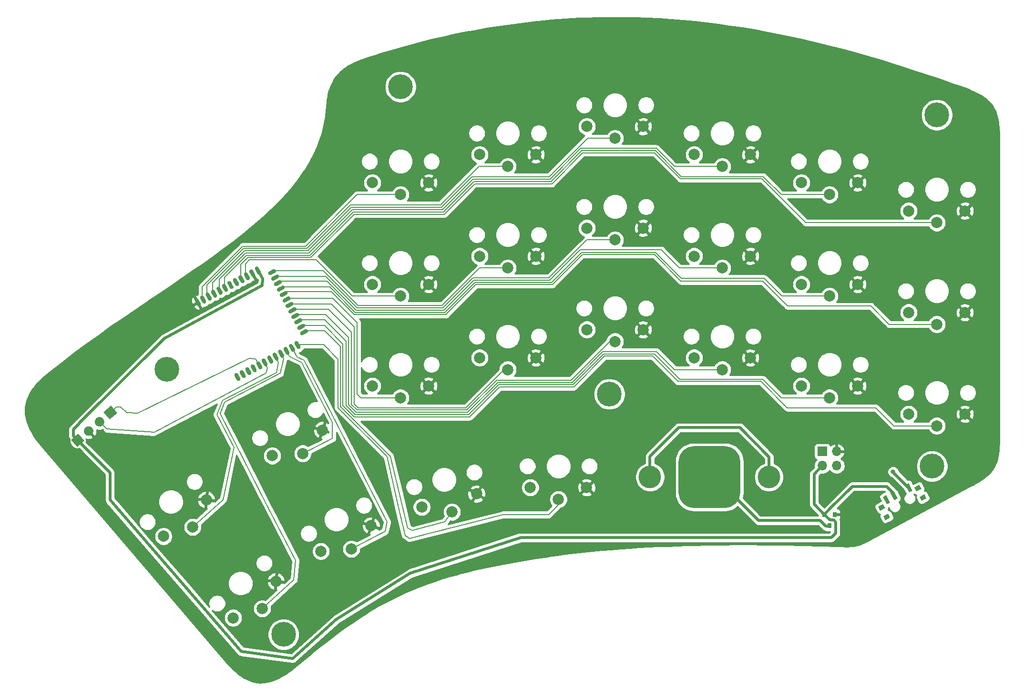
<source format=gbr>
G04 #@! TF.GenerationSoftware,KiCad,Pcbnew,(5.1.9)-1*
G04 #@! TF.CreationDate,2021-01-29T17:36:36+01:00*
G04 #@! TF.ProjectId,Mathias_ergo,4d617468-6961-4735-9f65-72676f2e6b69,1.0*
G04 #@! TF.SameCoordinates,Original*
G04 #@! TF.FileFunction,Copper,L2,Bot*
G04 #@! TF.FilePolarity,Positive*
%FSLAX46Y46*%
G04 Gerber Fmt 4.6, Leading zero omitted, Abs format (unit mm)*
G04 Created by KiCad (PCBNEW (5.1.9)-1) date 2021-01-29 17:36:36*
%MOMM*%
%LPD*%
G01*
G04 APERTURE LIST*
G04 #@! TA.AperFunction,ComponentPad*
%ADD10C,4.400000*%
G04 #@! TD*
G04 #@! TA.AperFunction,SMDPad,CuDef*
%ADD11C,0.100000*%
G04 #@! TD*
G04 #@! TA.AperFunction,ComponentPad*
%ADD12C,4.000000*%
G04 #@! TD*
G04 #@! TA.AperFunction,ComponentPad*
%ADD13C,2.000000*%
G04 #@! TD*
G04 #@! TA.AperFunction,ComponentPad*
%ADD14O,1.700000X1.700000*%
G04 #@! TD*
G04 #@! TA.AperFunction,ComponentPad*
%ADD15R,1.700000X1.700000*%
G04 #@! TD*
G04 #@! TA.AperFunction,ComponentPad*
%ADD16C,0.100000*%
G04 #@! TD*
G04 #@! TA.AperFunction,SMDPad,CuDef*
%ADD17R,0.800000X0.900000*%
G04 #@! TD*
G04 #@! TA.AperFunction,ViaPad*
%ADD18C,0.800000*%
G04 #@! TD*
G04 #@! TA.AperFunction,Conductor*
%ADD19C,0.500000*%
G04 #@! TD*
G04 #@! TA.AperFunction,Conductor*
%ADD20C,0.200000*%
G04 #@! TD*
G04 #@! TA.AperFunction,Conductor*
%ADD21C,0.203200*%
G04 #@! TD*
G04 #@! TA.AperFunction,Conductor*
%ADD22C,0.254000*%
G04 #@! TD*
G04 #@! TA.AperFunction,Conductor*
%ADD23C,0.100000*%
G04 #@! TD*
G04 APERTURE END LIST*
D10*
X216213221Y-70934158D03*
X215369441Y-133352399D03*
X120963221Y-65934159D03*
X158063221Y-120534158D03*
X79476934Y-116165750D03*
X100195457Y-163246749D03*
G04 #@! TA.AperFunction,SMDPad,CuDef*
D11*
G36*
X207567366Y-141766601D02*
G01*
X207942943Y-142472959D01*
X207059996Y-142942431D01*
X206684419Y-142236073D01*
X207567366Y-141766601D01*
G37*
G04 #@! TD.AperFunction*
G04 #@! TA.AperFunction,SMDPad,CuDef*
G36*
X206661286Y-140062512D02*
G01*
X207036863Y-140768870D01*
X206153916Y-141238342D01*
X205778339Y-140531984D01*
X206661286Y-140062512D01*
G37*
G04 #@! TD.AperFunction*
G04 #@! TA.AperFunction,SMDPad,CuDef*
G36*
X214012884Y-138339458D02*
G01*
X214388461Y-139045816D01*
X213505514Y-139515288D01*
X213129937Y-138808930D01*
X214012884Y-138339458D01*
G37*
G04 #@! TD.AperFunction*
G04 #@! TA.AperFunction,SMDPad,CuDef*
G36*
X213106804Y-136635369D02*
G01*
X213482381Y-137341727D01*
X212599434Y-137811199D01*
X212223857Y-137104841D01*
X213106804Y-136635369D01*
G37*
G04 #@! TD.AperFunction*
G04 #@! TA.AperFunction,SMDPad,CuDef*
G36*
X207232121Y-138473527D02*
G01*
X207936328Y-139797949D01*
X207318265Y-140126579D01*
X206614058Y-138802157D01*
X207232121Y-138473527D01*
G37*
G04 #@! TD.AperFunction*
G04 #@! TA.AperFunction,SMDPad,CuDef*
G36*
X208556542Y-137769319D02*
G01*
X209260749Y-139093741D01*
X208642686Y-139422371D01*
X207938479Y-138097949D01*
X208556542Y-137769319D01*
G37*
G04 #@! TD.AperFunction*
G04 #@! TA.AperFunction,SMDPad,CuDef*
G36*
X211205385Y-136360905D02*
G01*
X211909592Y-137685327D01*
X211291529Y-138013957D01*
X210587322Y-136689535D01*
X211205385Y-136360905D01*
G37*
G04 #@! TD.AperFunction*
D12*
X186384421Y-135284158D03*
X165277021Y-135284158D03*
G04 #@! TA.AperFunction,SMDPad,CuDef*
G36*
G01*
X170330721Y-138034158D02*
X170330721Y-132534158D01*
G75*
G02*
X173080721Y-129784158I2750000J0D01*
G01*
X178580721Y-129784158D01*
G75*
G02*
X181330721Y-132534158I0J-2750000D01*
G01*
X181330721Y-138034158D01*
G75*
G02*
X178580721Y-140784158I-2750000J0D01*
G01*
X173080721Y-140784158D01*
G75*
G02*
X170330721Y-138034158I0J2750000D01*
G01*
G37*
G04 #@! TD.AperFunction*
X165277021Y-135284158D03*
X186384421Y-135284158D03*
D13*
X125963221Y-82984158D03*
X120963221Y-85084158D03*
X115963221Y-82984158D03*
X115741644Y-143921563D03*
X112239991Y-148062629D03*
X106831578Y-148461468D03*
X164063221Y-91034158D03*
X159063221Y-93134158D03*
X154063221Y-91034158D03*
X86474132Y-139311448D03*
X84035943Y-144155541D03*
X78870073Y-145805929D03*
X154013221Y-137134158D03*
X149013221Y-139234158D03*
X144013221Y-137134158D03*
X107093125Y-126947889D03*
X103591472Y-131088955D03*
X98183059Y-131487794D03*
X202163221Y-82984158D03*
X197163221Y-85084158D03*
X192163221Y-82984158D03*
X202163221Y-119084158D03*
X197163221Y-121184158D03*
X192163221Y-119084158D03*
X145013221Y-114084158D03*
X140013221Y-116184158D03*
X135013221Y-114084158D03*
X125963221Y-119084158D03*
X120963221Y-121184158D03*
X115963221Y-119084158D03*
X164063221Y-72984158D03*
X159063221Y-75084158D03*
X154063221Y-72984158D03*
X183113221Y-114084158D03*
X178113221Y-116184158D03*
X173113221Y-114084158D03*
X145013221Y-96034158D03*
X140013221Y-98134158D03*
X135013221Y-96034158D03*
X145013221Y-77984158D03*
X140013221Y-80084158D03*
X135013221Y-77984158D03*
X98846118Y-153797181D03*
X96407929Y-158641274D03*
X91242059Y-160291662D03*
X221213221Y-87984158D03*
X216213221Y-90084158D03*
X211213221Y-87984158D03*
X202163221Y-101034158D03*
X197163221Y-103134158D03*
X192163221Y-101034158D03*
X183113221Y-96034158D03*
X178113221Y-98134158D03*
X173113221Y-96034158D03*
X183113221Y-77984158D03*
X178113221Y-80084158D03*
X173113221Y-77984158D03*
X164063221Y-109084158D03*
X159063221Y-111184158D03*
X154063221Y-109084158D03*
X125963221Y-101034158D03*
X120963221Y-103134158D03*
X115963221Y-101034158D03*
X221213221Y-106034158D03*
X216213221Y-108134158D03*
X211213221Y-106034158D03*
X134475761Y-138262991D03*
X130104147Y-141472195D03*
X124752062Y-140597445D03*
X221213221Y-124084158D03*
X216213221Y-126184158D03*
X211213221Y-124084158D03*
G04 #@! TA.AperFunction,SMDPad,CuDef*
G36*
G01*
X104525763Y-109190913D02*
X104525763Y-109190913D01*
G75*
G02*
X104381046Y-109664260I-309032J-164315D01*
G01*
X103639370Y-110058616D01*
G75*
G02*
X103166023Y-109913899I-164315J309032D01*
G01*
X103166023Y-109913899D01*
G75*
G02*
X103310740Y-109440552I309032J164315D01*
G01*
X104052416Y-109046196D01*
G75*
G02*
X104525763Y-109190913I164315J-309032D01*
G01*
G37*
G04 #@! TD.AperFunction*
G04 #@! TA.AperFunction,SMDPad,CuDef*
G36*
G01*
X104009344Y-108219671D02*
X104009344Y-108219671D01*
G75*
G02*
X103864627Y-108693018I-309032J-164315D01*
G01*
X103122951Y-109087374D01*
G75*
G02*
X102649604Y-108942657I-164315J309032D01*
G01*
X102649604Y-108942657D01*
G75*
G02*
X102794321Y-108469310I309032J164315D01*
G01*
X103535997Y-108074954D01*
G75*
G02*
X104009344Y-108219671I164315J-309032D01*
G01*
G37*
G04 #@! TD.AperFunction*
G04 #@! TA.AperFunction,SMDPad,CuDef*
G36*
G01*
X103492926Y-107248429D02*
X103492926Y-107248429D01*
G75*
G02*
X103348209Y-107721776I-309032J-164315D01*
G01*
X102606533Y-108116132D01*
G75*
G02*
X102133186Y-107971415I-164315J309032D01*
G01*
X102133186Y-107971415D01*
G75*
G02*
X102277903Y-107498068I309032J164315D01*
G01*
X103019579Y-107103712D01*
G75*
G02*
X103492926Y-107248429I164315J-309032D01*
G01*
G37*
G04 #@! TD.AperFunction*
G04 #@! TA.AperFunction,SMDPad,CuDef*
G36*
G01*
X91627278Y-116819307D02*
X91627278Y-116819307D01*
G75*
G02*
X92100625Y-116964024I164315J-309032D01*
G01*
X92494981Y-117705700D01*
G75*
G02*
X92350264Y-118179047I-309032J-164315D01*
G01*
X92350264Y-118179047D01*
G75*
G02*
X91876917Y-118034330I-164315J309032D01*
G01*
X91482561Y-117292654D01*
G75*
G02*
X91627278Y-116819307I309032J164315D01*
G01*
G37*
G04 #@! TD.AperFunction*
G04 #@! TA.AperFunction,SMDPad,CuDef*
G36*
G01*
X92598520Y-116302888D02*
X92598520Y-116302888D01*
G75*
G02*
X93071867Y-116447605I164315J-309032D01*
G01*
X93466223Y-117189281D01*
G75*
G02*
X93321506Y-117662628I-309032J-164315D01*
G01*
X93321506Y-117662628D01*
G75*
G02*
X92848159Y-117517911I-164315J309032D01*
G01*
X92453803Y-116776235D01*
G75*
G02*
X92598520Y-116302888I309032J164315D01*
G01*
G37*
G04 #@! TD.AperFunction*
G04 #@! TA.AperFunction,SMDPad,CuDef*
G36*
G01*
X93569763Y-115786469D02*
X93569763Y-115786469D01*
G75*
G02*
X94043110Y-115931186I164315J-309032D01*
G01*
X94437466Y-116672862D01*
G75*
G02*
X94292749Y-117146209I-309032J-164315D01*
G01*
X94292749Y-117146209D01*
G75*
G02*
X93819402Y-117001492I-164315J309032D01*
G01*
X93425046Y-116259816D01*
G75*
G02*
X93569763Y-115786469I309032J164315D01*
G01*
G37*
G04 #@! TD.AperFunction*
G04 #@! TA.AperFunction,SMDPad,CuDef*
G36*
G01*
X94541005Y-115270051D02*
X94541005Y-115270051D01*
G75*
G02*
X95014352Y-115414768I164315J-309032D01*
G01*
X95408708Y-116156444D01*
G75*
G02*
X95263991Y-116629791I-309032J-164315D01*
G01*
X95263991Y-116629791D01*
G75*
G02*
X94790644Y-116485074I-164315J309032D01*
G01*
X94396288Y-115743398D01*
G75*
G02*
X94541005Y-115270051I309032J164315D01*
G01*
G37*
G04 #@! TD.AperFunction*
G04 #@! TA.AperFunction,SMDPad,CuDef*
G36*
G01*
X95512247Y-114753632D02*
X95512247Y-114753632D01*
G75*
G02*
X95985594Y-114898349I164315J-309032D01*
G01*
X96379950Y-115640025D01*
G75*
G02*
X96235233Y-116113372I-309032J-164315D01*
G01*
X96235233Y-116113372D01*
G75*
G02*
X95761886Y-115968655I-164315J309032D01*
G01*
X95367530Y-115226979D01*
G75*
G02*
X95512247Y-114753632I309032J164315D01*
G01*
G37*
G04 #@! TD.AperFunction*
G04 #@! TA.AperFunction,SMDPad,CuDef*
G36*
G01*
X96483490Y-114237213D02*
X96483490Y-114237213D01*
G75*
G02*
X96956837Y-114381930I164315J-309032D01*
G01*
X97351193Y-115123606D01*
G75*
G02*
X97206476Y-115596953I-309032J-164315D01*
G01*
X97206476Y-115596953D01*
G75*
G02*
X96733129Y-115452236I-164315J309032D01*
G01*
X96338773Y-114710560D01*
G75*
G02*
X96483490Y-114237213I309032J164315D01*
G01*
G37*
G04 #@! TD.AperFunction*
G04 #@! TA.AperFunction,SMDPad,CuDef*
G36*
G01*
X97454732Y-113720794D02*
X97454732Y-113720794D01*
G75*
G02*
X97928079Y-113865511I164315J-309032D01*
G01*
X98322435Y-114607187D01*
G75*
G02*
X98177718Y-115080534I-309032J-164315D01*
G01*
X98177718Y-115080534D01*
G75*
G02*
X97704371Y-114935817I-164315J309032D01*
G01*
X97310015Y-114194141D01*
G75*
G02*
X97454732Y-113720794I309032J164315D01*
G01*
G37*
G04 #@! TD.AperFunction*
G04 #@! TA.AperFunction,SMDPad,CuDef*
G36*
G01*
X98425975Y-113204376D02*
X98425975Y-113204376D01*
G75*
G02*
X98899322Y-113349093I164315J-309032D01*
G01*
X99293678Y-114090769D01*
G75*
G02*
X99148961Y-114564116I-309032J-164315D01*
G01*
X99148961Y-114564116D01*
G75*
G02*
X98675614Y-114419399I-164315J309032D01*
G01*
X98281258Y-113677723D01*
G75*
G02*
X98425975Y-113204376I309032J164315D01*
G01*
G37*
G04 #@! TD.AperFunction*
G04 #@! TA.AperFunction,SMDPad,CuDef*
G36*
G01*
X99397217Y-112687957D02*
X99397217Y-112687957D01*
G75*
G02*
X99870564Y-112832674I164315J-309032D01*
G01*
X100264920Y-113574350D01*
G75*
G02*
X100120203Y-114047697I-309032J-164315D01*
G01*
X100120203Y-114047697D01*
G75*
G02*
X99646856Y-113902980I-164315J309032D01*
G01*
X99252500Y-113161304D01*
G75*
G02*
X99397217Y-112687957I309032J164315D01*
G01*
G37*
G04 #@! TD.AperFunction*
G04 #@! TA.AperFunction,SMDPad,CuDef*
G36*
G01*
X100368459Y-112171538D02*
X100368459Y-112171538D01*
G75*
G02*
X100841806Y-112316255I164315J-309032D01*
G01*
X101236162Y-113057931D01*
G75*
G02*
X101091445Y-113531278I-309032J-164315D01*
G01*
X101091445Y-113531278D01*
G75*
G02*
X100618098Y-113386561I-164315J309032D01*
G01*
X100223742Y-112644885D01*
G75*
G02*
X100368459Y-112171538I309032J164315D01*
G01*
G37*
G04 #@! TD.AperFunction*
G04 #@! TA.AperFunction,SMDPad,CuDef*
G36*
G01*
X101339702Y-111655119D02*
X101339702Y-111655119D01*
G75*
G02*
X101813049Y-111799836I164315J-309032D01*
G01*
X102207405Y-112541512D01*
G75*
G02*
X102062688Y-113014859I-309032J-164315D01*
G01*
X102062688Y-113014859D01*
G75*
G02*
X101589341Y-112870142I-164315J309032D01*
G01*
X101194985Y-112128466D01*
G75*
G02*
X101339702Y-111655119I309032J164315D01*
G01*
G37*
G04 #@! TD.AperFunction*
G04 #@! TA.AperFunction,SMDPad,CuDef*
G36*
G01*
X102310944Y-111138701D02*
X102310944Y-111138701D01*
G75*
G02*
X102784291Y-111283418I164315J-309032D01*
G01*
X103178647Y-112025094D01*
G75*
G02*
X103033930Y-112498441I-309032J-164315D01*
G01*
X103033930Y-112498441D01*
G75*
G02*
X102560583Y-112353724I-164315J309032D01*
G01*
X102166227Y-111612048D01*
G75*
G02*
X102310944Y-111138701I309032J164315D01*
G01*
G37*
G04 #@! TD.AperFunction*
G04 #@! TA.AperFunction,SMDPad,CuDef*
G36*
G01*
X102976507Y-106277186D02*
X102976507Y-106277186D01*
G75*
G02*
X102831790Y-106750533I-309032J-164315D01*
G01*
X102090114Y-107144889D01*
G75*
G02*
X101616767Y-107000172I-164315J309032D01*
G01*
X101616767Y-107000172D01*
G75*
G02*
X101761484Y-106526825I309032J164315D01*
G01*
X102503160Y-106132469D01*
G75*
G02*
X102976507Y-106277186I164315J-309032D01*
G01*
G37*
G04 #@! TD.AperFunction*
G04 #@! TA.AperFunction,SMDPad,CuDef*
G36*
G01*
X102460088Y-105305944D02*
X102460088Y-105305944D01*
G75*
G02*
X102315371Y-105779291I-309032J-164315D01*
G01*
X101573695Y-106173647D01*
G75*
G02*
X101100348Y-106028930I-164315J309032D01*
G01*
X101100348Y-106028930D01*
G75*
G02*
X101245065Y-105555583I309032J164315D01*
G01*
X101986741Y-105161227D01*
G75*
G02*
X102460088Y-105305944I164315J-309032D01*
G01*
G37*
G04 #@! TD.AperFunction*
G04 #@! TA.AperFunction,SMDPad,CuDef*
G36*
G01*
X101943670Y-104334702D02*
X101943670Y-104334702D01*
G75*
G02*
X101798953Y-104808049I-309032J-164315D01*
G01*
X101057277Y-105202405D01*
G75*
G02*
X100583930Y-105057688I-164315J309032D01*
G01*
X100583930Y-105057688D01*
G75*
G02*
X100728647Y-104584341I309032J164315D01*
G01*
X101470323Y-104189985D01*
G75*
G02*
X101943670Y-104334702I164315J-309032D01*
G01*
G37*
G04 #@! TD.AperFunction*
G04 #@! TA.AperFunction,SMDPad,CuDef*
G36*
G01*
X101427251Y-103363459D02*
X101427251Y-103363459D01*
G75*
G02*
X101282534Y-103836806I-309032J-164315D01*
G01*
X100540858Y-104231162D01*
G75*
G02*
X100067511Y-104086445I-164315J309032D01*
G01*
X100067511Y-104086445D01*
G75*
G02*
X100212228Y-103613098I309032J164315D01*
G01*
X100953904Y-103218742D01*
G75*
G02*
X101427251Y-103363459I164315J-309032D01*
G01*
G37*
G04 #@! TD.AperFunction*
G04 #@! TA.AperFunction,SMDPad,CuDef*
G36*
G01*
X100910832Y-102392217D02*
X100910832Y-102392217D01*
G75*
G02*
X100766115Y-102865564I-309032J-164315D01*
G01*
X100024439Y-103259920D01*
G75*
G02*
X99551092Y-103115203I-164315J309032D01*
G01*
X99551092Y-103115203D01*
G75*
G02*
X99695809Y-102641856I309032J164315D01*
G01*
X100437485Y-102247500D01*
G75*
G02*
X100910832Y-102392217I164315J-309032D01*
G01*
G37*
G04 #@! TD.AperFunction*
G04 #@! TA.AperFunction,SMDPad,CuDef*
G36*
G01*
X100394413Y-101420975D02*
X100394413Y-101420975D01*
G75*
G02*
X100249696Y-101894322I-309032J-164315D01*
G01*
X99508020Y-102288678D01*
G75*
G02*
X99034673Y-102143961I-164315J309032D01*
G01*
X99034673Y-102143961D01*
G75*
G02*
X99179390Y-101670614I309032J164315D01*
G01*
X99921066Y-101276258D01*
G75*
G02*
X100394413Y-101420975I164315J-309032D01*
G01*
G37*
G04 #@! TD.AperFunction*
G04 #@! TA.AperFunction,SMDPad,CuDef*
G36*
G01*
X99877995Y-100449732D02*
X99877995Y-100449732D01*
G75*
G02*
X99733278Y-100923079I-309032J-164315D01*
G01*
X98991602Y-101317435D01*
G75*
G02*
X98518255Y-101172718I-164315J309032D01*
G01*
X98518255Y-101172718D01*
G75*
G02*
X98662972Y-100699371I309032J164315D01*
G01*
X99404648Y-100305015D01*
G75*
G02*
X99877995Y-100449732I164315J-309032D01*
G01*
G37*
G04 #@! TD.AperFunction*
G04 #@! TA.AperFunction,SMDPad,CuDef*
G36*
G01*
X99361576Y-99478490D02*
X99361576Y-99478490D01*
G75*
G02*
X99216859Y-99951837I-309032J-164315D01*
G01*
X98475183Y-100346193D01*
G75*
G02*
X98001836Y-100201476I-164315J309032D01*
G01*
X98001836Y-100201476D01*
G75*
G02*
X98146553Y-99728129I309032J164315D01*
G01*
X98888229Y-99333773D01*
G75*
G02*
X99361576Y-99478490I164315J-309032D01*
G01*
G37*
G04 #@! TD.AperFunction*
G04 #@! TA.AperFunction,SMDPad,CuDef*
G36*
G01*
X98845157Y-98507248D02*
X98845157Y-98507248D01*
G75*
G02*
X98700440Y-98980595I-309032J-164315D01*
G01*
X97958764Y-99374951D01*
G75*
G02*
X97485417Y-99230234I-164315J309032D01*
G01*
X97485417Y-99230234D01*
G75*
G02*
X97630134Y-98756887I309032J164315D01*
G01*
X98371810Y-98362531D01*
G75*
G02*
X98845157Y-98507248I164315J-309032D01*
G01*
G37*
G04 #@! TD.AperFunction*
G04 #@! TA.AperFunction,SMDPad,CuDef*
G36*
G01*
X95268871Y-97894487D02*
X95268871Y-97894487D01*
G75*
G02*
X95742218Y-98039204I164315J-309032D01*
G01*
X96136574Y-98780880D01*
G75*
G02*
X95991857Y-99254227I-309032J-164315D01*
G01*
X95991857Y-99254227D01*
G75*
G02*
X95518510Y-99109510I-164315J309032D01*
G01*
X95124154Y-98367834D01*
G75*
G02*
X95268871Y-97894487I309032J164315D01*
G01*
G37*
G04 #@! TD.AperFunction*
G04 #@! TA.AperFunction,SMDPad,CuDef*
G36*
G01*
X94297628Y-98410906D02*
X94297628Y-98410906D01*
G75*
G02*
X94770975Y-98555623I164315J-309032D01*
G01*
X95165331Y-99297299D01*
G75*
G02*
X95020614Y-99770646I-309032J-164315D01*
G01*
X95020614Y-99770646D01*
G75*
G02*
X94547267Y-99625929I-164315J309032D01*
G01*
X94152911Y-98884253D01*
G75*
G02*
X94297628Y-98410906I309032J164315D01*
G01*
G37*
G04 #@! TD.AperFunction*
G04 #@! TA.AperFunction,SMDPad,CuDef*
G36*
G01*
X93326386Y-98927324D02*
X93326386Y-98927324D01*
G75*
G02*
X93799733Y-99072041I164315J-309032D01*
G01*
X94194089Y-99813717D01*
G75*
G02*
X94049372Y-100287064I-309032J-164315D01*
G01*
X94049372Y-100287064D01*
G75*
G02*
X93576025Y-100142347I-164315J309032D01*
G01*
X93181669Y-99400671D01*
G75*
G02*
X93326386Y-98927324I309032J164315D01*
G01*
G37*
G04 #@! TD.AperFunction*
G04 #@! TA.AperFunction,SMDPad,CuDef*
G36*
G01*
X92355143Y-99443743D02*
X92355143Y-99443743D01*
G75*
G02*
X92828490Y-99588460I164315J-309032D01*
G01*
X93222846Y-100330136D01*
G75*
G02*
X93078129Y-100803483I-309032J-164315D01*
G01*
X93078129Y-100803483D01*
G75*
G02*
X92604782Y-100658766I-164315J309032D01*
G01*
X92210426Y-99917090D01*
G75*
G02*
X92355143Y-99443743I309032J164315D01*
G01*
G37*
G04 #@! TD.AperFunction*
G04 #@! TA.AperFunction,SMDPad,CuDef*
G36*
G01*
X91383901Y-99960162D02*
X91383901Y-99960162D01*
G75*
G02*
X91857248Y-100104879I164315J-309032D01*
G01*
X92251604Y-100846555D01*
G75*
G02*
X92106887Y-101319902I-309032J-164315D01*
G01*
X92106887Y-101319902D01*
G75*
G02*
X91633540Y-101175185I-164315J309032D01*
G01*
X91239184Y-100433509D01*
G75*
G02*
X91383901Y-99960162I309032J164315D01*
G01*
G37*
G04 #@! TD.AperFunction*
G04 #@! TA.AperFunction,SMDPad,CuDef*
G36*
G01*
X90412659Y-100476580D02*
X90412659Y-100476580D01*
G75*
G02*
X90886006Y-100621297I164315J-309032D01*
G01*
X91280362Y-101362973D01*
G75*
G02*
X91135645Y-101836320I-309032J-164315D01*
G01*
X91135645Y-101836320D01*
G75*
G02*
X90662298Y-101691603I-164315J309032D01*
G01*
X90267942Y-100949927D01*
G75*
G02*
X90412659Y-100476580I309032J164315D01*
G01*
G37*
G04 #@! TD.AperFunction*
G04 #@! TA.AperFunction,SMDPad,CuDef*
G36*
G01*
X89441416Y-100992999D02*
X89441416Y-100992999D01*
G75*
G02*
X89914763Y-101137716I164315J-309032D01*
G01*
X90309119Y-101879392D01*
G75*
G02*
X90164402Y-102352739I-309032J-164315D01*
G01*
X90164402Y-102352739D01*
G75*
G02*
X89691055Y-102208022I-164315J309032D01*
G01*
X89296699Y-101466346D01*
G75*
G02*
X89441416Y-100992999I309032J164315D01*
G01*
G37*
G04 #@! TD.AperFunction*
G04 #@! TA.AperFunction,SMDPad,CuDef*
G36*
G01*
X88470174Y-101509418D02*
X88470174Y-101509418D01*
G75*
G02*
X88943521Y-101654135I164315J-309032D01*
G01*
X89337877Y-102395811D01*
G75*
G02*
X89193160Y-102869158I-309032J-164315D01*
G01*
X89193160Y-102869158D01*
G75*
G02*
X88719813Y-102724441I-164315J309032D01*
G01*
X88325457Y-101982765D01*
G75*
G02*
X88470174Y-101509418I309032J164315D01*
G01*
G37*
G04 #@! TD.AperFunction*
G04 #@! TA.AperFunction,SMDPad,CuDef*
G36*
G01*
X87498932Y-102025837D02*
X87498932Y-102025837D01*
G75*
G02*
X87972279Y-102170554I164315J-309032D01*
G01*
X88366635Y-102912230D01*
G75*
G02*
X88221918Y-103385577I-309032J-164315D01*
G01*
X88221918Y-103385577D01*
G75*
G02*
X87748571Y-103240860I-164315J309032D01*
G01*
X87354215Y-102499184D01*
G75*
G02*
X87498932Y-102025837I309032J164315D01*
G01*
G37*
G04 #@! TD.AperFunction*
G04 #@! TA.AperFunction,SMDPad,CuDef*
G36*
G01*
X86527689Y-102542255D02*
X86527689Y-102542255D01*
G75*
G02*
X87001036Y-102686972I164315J-309032D01*
G01*
X87395392Y-103428648D01*
G75*
G02*
X87250675Y-103901995I-309032J-164315D01*
G01*
X87250675Y-103901995D01*
G75*
G02*
X86777328Y-103757278I-164315J309032D01*
G01*
X86382972Y-103015602D01*
G75*
G02*
X86527689Y-102542255I309032J164315D01*
G01*
G37*
G04 #@! TD.AperFunction*
G04 #@! TA.AperFunction,SMDPad,CuDef*
G36*
G01*
X85556447Y-103058674D02*
X85556447Y-103058674D01*
G75*
G02*
X86029794Y-103203391I164315J-309032D01*
G01*
X86424150Y-103945067D01*
G75*
G02*
X86279433Y-104418414I-309032J-164315D01*
G01*
X86279433Y-104418414D01*
G75*
G02*
X85806086Y-104273697I-164315J309032D01*
G01*
X85411730Y-103532021D01*
G75*
G02*
X85556447Y-103058674I309032J164315D01*
G01*
G37*
G04 #@! TD.AperFunction*
G04 #@! TA.AperFunction,SMDPad,CuDef*
G36*
G01*
X84585205Y-103575093D02*
X84585205Y-103575093D01*
G75*
G02*
X85058552Y-103719810I164315J-309032D01*
G01*
X85452908Y-104461486D01*
G75*
G02*
X85308191Y-104934833I-309032J-164315D01*
G01*
X85308191Y-104934833D01*
G75*
G02*
X84834844Y-104790116I-164315J309032D01*
G01*
X84440488Y-104048440D01*
G75*
G02*
X84585205Y-103575093I309032J164315D01*
G01*
G37*
G04 #@! TD.AperFunction*
D14*
X198428221Y-133272914D03*
X195888221Y-133272914D03*
X198428221Y-130732914D03*
D15*
X195888221Y-130732914D03*
G04 #@! TA.AperFunction,ComponentPad*
G36*
G01*
X64202013Y-129401721D02*
X64202013Y-129401721D01*
G75*
G02*
X63003637Y-129307407I-552031J646345D01*
G01*
X63003637Y-129307407D01*
G75*
G02*
X63097951Y-128109031I646345J552031D01*
G01*
X63097951Y-128109031D01*
G75*
G02*
X64296327Y-128203345I552031J-646345D01*
G01*
X64296327Y-128203345D01*
G75*
G02*
X64202013Y-129401721I-646345J-552031D01*
G01*
G37*
G04 #@! TD.AperFunction*
G04 #@! TA.AperFunction,ComponentPad*
G36*
G01*
X66133444Y-127752123D02*
X66133444Y-127752123D01*
G75*
G02*
X64935068Y-127657809I-552031J646345D01*
G01*
X64935068Y-127657809D01*
G75*
G02*
X65029382Y-126459433I646345J552031D01*
G01*
X65029382Y-126459433D01*
G75*
G02*
X66227758Y-126553747I552031J-646345D01*
G01*
X66227758Y-126553747D01*
G75*
G02*
X66133444Y-127752123I-646345J-552031D01*
G01*
G37*
G04 #@! TD.AperFunction*
G04 #@! TA.AperFunction,ComponentPad*
G36*
G01*
X68064875Y-126102525D02*
X68064875Y-126102525D01*
G75*
G02*
X66866499Y-126008211I-552031J646345D01*
G01*
X66866499Y-126008211D01*
G75*
G02*
X66960813Y-124809835I646345J552031D01*
G01*
X66960813Y-124809835D01*
G75*
G02*
X68159189Y-124904149I552031J-646345D01*
G01*
X68159189Y-124904149D01*
G75*
G02*
X68064875Y-126102525I-646345J-552031D01*
G01*
G37*
G04 #@! TD.AperFunction*
G04 #@! TA.AperFunction,ComponentPad*
D16*
G36*
X70642651Y-123900896D02*
G01*
X69349961Y-125004958D01*
X68245899Y-123712268D01*
X69538589Y-122608206D01*
X70642651Y-123900896D01*
G37*
G04 #@! TD.AperFunction*
D17*
X197163221Y-143934221D03*
X198113221Y-141934221D03*
X196213221Y-141934221D03*
G04 #@! TA.AperFunction,ComponentPad*
G36*
G01*
X69996306Y-124452927D02*
X69996306Y-124452927D01*
G75*
G02*
X68797930Y-124358613I-552031J646345D01*
G01*
X68797930Y-124358613D01*
G75*
G02*
X68892244Y-123160237I646345J552031D01*
G01*
X68892244Y-123160237D01*
G75*
G02*
X70090620Y-123254551I552031J-646345D01*
G01*
X70090620Y-123254551D01*
G75*
G02*
X69996306Y-124452927I-646345J-552031D01*
G01*
G37*
G04 #@! TD.AperFunction*
G04 #@! TA.AperFunction,ComponentPad*
G36*
G01*
X68064875Y-126102525D02*
X68064875Y-126102525D01*
G75*
G02*
X66866499Y-126008211I-552031J646345D01*
G01*
X66866499Y-126008211D01*
G75*
G02*
X66960813Y-124809835I646345J552031D01*
G01*
X66960813Y-124809835D01*
G75*
G02*
X68159189Y-124904149I552031J-646345D01*
G01*
X68159189Y-124904149D01*
G75*
G02*
X68064875Y-126102525I-646345J-552031D01*
G01*
G37*
G04 #@! TD.AperFunction*
G04 #@! TA.AperFunction,ComponentPad*
G36*
G01*
X66133444Y-127752123D02*
X66133444Y-127752123D01*
G75*
G02*
X64935068Y-127657809I-552031J646345D01*
G01*
X64935068Y-127657809D01*
G75*
G02*
X65029382Y-126459433I646345J552031D01*
G01*
X65029382Y-126459433D01*
G75*
G02*
X66227758Y-126553747I552031J-646345D01*
G01*
X66227758Y-126553747D01*
G75*
G02*
X66133444Y-127752123I-646345J-552031D01*
G01*
G37*
G04 #@! TD.AperFunction*
G04 #@! TA.AperFunction,ComponentPad*
D16*
G36*
X64848358Y-128849690D02*
G01*
X63555668Y-129953752D01*
X62451606Y-128661062D01*
X63744296Y-127557000D01*
X64848358Y-128849690D01*
G37*
G04 #@! TD.AperFunction*
D18*
X208457800Y-134340612D03*
D19*
X178113221Y-136558821D02*
X178113221Y-132284158D01*
X184556400Y-143002000D02*
X178113221Y-136558821D01*
X195478400Y-143002000D02*
X184556400Y-143002000D01*
X196494400Y-144018000D02*
X195478400Y-143002000D01*
X197256400Y-144018000D02*
X196494400Y-144018000D01*
D20*
X70467257Y-122783600D02*
X69444275Y-123806582D01*
X72542400Y-123875800D02*
X72390000Y-123875800D01*
X74268832Y-123900432D02*
X72542400Y-123875800D01*
X94107000Y-114173000D02*
X74268832Y-123900432D01*
X95250000Y-114300000D02*
X94107000Y-114173000D01*
X71297800Y-122783600D02*
X70467257Y-122783600D01*
X72390000Y-123875800D02*
X71297800Y-122783600D01*
X95885000Y-115443000D02*
X95250000Y-114300000D01*
X96850200Y-114909600D02*
X96844983Y-114917083D01*
X97358200Y-115874800D02*
X96850200Y-114909600D01*
X68834000Y-126746000D02*
X77241400Y-127304800D01*
X77241400Y-127304800D02*
X97104200Y-116840000D01*
X97104200Y-116840000D02*
X97358200Y-115874800D01*
X68802664Y-126746000D02*
X67512844Y-125456180D01*
X68834000Y-126746000D02*
X68802664Y-126746000D01*
D19*
X194411600Y-140132600D02*
X196213221Y-141934221D01*
X195888221Y-133272914D02*
X195885686Y-133272914D01*
X195885686Y-133272914D02*
X194411600Y-134747000D01*
X194411600Y-134747000D02*
X194411600Y-140132600D01*
X207314800Y-136931400D02*
X201216042Y-136931400D01*
X197279042Y-140868400D02*
X196213221Y-141934221D01*
X201216042Y-136931400D02*
X197279042Y-140868400D01*
X208599614Y-138216214D02*
X207314800Y-136931400D01*
X208599614Y-138595845D02*
X208599614Y-138216214D01*
X62839600Y-127944994D02*
X63649982Y-128755376D01*
X62839600Y-126796800D02*
X62839600Y-127944994D01*
X63881000Y-125755400D02*
X62839600Y-126796800D01*
X63881000Y-125730000D02*
X63881000Y-125755400D01*
X79019400Y-110642400D02*
X63881000Y-125730000D01*
X96367600Y-101244400D02*
X79019400Y-110642400D01*
X96520000Y-100025200D02*
X96367600Y-101244400D01*
X95631000Y-98552000D02*
X96520000Y-100025200D01*
X69367400Y-139344400D02*
X69367400Y-134472794D01*
X69367400Y-134472794D02*
X63649982Y-128755376D01*
X92659200Y-166268400D02*
X69367400Y-139344400D01*
X101854000Y-167487600D02*
X92659200Y-166268400D01*
X122682000Y-152400000D02*
X109550200Y-160578800D01*
X142341600Y-146024600D02*
X122682000Y-152400000D01*
X197510400Y-146024600D02*
X142341600Y-146024600D01*
X198247000Y-145288000D02*
X197510400Y-146024600D01*
X198247000Y-143281400D02*
X198247000Y-145288000D01*
X109550200Y-160578800D02*
X101854000Y-167487600D01*
X197891400Y-142925800D02*
X198247000Y-143281400D01*
X197204800Y-142925800D02*
X197891400Y-142925800D01*
X196213221Y-141934221D02*
X197204800Y-142925800D01*
D20*
X101193600Y-113868200D02*
X100729952Y-112851408D01*
X103454200Y-114935000D02*
X101193600Y-113868200D01*
X108880000Y-125491600D02*
X103454200Y-114935000D01*
X108880000Y-128438000D02*
X108880000Y-125491600D01*
X103591472Y-131088955D02*
X108880000Y-128438000D01*
D21*
X85725000Y-103632000D02*
X85775800Y-103682800D01*
X92944865Y-94253135D02*
X85725000Y-101473000D01*
X113289842Y-85084158D02*
X104120865Y-94253135D01*
X85725000Y-101473000D02*
X85725000Y-103632000D01*
X104120865Y-94253135D02*
X92944865Y-94253135D01*
X120963221Y-85084158D02*
X113289842Y-85084158D01*
X86614000Y-103073200D02*
X86766400Y-103225600D01*
X86614000Y-101154226D02*
X86614000Y-103073200D01*
X93111881Y-94656345D02*
X86614000Y-101154226D01*
X104352655Y-94656345D02*
X93111881Y-94656345D01*
X112090246Y-86918754D02*
X104352655Y-94656345D01*
X134913838Y-80084158D02*
X128079242Y-86918754D01*
X128079242Y-86918754D02*
X112090246Y-86918754D01*
X140013221Y-80084158D02*
X134913838Y-80084158D01*
X100203000Y-114300000D02*
X99644200Y-113233200D01*
X89738200Y-121945400D02*
X99617960Y-116839160D01*
X88937884Y-123990316D02*
X89738200Y-121945400D01*
X97028000Y-139827000D02*
X88937884Y-123990316D01*
X102362000Y-150114000D02*
X97028000Y-139827000D01*
X102006400Y-153593800D02*
X102362000Y-150114000D01*
X99617960Y-116839160D02*
X100203000Y-114300000D01*
X96407929Y-158641274D02*
X102006400Y-153593800D01*
X167309778Y-94919778D02*
X170524158Y-98134158D01*
X134029320Y-100279178D02*
X147497822Y-100279178D01*
X152857222Y-94919778D02*
X167309778Y-94919778D01*
X128695320Y-105613178D02*
X134029320Y-100279178D01*
X170524158Y-98134158D02*
X178113221Y-98134158D01*
X113112679Y-105613178D02*
X128695320Y-105613178D01*
X147497822Y-100279178D02*
X152857222Y-94919778D01*
X107956501Y-100457000D02*
X113112679Y-105613178D01*
X99872800Y-100457000D02*
X107956501Y-100457000D01*
X99542600Y-100787200D02*
X99872800Y-100457000D01*
X99212400Y-100787200D02*
X99542600Y-100787200D01*
D20*
X102590600Y-113944400D02*
X101701195Y-112334989D01*
X103886000Y-114554000D02*
X102590600Y-113944400D01*
X118618000Y-143256000D02*
X103886000Y-114554000D01*
X118237000Y-144907000D02*
X118618000Y-143256000D01*
X112239991Y-148062629D02*
X118237000Y-144907000D01*
D21*
X107667652Y-99593400D02*
X99288600Y-99593400D01*
X99288600Y-99593400D02*
X99060000Y-99822000D01*
X128526980Y-105206767D02*
X113281019Y-105206767D01*
X99060000Y-99822000D02*
X98780600Y-99822000D01*
X133860980Y-99872767D02*
X128526980Y-105206767D01*
X147329483Y-99872767D02*
X133860980Y-99872767D01*
X154068092Y-93134158D02*
X147329483Y-99872767D01*
X113281019Y-105206767D02*
X107667652Y-99593400D01*
X159063221Y-93134158D02*
X154068092Y-93134158D01*
X169625659Y-80084158D02*
X166401880Y-76860378D01*
X147516720Y-82346778D02*
X133800720Y-82346778D01*
X133800720Y-82346778D02*
X128369968Y-87777530D01*
X112371922Y-87777530D02*
X104686685Y-95462767D01*
X178113221Y-80084158D02*
X169625659Y-80084158D01*
X93451007Y-95462767D02*
X88747600Y-100166174D01*
X88747600Y-100166174D02*
X88747600Y-102235000D01*
X166401880Y-76860378D02*
X153003120Y-76860378D01*
X153003120Y-76860378D02*
X147516720Y-82346778D01*
X128369968Y-87777530D02*
X112371922Y-87777530D01*
X104686685Y-95462767D02*
X93451007Y-95462767D01*
X102260400Y-106553000D02*
X102590600Y-106553000D01*
X102743000Y-106400600D02*
X107670600Y-106400600D01*
X176699008Y-116184158D02*
X178113221Y-116184158D01*
X111760000Y-122434500D02*
X113099678Y-123774178D01*
X102590600Y-106553000D02*
X102743000Y-106400600D01*
X111760000Y-110490000D02*
X111760000Y-122434500D01*
X107670600Y-106400600D02*
X111760000Y-110490000D01*
X113099678Y-123774178D02*
X132921736Y-123774178D01*
X169651158Y-116184158D02*
X176699008Y-116184158D01*
X132921736Y-123774178D02*
X138230304Y-118465610D01*
X138230304Y-118465610D02*
X151399941Y-118465610D01*
X151399941Y-118465610D02*
X156886373Y-112979178D01*
X156886373Y-112979178D02*
X166446178Y-112979178D01*
X166446178Y-112979178D02*
X169651158Y-116184158D01*
X188589158Y-85084158D02*
X195749008Y-85084158D01*
X185394589Y-81889589D02*
X188589158Y-85084158D01*
X170856339Y-81889589D02*
X185394589Y-81889589D01*
X93618022Y-95865978D02*
X104853700Y-95865978D01*
X195749008Y-85084158D02*
X197163221Y-85084158D01*
X147685061Y-82753189D02*
X153171460Y-77266789D01*
X89687400Y-99796600D02*
X93618022Y-95865978D01*
X153171460Y-77266789D02*
X166233540Y-77266789D01*
X89687400Y-101676200D02*
X89687400Y-99796600D01*
X104853700Y-95865978D02*
X112535737Y-88183941D01*
X166233540Y-77266789D02*
X170856339Y-81889589D01*
X133969060Y-82753189D02*
X147685061Y-82753189D01*
X112535737Y-88183941D02*
X128538309Y-88183941D01*
X128538309Y-88183941D02*
X133969060Y-82753189D01*
X87630000Y-102514400D02*
X87706200Y-102590600D01*
X93283991Y-95059557D02*
X87630000Y-100713548D01*
X104519670Y-95059556D02*
X93283991Y-95059557D01*
X87630000Y-100713548D02*
X87630000Y-102514400D01*
X112254061Y-87325165D02*
X104519670Y-95059556D01*
X128247583Y-87325165D02*
X112254061Y-87325165D01*
X133632380Y-81940367D02*
X128247583Y-87325165D01*
X147348381Y-81940367D02*
X133632380Y-81940367D01*
X154204590Y-75084158D02*
X147348381Y-81940367D01*
X159063221Y-75084158D02*
X154204590Y-75084158D01*
X151231601Y-118059199D02*
X158106642Y-111184158D01*
X132753397Y-123367767D02*
X138061965Y-118059199D01*
X113268015Y-123367767D02*
X132753397Y-123367767D01*
X112268000Y-122367752D02*
X113268015Y-123367767D01*
X112268000Y-109550200D02*
X112268000Y-122367752D01*
X108153200Y-105435400D02*
X112268000Y-109550200D01*
X138061965Y-118059199D02*
X151231601Y-118059199D01*
X102235000Y-105435400D02*
X108153200Y-105435400D01*
X102082600Y-105587800D02*
X102235000Y-105435400D01*
X101803200Y-105587800D02*
X102082600Y-105587800D01*
X185572389Y-99974389D02*
X188732158Y-103134158D01*
X100037900Y-101727000D02*
X100291900Y-101473000D01*
X100291900Y-101473000D02*
X108397750Y-101473000D01*
X195749008Y-103134158D02*
X197163221Y-103134158D01*
X108397750Y-101473000D02*
X112944339Y-106019589D01*
X188732158Y-103134158D02*
X195749008Y-103134158D01*
X112944339Y-106019589D02*
X128863660Y-106019589D01*
X128863660Y-106019589D02*
X134197660Y-100685589D01*
X134197660Y-100685589D02*
X147786660Y-100685589D01*
X153120660Y-95351589D02*
X166224091Y-95351589D01*
X99745800Y-101727000D02*
X100037900Y-101727000D01*
X147786660Y-100685589D02*
X153120660Y-95351589D01*
X170846891Y-99974389D02*
X185572389Y-99974389D01*
X166224091Y-95351589D02*
X170846891Y-99974389D01*
X147286779Y-141960600D02*
X149013221Y-140234158D01*
X139166600Y-141960600D02*
X147286779Y-141960600D01*
X122529600Y-146151600D02*
X139166600Y-141960600D01*
X121796013Y-145665987D02*
X122529600Y-146151600D01*
X118567200Y-131648200D02*
X120747574Y-141448574D01*
X109880411Y-122961411D02*
X118567200Y-131648200D01*
X109880411Y-114325411D02*
X109880411Y-122961411D01*
X107289600Y-111734600D02*
X109880411Y-114325411D01*
X102641400Y-111734600D02*
X107289600Y-111734600D01*
X120747574Y-141448574D02*
X121796013Y-145665987D01*
X102616000Y-111760000D02*
X102641400Y-111734600D01*
X214799008Y-126184158D02*
X216213221Y-126184158D01*
X208607158Y-126184158D02*
X214799008Y-126184158D01*
X205409800Y-122986800D02*
X208607158Y-126184158D01*
X189661800Y-122986800D02*
X205409800Y-122986800D01*
X170230800Y-118287800D02*
X184962800Y-118287800D01*
X103581200Y-108356400D02*
X107467400Y-108356400D01*
X107467400Y-108356400D02*
X110744000Y-111633000D01*
X157223054Y-113792000D02*
X165735000Y-113792000D01*
X133258414Y-124587000D02*
X138566982Y-119278432D01*
X110744000Y-111633000D02*
X110744000Y-122568004D01*
X110744000Y-122568004D02*
X112762996Y-124587000D01*
X112762996Y-124587000D02*
X133258414Y-124587000D01*
X138566982Y-119278432D02*
X151736622Y-119278432D01*
X151736622Y-119278432D02*
X157223054Y-113792000D01*
X165735000Y-113792000D02*
X170230800Y-118287800D01*
X103479600Y-108458000D02*
X103581200Y-108356400D01*
X184962800Y-118287800D02*
X189661800Y-122986800D01*
X105943400Y-96672400D02*
X112405158Y-103134158D01*
X93421200Y-97383600D02*
X94132400Y-96672400D01*
X112405158Y-103134158D02*
X120963221Y-103134158D01*
X93421200Y-99390200D02*
X93421200Y-97383600D01*
X94132400Y-96672400D02*
X105943400Y-96672400D01*
X93548200Y-99517200D02*
X93421200Y-99390200D01*
X207740258Y-108134158D02*
X216213221Y-108134158D01*
X204508100Y-104902000D02*
X207740258Y-108134158D01*
X100304600Y-102717600D02*
X100558600Y-102717600D01*
X100914200Y-102362000D02*
X108712000Y-102362000D01*
X147955000Y-101092000D02*
X153289000Y-95758000D01*
X108712000Y-102362000D02*
X112776000Y-106426000D01*
X112776000Y-106426000D02*
X129032000Y-106426000D01*
X185293000Y-100457000D02*
X189738000Y-104902000D01*
X129032000Y-106426000D02*
X134366000Y-101092000D01*
X166055751Y-95758000D02*
X170754751Y-100457000D01*
X134366000Y-101092000D02*
X147955000Y-101092000D01*
X153289000Y-95758000D02*
X166055751Y-95758000D01*
X100558600Y-102717600D02*
X100914200Y-102362000D01*
X170754751Y-100457000D02*
X185293000Y-100457000D01*
X189738000Y-104902000D02*
X204508100Y-104902000D01*
X116129558Y-121184158D02*
X120963221Y-121184158D01*
X113284000Y-120523000D02*
X113945158Y-121184158D01*
X113284000Y-107823000D02*
X113284000Y-120523000D01*
X113945158Y-121184158D02*
X116129558Y-121184158D01*
X108966000Y-103505000D02*
X113284000Y-107823000D01*
X101142800Y-103505000D02*
X108966000Y-103505000D01*
X101015800Y-103632000D02*
X101142800Y-103505000D01*
X100761800Y-103632000D02*
X101015800Y-103632000D01*
X102844600Y-107492800D02*
X103022400Y-107315000D01*
X103022400Y-107315000D02*
X107467400Y-107315000D01*
X133090078Y-124180586D02*
X138398643Y-118872021D01*
X107467400Y-107315000D02*
X111277400Y-111125000D01*
X111277400Y-111125000D02*
X111277400Y-122526650D01*
X111277400Y-122526650D02*
X112931336Y-124180586D01*
X112931336Y-124180586D02*
X133090078Y-124180586D01*
X138398643Y-118872021D02*
X151568281Y-118872021D01*
X166090589Y-113385589D02*
X170586389Y-117881389D01*
X195749008Y-121184158D02*
X197163221Y-121184158D01*
X151568281Y-118872021D02*
X157054713Y-113385589D01*
X157054713Y-113385589D02*
X166090589Y-113385589D01*
X170586389Y-117881389D02*
X185318389Y-117881389D01*
X188621158Y-121184158D02*
X195749008Y-121184158D01*
X185318389Y-117881389D02*
X188621158Y-121184158D01*
X89458800Y-139293600D02*
X84035943Y-144155541D01*
X91389200Y-130048000D02*
X89458800Y-139293600D01*
X88345879Y-124159879D02*
X91389200Y-130048000D01*
X89408000Y-121615200D02*
X88345879Y-124159879D01*
X99288600Y-114909600D02*
X98904119Y-116691081D01*
X98904119Y-116691081D02*
X89408000Y-121615200D01*
X98831400Y-113893600D02*
X99288600Y-114909600D01*
X101263800Y-104696195D02*
X101438995Y-104521000D01*
X132585057Y-122961356D02*
X139362255Y-116184158D01*
X113436356Y-122961356D02*
X132585057Y-122961356D01*
X112776000Y-122301000D02*
X113436356Y-122961356D01*
X112776000Y-108559600D02*
X112776000Y-122301000D01*
X108712000Y-104495600D02*
X112776000Y-108559600D01*
X101701600Y-104495600D02*
X108712000Y-104495600D01*
X101625400Y-104571800D02*
X101701600Y-104495600D01*
X101244400Y-104571800D02*
X101625400Y-104571800D01*
X214799008Y-90084158D02*
X216213221Y-90084158D01*
X92583000Y-100025200D02*
X92583000Y-97533452D01*
X105025811Y-96269189D02*
X112704648Y-88590352D01*
X192954158Y-90084158D02*
X214799008Y-90084158D01*
X93847263Y-96269189D02*
X105025811Y-96269189D01*
X92684600Y-100126800D02*
X92583000Y-100025200D01*
X112704648Y-88590352D02*
X128706648Y-88590352D01*
X170688000Y-82296000D02*
X185166000Y-82296000D01*
X128706648Y-88590352D02*
X134137400Y-83159600D01*
X147853400Y-83159600D02*
X153339800Y-77673200D01*
X134137400Y-83159600D02*
X147853400Y-83159600D01*
X92583000Y-97533452D02*
X93847263Y-96269189D01*
X153339800Y-77673200D02*
X166065200Y-77673200D01*
X185166000Y-82296000D02*
X192954158Y-90084158D01*
X166065200Y-77673200D02*
X170688000Y-82296000D01*
X107480100Y-109296200D02*
X104063800Y-109296200D01*
X110286822Y-112102922D02*
X107480100Y-109296200D01*
X119163203Y-131610997D02*
X110286822Y-122732822D01*
X123063000Y-144780000D02*
X122196211Y-144298450D01*
X104063800Y-109296200D02*
X103911400Y-109448600D01*
X122196211Y-144298450D02*
X119163203Y-131610997D01*
X128801751Y-143256000D02*
X123063000Y-144780000D01*
X110286822Y-122732822D02*
X110286822Y-112102922D01*
X130104147Y-141472195D02*
X128801751Y-143256000D01*
X98602800Y-98806000D02*
X98272600Y-98806000D01*
X107251803Y-98602800D02*
X98806000Y-98602800D01*
X113449359Y-104800356D02*
X107251803Y-98602800D01*
X128358640Y-104800356D02*
X113449359Y-104800356D01*
X135024838Y-98134158D02*
X128358640Y-104800356D01*
X98806000Y-98602800D02*
X98602800Y-98806000D01*
X140013221Y-98134158D02*
X135024838Y-98134158D01*
D19*
X208457800Y-134396774D02*
X208457800Y-134340612D01*
X211248457Y-137187431D02*
X208457800Y-134396774D01*
X170408600Y-126466600D02*
X165277021Y-131598179D01*
X181229000Y-126466600D02*
X170408600Y-126466600D01*
X165277021Y-131598179D02*
X165277021Y-135284158D01*
X186436000Y-131673600D02*
X181229000Y-126466600D01*
X186436000Y-135232579D02*
X186436000Y-131673600D01*
X186384421Y-135284158D02*
X186436000Y-135232579D01*
D22*
X160383874Y-53625720D02*
X162532821Y-53664203D01*
X164674159Y-53736609D01*
X166808221Y-53842283D01*
X168935418Y-53980574D01*
X171056205Y-54150831D01*
X173170957Y-54352400D01*
X175280184Y-54584642D01*
X177384201Y-54846893D01*
X179483499Y-55138513D01*
X181578521Y-55458858D01*
X183669514Y-55807253D01*
X185757016Y-56183066D01*
X187841598Y-56585679D01*
X189923260Y-57014363D01*
X192002831Y-57468552D01*
X194080545Y-57947560D01*
X196156669Y-58450702D01*
X198231966Y-58977415D01*
X200306449Y-59526945D01*
X202380791Y-60098712D01*
X204455418Y-60692072D01*
X206530512Y-61306305D01*
X208606627Y-61940805D01*
X210684137Y-62594907D01*
X212763567Y-63267994D01*
X214845125Y-63959352D01*
X216929240Y-64668331D01*
X219016531Y-65394351D01*
X221105396Y-66136046D01*
X221564397Y-66305175D01*
X221999783Y-66475115D01*
X222413336Y-66646842D01*
X222805478Y-66820810D01*
X223176457Y-66997374D01*
X223526710Y-67176944D01*
X223856640Y-67359880D01*
X224166702Y-67546543D01*
X224457424Y-67737305D01*
X224729421Y-67932575D01*
X224983321Y-68132762D01*
X225219890Y-68338388D01*
X225439922Y-68550034D01*
X225644252Y-68768393D01*
X225833719Y-68994257D01*
X226009170Y-69228567D01*
X226171365Y-69472330D01*
X226320936Y-69726552D01*
X226458504Y-69992414D01*
X226584491Y-70270943D01*
X226699266Y-70563211D01*
X226803082Y-70870152D01*
X226896160Y-71192693D01*
X226978658Y-71531608D01*
X227050716Y-71887552D01*
X227112509Y-72261270D01*
X227164180Y-72653231D01*
X227205931Y-73064101D01*
X227237956Y-73494213D01*
X227260502Y-73944183D01*
X227273819Y-74414327D01*
X227278221Y-74908146D01*
X227278222Y-128572911D01*
X227275090Y-129012008D01*
X227265540Y-129429403D01*
X227249244Y-129828164D01*
X227225923Y-130208733D01*
X227195302Y-130571838D01*
X227157146Y-130917964D01*
X227111229Y-131247794D01*
X227057351Y-131561990D01*
X226995333Y-131861231D01*
X226924991Y-132146325D01*
X226846119Y-132418174D01*
X226758519Y-132677651D01*
X226661890Y-132925870D01*
X226555912Y-133163868D01*
X226440152Y-133392800D01*
X226314075Y-133613853D01*
X226177046Y-133828200D01*
X226028365Y-134036934D01*
X225867304Y-134241044D01*
X225693028Y-134441518D01*
X225504780Y-134639164D01*
X225301816Y-134834704D01*
X225083400Y-135028825D01*
X224848934Y-135222077D01*
X224597818Y-135415027D01*
X224329530Y-135608194D01*
X224043615Y-135802082D01*
X223739672Y-135997183D01*
X223417285Y-136194032D01*
X223076101Y-136393153D01*
X222715840Y-136595050D01*
X222334266Y-136801316D01*
X204110820Y-146490895D01*
X203929030Y-146586861D01*
X203755690Y-146676872D01*
X203589382Y-146761548D01*
X203429658Y-146841004D01*
X203276110Y-146915339D01*
X203128304Y-146984676D01*
X202985654Y-147049215D01*
X202847860Y-147109031D01*
X202714315Y-147164343D01*
X202584531Y-147215316D01*
X202457963Y-147262148D01*
X202334023Y-147305042D01*
X202212103Y-147344207D01*
X202091562Y-147379849D01*
X201971719Y-147412171D01*
X201851901Y-147441360D01*
X201731425Y-147467582D01*
X201609501Y-147491006D01*
X201485524Y-147511747D01*
X201358665Y-147529938D01*
X201228418Y-147545651D01*
X201094009Y-147558981D01*
X200954971Y-147569983D01*
X200810520Y-147578740D01*
X200660312Y-147585299D01*
X200503701Y-147589733D01*
X200340231Y-147592106D01*
X200169491Y-147592494D01*
X199990982Y-147590975D01*
X199804052Y-147587635D01*
X199608716Y-147582574D01*
X199402676Y-147575834D01*
X197887311Y-147523621D01*
X197887210Y-147523627D01*
X197885531Y-147523562D01*
X196349431Y-147474633D01*
X196349325Y-147474640D01*
X196347551Y-147474576D01*
X194792625Y-147429319D01*
X194792519Y-147429326D01*
X194790647Y-147429264D01*
X193218189Y-147388042D01*
X193218075Y-147388050D01*
X193216110Y-147387991D01*
X191627415Y-147351171D01*
X191627298Y-147351180D01*
X191625232Y-147351124D01*
X190021597Y-147319072D01*
X190021478Y-147319081D01*
X190019309Y-147319030D01*
X188402029Y-147292112D01*
X188401907Y-147292122D01*
X188399633Y-147292076D01*
X186770002Y-147270655D01*
X186769872Y-147270666D01*
X186767493Y-147270627D01*
X185126809Y-147255072D01*
X185126679Y-147255084D01*
X185124185Y-147255052D01*
X183473742Y-147245726D01*
X183473605Y-147245739D01*
X183470998Y-147245716D01*
X181812091Y-147242985D01*
X181811953Y-147242998D01*
X181809223Y-147242986D01*
X180143146Y-147247217D01*
X180143004Y-147247231D01*
X180140151Y-147247231D01*
X178468201Y-147258789D01*
X178468052Y-147258805D01*
X178465072Y-147258818D01*
X176788542Y-147278068D01*
X176788393Y-147278084D01*
X176785273Y-147278113D01*
X175105462Y-147305421D01*
X175105302Y-147305439D01*
X175102046Y-147305486D01*
X173420247Y-147341218D01*
X173420092Y-147341237D01*
X173416677Y-147341303D01*
X171734186Y-147385824D01*
X171734028Y-147385844D01*
X171730456Y-147385933D01*
X170048569Y-147439608D01*
X170048410Y-147439629D01*
X170044669Y-147439743D01*
X168364679Y-147502940D01*
X168364511Y-147502963D01*
X168360602Y-147503106D01*
X166683806Y-147576188D01*
X166683641Y-147576211D01*
X166679540Y-147576387D01*
X165007235Y-147659721D01*
X165007065Y-147659746D01*
X165002771Y-147659958D01*
X163336249Y-147753909D01*
X163336081Y-147753935D01*
X163331575Y-147754188D01*
X161672133Y-147859122D01*
X161671959Y-147859150D01*
X161667238Y-147859450D01*
X160016170Y-147975732D01*
X160016003Y-147975760D01*
X160011039Y-147976112D01*
X158369642Y-148104108D01*
X158369473Y-148104138D01*
X158364262Y-148104549D01*
X156733830Y-148244626D01*
X156733661Y-148244657D01*
X156728185Y-148245135D01*
X155110015Y-148397656D01*
X155109857Y-148397687D01*
X155104087Y-148398240D01*
X153499473Y-148563572D01*
X153499315Y-148563604D01*
X153493244Y-148564243D01*
X151903481Y-148742752D01*
X151903334Y-148742783D01*
X151896932Y-148743519D01*
X150323316Y-148935570D01*
X150323176Y-148935601D01*
X150316425Y-148936447D01*
X148760251Y-149142406D01*
X148760124Y-149142436D01*
X148752995Y-149143406D01*
X147215559Y-149363638D01*
X147215412Y-149363674D01*
X147209235Y-149364574D01*
X145131226Y-149682061D01*
X145131064Y-149682102D01*
X145125603Y-149682944D01*
X143133789Y-150004222D01*
X143133640Y-150004261D01*
X143127429Y-150005278D01*
X141217668Y-150331792D01*
X141217537Y-150331828D01*
X141210525Y-150333053D01*
X139378677Y-150666248D01*
X139378587Y-150666274D01*
X139370708Y-150667746D01*
X137612633Y-151009067D01*
X137612597Y-151009078D01*
X137603807Y-151010841D01*
X135915364Y-151361733D01*
X135915188Y-151361788D01*
X135915003Y-151361808D01*
X135905654Y-151363824D01*
X134282704Y-151725732D01*
X134282071Y-151725940D01*
X134281417Y-151726021D01*
X134272101Y-151728185D01*
X132710503Y-152102554D01*
X132709420Y-152102929D01*
X132708289Y-152103089D01*
X132699011Y-152105414D01*
X131194626Y-152493687D01*
X131193102Y-152494244D01*
X131191504Y-152494501D01*
X131182272Y-152496999D01*
X129730960Y-152900623D01*
X129729020Y-152901373D01*
X129726972Y-152901745D01*
X129717792Y-152904427D01*
X128315411Y-153324847D01*
X128313084Y-153325801D01*
X128310627Y-153326301D01*
X128301505Y-153329178D01*
X126943915Y-153767837D01*
X126941253Y-153768995D01*
X126938424Y-153769637D01*
X126929369Y-153772717D01*
X125612432Y-154231062D01*
X125609489Y-154232421D01*
X125606352Y-154233211D01*
X125597372Y-154236502D01*
X124316945Y-154715977D01*
X124313798Y-154717521D01*
X124310418Y-154718459D01*
X124301520Y-154721966D01*
X123053465Y-155224016D01*
X123050185Y-155225724D01*
X123046651Y-155226800D01*
X123037843Y-155230526D01*
X121818018Y-155756596D01*
X121814693Y-155758434D01*
X121811089Y-155759630D01*
X121802377Y-155763575D01*
X120606643Y-156315110D01*
X120603358Y-156317035D01*
X120599778Y-156318323D01*
X120591166Y-156322485D01*
X119415384Y-156900930D01*
X119412225Y-156902888D01*
X119408761Y-156904233D01*
X119400255Y-156908607D01*
X118240282Y-157515406D01*
X118237322Y-157517344D01*
X118234065Y-157518700D01*
X118225668Y-157523278D01*
X117077366Y-158159877D01*
X117074682Y-158161729D01*
X117071705Y-158163051D01*
X117063418Y-158167825D01*
X115922645Y-158835669D01*
X115920294Y-158837373D01*
X115917668Y-158838611D01*
X115909490Y-158843570D01*
X114772108Y-159544103D01*
X114770134Y-159545603D01*
X114767916Y-159546706D01*
X114759844Y-159551836D01*
X113621712Y-160286504D01*
X113620144Y-160287749D01*
X113618380Y-160288670D01*
X113610411Y-160293959D01*
X112467388Y-161064206D01*
X112466251Y-161065145D01*
X112464962Y-161065849D01*
X112457091Y-161071282D01*
X111305038Y-161878553D01*
X111304340Y-161879151D01*
X111303541Y-161879605D01*
X111295762Y-161885169D01*
X110130538Y-162730910D01*
X110130277Y-162731141D01*
X110129973Y-162731320D01*
X110122278Y-162737000D01*
X108939742Y-163622655D01*
X108939714Y-163622680D01*
X108932474Y-163628174D01*
X107728488Y-164555187D01*
X107728418Y-164555253D01*
X107722173Y-164560109D01*
X106492595Y-165529927D01*
X106492498Y-165530021D01*
X106487184Y-165534239D01*
X105227875Y-166548306D01*
X105227758Y-166548421D01*
X105223313Y-166552012D01*
X103930132Y-167611771D01*
X103930008Y-167611895D01*
X103926358Y-167614887D01*
X102597580Y-168719781D01*
X102084658Y-169138581D01*
X101587804Y-169523258D01*
X101102775Y-169877090D01*
X100629298Y-170200161D01*
X100167123Y-170492589D01*
X99715945Y-170754576D01*
X99275522Y-170986341D01*
X98845573Y-171188189D01*
X98425705Y-171360517D01*
X98015553Y-171503760D01*
X97614502Y-171618461D01*
X97221892Y-171705168D01*
X96836819Y-171764447D01*
X96458242Y-171796802D01*
X96084907Y-171802630D01*
X95715471Y-171782158D01*
X95348532Y-171735424D01*
X94982674Y-171662252D01*
X94616656Y-171562305D01*
X94249304Y-171435092D01*
X93879735Y-171280084D01*
X93507189Y-171096725D01*
X93131089Y-170884501D01*
X92750978Y-170642954D01*
X92366545Y-170371744D01*
X91977506Y-170070601D01*
X91583601Y-169739328D01*
X91184611Y-169377818D01*
X90780253Y-168985977D01*
X90370312Y-168563827D01*
X89954496Y-168111376D01*
X89530034Y-167625839D01*
X57367782Y-129968680D01*
X56942588Y-129456495D01*
X56552708Y-128957315D01*
X56194981Y-128467424D01*
X55869270Y-127986810D01*
X55575321Y-127515354D01*
X55312887Y-127053009D01*
X55182192Y-126796800D01*
X61950319Y-126796800D01*
X61954600Y-126840270D01*
X61954601Y-127901516D01*
X61950319Y-127944994D01*
X61967405Y-128118484D01*
X62018012Y-128285307D01*
X62100190Y-128439053D01*
X62179570Y-128535778D01*
X62164982Y-128609116D01*
X62164982Y-128901636D01*
X62222050Y-129188534D01*
X62333992Y-129458787D01*
X62496507Y-129702008D01*
X62703350Y-129908851D01*
X62946571Y-130071366D01*
X63216824Y-130183308D01*
X63503722Y-130240376D01*
X63796242Y-130240376D01*
X63868943Y-130225915D01*
X68482401Y-134839374D01*
X68482400Y-139268829D01*
X68480436Y-139280245D01*
X68482400Y-139355867D01*
X68482400Y-139387876D01*
X68483529Y-139399340D01*
X68484962Y-139454514D01*
X68492052Y-139485879D01*
X68495205Y-139517889D01*
X68511231Y-139570720D01*
X68523401Y-139624554D01*
X68536475Y-139653936D01*
X68545811Y-139684712D01*
X68571830Y-139733390D01*
X68594273Y-139783828D01*
X68612830Y-139810097D01*
X68627989Y-139838458D01*
X68663008Y-139881129D01*
X68669650Y-139890531D01*
X68690574Y-139914718D01*
X68738583Y-139973217D01*
X68747541Y-139980569D01*
X91944120Y-166794500D01*
X91953184Y-166809105D01*
X92001045Y-166860301D01*
X92018339Y-166880292D01*
X92030738Y-166892063D01*
X92072236Y-166936453D01*
X92093814Y-166951946D01*
X92113084Y-166970240D01*
X92164488Y-167002689D01*
X92213846Y-167038127D01*
X92238030Y-167049112D01*
X92260500Y-167063296D01*
X92317237Y-167085089D01*
X92372569Y-167110222D01*
X92398438Y-167116279D01*
X92423238Y-167125805D01*
X92483127Y-167136109D01*
X92499771Y-167140006D01*
X92525970Y-167143480D01*
X92595044Y-167155364D01*
X92612230Y-167154918D01*
X101728855Y-168363752D01*
X101806126Y-168375591D01*
X101858713Y-168373260D01*
X101911338Y-168375031D01*
X101945594Y-168369408D01*
X101980283Y-168367870D01*
X102031420Y-168355320D01*
X102083365Y-168346793D01*
X102115870Y-168334593D01*
X102149589Y-168326318D01*
X102197286Y-168304037D01*
X102246579Y-168285537D01*
X102276079Y-168267231D01*
X102307536Y-168252536D01*
X102349977Y-168221372D01*
X102394705Y-168193616D01*
X102451835Y-168140208D01*
X110083787Y-161289084D01*
X123057983Y-153208444D01*
X142481513Y-146909600D01*
X197466931Y-146909600D01*
X197510400Y-146913881D01*
X197553869Y-146909600D01*
X197553877Y-146909600D01*
X197683890Y-146896795D01*
X197850713Y-146846189D01*
X198004459Y-146764011D01*
X198139217Y-146653417D01*
X198166934Y-146619644D01*
X198842049Y-145944530D01*
X198875817Y-145916817D01*
X198907008Y-145878812D01*
X198986411Y-145782059D01*
X198991826Y-145771929D01*
X199068589Y-145628313D01*
X199119195Y-145461490D01*
X199132000Y-145331477D01*
X199132000Y-145331469D01*
X199136281Y-145288000D01*
X199132000Y-145244531D01*
X199132000Y-143324865D01*
X199136281Y-143281399D01*
X199132000Y-143237933D01*
X199132000Y-143237923D01*
X199119195Y-143107910D01*
X199068589Y-142941087D01*
X198993290Y-142800211D01*
X199043758Y-142738715D01*
X199102723Y-142628401D01*
X199139033Y-142508703D01*
X199151293Y-142384221D01*
X199148221Y-142219971D01*
X198989471Y-142061221D01*
X198240221Y-142061221D01*
X198240221Y-142081221D01*
X198155926Y-142081221D01*
X198064890Y-142053605D01*
X197966221Y-142043887D01*
X197966221Y-141807221D01*
X197986221Y-141807221D01*
X197986221Y-141787221D01*
X198240221Y-141787221D01*
X198240221Y-141807221D01*
X198989471Y-141807221D01*
X199148221Y-141648471D01*
X199151293Y-141484221D01*
X199139033Y-141359739D01*
X199102723Y-141240041D01*
X199043758Y-141129727D01*
X198964406Y-141033036D01*
X198867715Y-140953684D01*
X198757401Y-140894719D01*
X198637703Y-140858409D01*
X198549316Y-140849704D01*
X201582621Y-137816400D01*
X206948222Y-137816400D01*
X207010062Y-137878240D01*
X206932564Y-137910143D01*
X206314501Y-138238773D01*
X206210347Y-138308039D01*
X206121706Y-138396293D01*
X206051986Y-138500145D01*
X206003867Y-138615603D01*
X205979196Y-138738230D01*
X205978924Y-138863313D01*
X206003058Y-138986047D01*
X206050674Y-139101713D01*
X206283967Y-139540475D01*
X205478782Y-139968600D01*
X205374628Y-140037866D01*
X205285987Y-140126120D01*
X205216267Y-140229972D01*
X205168148Y-140345430D01*
X205143477Y-140468057D01*
X205143205Y-140593140D01*
X205167339Y-140715874D01*
X205214955Y-140831541D01*
X205590532Y-141537899D01*
X205659798Y-141642054D01*
X205748053Y-141730694D01*
X205851904Y-141800414D01*
X205967362Y-141848533D01*
X206089989Y-141873204D01*
X206163096Y-141873363D01*
X206122347Y-141934061D01*
X206074228Y-142049519D01*
X206049557Y-142172146D01*
X206049285Y-142297229D01*
X206073419Y-142419963D01*
X206121035Y-142535630D01*
X206496612Y-143241988D01*
X206565878Y-143346143D01*
X206654133Y-143434783D01*
X206757984Y-143504503D01*
X206873442Y-143552622D01*
X206996069Y-143577293D01*
X207121153Y-143577565D01*
X207243886Y-143553430D01*
X207359553Y-143505815D01*
X208242500Y-143036343D01*
X208346654Y-142967077D01*
X208435295Y-142878823D01*
X208505015Y-142774971D01*
X208553134Y-142659513D01*
X208577805Y-142536886D01*
X208578077Y-142411803D01*
X208553943Y-142289069D01*
X208506327Y-142173402D01*
X208130750Y-141467044D01*
X208061484Y-141362889D01*
X207973229Y-141274249D01*
X207869378Y-141204529D01*
X207753920Y-141156410D01*
X207631293Y-141131739D01*
X207558186Y-141131580D01*
X207598935Y-141070882D01*
X207647054Y-140955424D01*
X207671725Y-140832797D01*
X207671997Y-140707714D01*
X207663709Y-140665565D01*
X207684796Y-140654352D01*
X207715675Y-140809590D01*
X207797464Y-141007047D01*
X207916204Y-141184754D01*
X208067332Y-141335882D01*
X208245039Y-141454622D01*
X208442496Y-141536411D01*
X208652116Y-141578107D01*
X208865842Y-141578107D01*
X209075462Y-141536411D01*
X209272919Y-141454622D01*
X209450626Y-141335882D01*
X209601754Y-141184754D01*
X209720494Y-141007047D01*
X209802283Y-140809590D01*
X209843979Y-140599970D01*
X209843979Y-140386244D01*
X209802283Y-140176624D01*
X209720494Y-139979167D01*
X209601754Y-139801460D01*
X209493135Y-139692841D01*
X209560306Y-139657125D01*
X209664460Y-139587859D01*
X209753101Y-139499605D01*
X209822821Y-139395753D01*
X209870940Y-139280295D01*
X209895611Y-139157668D01*
X209895883Y-139032585D01*
X209871749Y-138909851D01*
X209824133Y-138794185D01*
X209482547Y-138151755D01*
X209471809Y-138042724D01*
X209421203Y-137875901D01*
X209339025Y-137722155D01*
X209294229Y-137667571D01*
X209256146Y-137621167D01*
X209256144Y-137621165D01*
X209228431Y-137587397D01*
X209194663Y-137559684D01*
X209137166Y-137502187D01*
X209119926Y-137469763D01*
X209050660Y-137365607D01*
X208962406Y-137276967D01*
X208858554Y-137207247D01*
X208830558Y-137195579D01*
X207971334Y-136336356D01*
X207943617Y-136302583D01*
X207808859Y-136191989D01*
X207655113Y-136109811D01*
X207488290Y-136059205D01*
X207358277Y-136046400D01*
X207358269Y-136046400D01*
X207314800Y-136042119D01*
X207271331Y-136046400D01*
X201259511Y-136046400D01*
X201216042Y-136042119D01*
X201172573Y-136046400D01*
X201172565Y-136046400D01*
X201042552Y-136059205D01*
X200875729Y-136109811D01*
X200733455Y-136185857D01*
X200721983Y-136191989D01*
X200620995Y-136274868D01*
X200620993Y-136274870D01*
X200587225Y-136302583D01*
X200559512Y-136336351D01*
X196213221Y-140682642D01*
X195296600Y-139766022D01*
X195296600Y-135113578D01*
X195667146Y-134743032D01*
X195741961Y-134757914D01*
X196034481Y-134757914D01*
X196321379Y-134700846D01*
X196591632Y-134588904D01*
X196834853Y-134426389D01*
X197041696Y-134219546D01*
X197158221Y-134045154D01*
X197274746Y-134219546D01*
X197481589Y-134426389D01*
X197724810Y-134588904D01*
X197995063Y-134700846D01*
X198281961Y-134757914D01*
X198574481Y-134757914D01*
X198861379Y-134700846D01*
X199131632Y-134588904D01*
X199374853Y-134426389D01*
X199562569Y-134238673D01*
X207422800Y-134238673D01*
X207422800Y-134442551D01*
X207462574Y-134642510D01*
X207540595Y-134830868D01*
X207653863Y-135000386D01*
X207798026Y-135144549D01*
X207967544Y-135257817D01*
X208137779Y-135328331D01*
X210279862Y-137470415D01*
X210699136Y-138258956D01*
X210565046Y-138393046D01*
X210446306Y-138570753D01*
X210364517Y-138768210D01*
X210322821Y-138977830D01*
X210322821Y-139191556D01*
X210364517Y-139401176D01*
X210446306Y-139598633D01*
X210565046Y-139776340D01*
X210716174Y-139927468D01*
X210893881Y-140046208D01*
X211091338Y-140127997D01*
X211300958Y-140169693D01*
X211514684Y-140169693D01*
X211724304Y-140127997D01*
X211921761Y-140046208D01*
X212099468Y-139927468D01*
X212250596Y-139776340D01*
X212369336Y-139598633D01*
X212451125Y-139401176D01*
X212492821Y-139191556D01*
X212492821Y-138977830D01*
X212451125Y-138768210D01*
X212369336Y-138570753D01*
X212250596Y-138393046D01*
X212141977Y-138284427D01*
X212163262Y-138273110D01*
X212193571Y-138303551D01*
X212297422Y-138373271D01*
X212412880Y-138421390D01*
X212535507Y-138446061D01*
X212608614Y-138446220D01*
X212567865Y-138506918D01*
X212519746Y-138622376D01*
X212495075Y-138745003D01*
X212494803Y-138870086D01*
X212518937Y-138992820D01*
X212566553Y-139108487D01*
X212942130Y-139814845D01*
X213011396Y-139919000D01*
X213099651Y-140007640D01*
X213203502Y-140077360D01*
X213318960Y-140125479D01*
X213441587Y-140150150D01*
X213566671Y-140150422D01*
X213689404Y-140126287D01*
X213805071Y-140078672D01*
X214688018Y-139609200D01*
X214792172Y-139539934D01*
X214880813Y-139451680D01*
X214950533Y-139347828D01*
X214998652Y-139232370D01*
X215023323Y-139109743D01*
X215023595Y-138984660D01*
X214999461Y-138861926D01*
X214951845Y-138746259D01*
X214576268Y-138039901D01*
X214507002Y-137935746D01*
X214418747Y-137847106D01*
X214314896Y-137777386D01*
X214199438Y-137729267D01*
X214076811Y-137704596D01*
X214003704Y-137704437D01*
X214044453Y-137643739D01*
X214092572Y-137528281D01*
X214117243Y-137405654D01*
X214117515Y-137280571D01*
X214093381Y-137157837D01*
X214045765Y-137042170D01*
X213670188Y-136335812D01*
X213600922Y-136231657D01*
X213512667Y-136143017D01*
X213408816Y-136073297D01*
X213293358Y-136025178D01*
X213170731Y-136000507D01*
X213045647Y-136000235D01*
X212922914Y-136024370D01*
X212807247Y-136071985D01*
X212002062Y-136500110D01*
X211768769Y-136061349D01*
X211699503Y-135957193D01*
X211611249Y-135868553D01*
X211507397Y-135798833D01*
X211391939Y-135750714D01*
X211269312Y-135726043D01*
X211144228Y-135725771D01*
X211055771Y-135743166D01*
X209478280Y-134165676D01*
X209453026Y-134038714D01*
X209375005Y-133850356D01*
X209261737Y-133680838D01*
X209117574Y-133536675D01*
X208948056Y-133423407D01*
X208759698Y-133345386D01*
X208559739Y-133305612D01*
X208355861Y-133305612D01*
X208155902Y-133345386D01*
X207967544Y-133423407D01*
X207798026Y-133536675D01*
X207653863Y-133680838D01*
X207540595Y-133850356D01*
X207462574Y-134038714D01*
X207422800Y-134238673D01*
X199562569Y-134238673D01*
X199581696Y-134219546D01*
X199744211Y-133976325D01*
X199856153Y-133706072D01*
X199913221Y-133419174D01*
X199913221Y-133126654D01*
X199902584Y-133073176D01*
X212534441Y-133073176D01*
X212534441Y-133631622D01*
X212643389Y-134179338D01*
X212857097Y-134695275D01*
X213167353Y-135159606D01*
X213562234Y-135554487D01*
X214026565Y-135864743D01*
X214542502Y-136078451D01*
X215090218Y-136187399D01*
X215648664Y-136187399D01*
X216196380Y-136078451D01*
X216712317Y-135864743D01*
X217176648Y-135554487D01*
X217571529Y-135159606D01*
X217881785Y-134695275D01*
X218095493Y-134179338D01*
X218204441Y-133631622D01*
X218204441Y-133073176D01*
X218095493Y-132525460D01*
X217881785Y-132009523D01*
X217571529Y-131545192D01*
X217176648Y-131150311D01*
X216712317Y-130840055D01*
X216196380Y-130626347D01*
X215648664Y-130517399D01*
X215090218Y-130517399D01*
X214542502Y-130626347D01*
X214026565Y-130840055D01*
X213562234Y-131150311D01*
X213167353Y-131545192D01*
X212857097Y-132009523D01*
X212643389Y-132525460D01*
X212534441Y-133073176D01*
X199902584Y-133073176D01*
X199856153Y-132839756D01*
X199744211Y-132569503D01*
X199581696Y-132326282D01*
X199374853Y-132119439D01*
X199192687Y-131997719D01*
X199309576Y-131928092D01*
X199525809Y-131733183D01*
X199699862Y-131499834D01*
X199825046Y-131237013D01*
X199869697Y-131089804D01*
X199748376Y-130859914D01*
X198555221Y-130859914D01*
X198555221Y-130879914D01*
X198301221Y-130879914D01*
X198301221Y-130859914D01*
X198281221Y-130859914D01*
X198281221Y-130605914D01*
X198301221Y-130605914D01*
X198301221Y-129412100D01*
X198555221Y-129412100D01*
X198555221Y-130605914D01*
X199748376Y-130605914D01*
X199869697Y-130376024D01*
X199825046Y-130228815D01*
X199699862Y-129965994D01*
X199525809Y-129732645D01*
X199309576Y-129537736D01*
X199059473Y-129388757D01*
X198785112Y-129291433D01*
X198555221Y-129412100D01*
X198301221Y-129412100D01*
X198071330Y-129291433D01*
X197796969Y-129388757D01*
X197546866Y-129537736D01*
X197350719Y-129714540D01*
X197327723Y-129638734D01*
X197268758Y-129528420D01*
X197189406Y-129431729D01*
X197092715Y-129352377D01*
X196982401Y-129293412D01*
X196862703Y-129257102D01*
X196738221Y-129244842D01*
X195038221Y-129244842D01*
X194913739Y-129257102D01*
X194794041Y-129293412D01*
X194683727Y-129352377D01*
X194587036Y-129431729D01*
X194507684Y-129528420D01*
X194448719Y-129638734D01*
X194412409Y-129758432D01*
X194400149Y-129882914D01*
X194400149Y-131582914D01*
X194412409Y-131707396D01*
X194448719Y-131827094D01*
X194507684Y-131937408D01*
X194587036Y-132034099D01*
X194683727Y-132113451D01*
X194794041Y-132172416D01*
X194866601Y-132194427D01*
X194734746Y-132326282D01*
X194572231Y-132569503D01*
X194460289Y-132839756D01*
X194403221Y-133126654D01*
X194403221Y-133419174D01*
X194417262Y-133489760D01*
X193816556Y-134090466D01*
X193782783Y-134118183D01*
X193672189Y-134252942D01*
X193590011Y-134406688D01*
X193560523Y-134503897D01*
X193542601Y-134562977D01*
X193539405Y-134573511D01*
X193526600Y-134703524D01*
X193526600Y-134703531D01*
X193522319Y-134747000D01*
X193526600Y-134790469D01*
X193526601Y-140089121D01*
X193522319Y-140132600D01*
X193539405Y-140306090D01*
X193590012Y-140472913D01*
X193672190Y-140626659D01*
X193755068Y-140727646D01*
X193755071Y-140727649D01*
X193782784Y-140761417D01*
X193816551Y-140789129D01*
X195144421Y-142117000D01*
X184922979Y-142117000D01*
X181809995Y-139004016D01*
X181903692Y-138695138D01*
X181968793Y-138034158D01*
X181968793Y-132534158D01*
X181903692Y-131873178D01*
X181710891Y-131237599D01*
X181397800Y-130651846D01*
X180976450Y-130138429D01*
X180463033Y-129717079D01*
X179877280Y-129403988D01*
X179241701Y-129211187D01*
X178580721Y-129146086D01*
X173080721Y-129146086D01*
X172419741Y-129211187D01*
X171784162Y-129403988D01*
X171198409Y-129717079D01*
X170684992Y-130138429D01*
X170263642Y-130651846D01*
X169950551Y-131237599D01*
X169757750Y-131873178D01*
X169692649Y-132534158D01*
X169692649Y-138034158D01*
X169757750Y-138695138D01*
X169950551Y-139330717D01*
X170263642Y-139916470D01*
X170684992Y-140429887D01*
X171198409Y-140851237D01*
X171784162Y-141164328D01*
X172419741Y-141357129D01*
X173080721Y-141422230D01*
X178580721Y-141422230D01*
X179241701Y-141357129D01*
X179877280Y-141164328D01*
X180463033Y-140851237D01*
X180842576Y-140539754D01*
X183899870Y-143597049D01*
X183927583Y-143630817D01*
X183961351Y-143658530D01*
X183961353Y-143658532D01*
X183998299Y-143688853D01*
X184062341Y-143741411D01*
X184216087Y-143823589D01*
X184382910Y-143874195D01*
X184512923Y-143887000D01*
X184512933Y-143887000D01*
X184556399Y-143891281D01*
X184599865Y-143887000D01*
X195111822Y-143887000D01*
X195837870Y-144613049D01*
X195865583Y-144646817D01*
X195899351Y-144674530D01*
X195899353Y-144674532D01*
X195951248Y-144717121D01*
X196000341Y-144757411D01*
X196154087Y-144839589D01*
X196262717Y-144872542D01*
X196320909Y-144890195D01*
X196335706Y-144891652D01*
X196386691Y-144896674D01*
X196408727Y-144914758D01*
X196519041Y-144973723D01*
X196638739Y-145010033D01*
X196763221Y-145022293D01*
X197261128Y-145022293D01*
X197143822Y-145139600D01*
X142420249Y-145139600D01*
X142411877Y-145138100D01*
X142333199Y-145139600D01*
X142298123Y-145139600D01*
X142289703Y-145140429D01*
X142237579Y-145141423D01*
X142203170Y-145148952D01*
X142168110Y-145152405D01*
X142118213Y-145167541D01*
X142109956Y-145169348D01*
X142076615Y-145180160D01*
X142001287Y-145203011D01*
X141993784Y-145207021D01*
X122430499Y-151551188D01*
X122368159Y-151567939D01*
X122308697Y-151597314D01*
X122247921Y-151623857D01*
X122194945Y-151660734D01*
X109127463Y-159799476D01*
X109096663Y-159813864D01*
X109053637Y-159845457D01*
X109045423Y-159850573D01*
X109018628Y-159871164D01*
X108991360Y-159891186D01*
X108984151Y-159897658D01*
X108941834Y-159930176D01*
X108919442Y-159955746D01*
X101566185Y-166556690D01*
X93108652Y-165435250D01*
X90973839Y-162967526D01*
X97360457Y-162967526D01*
X97360457Y-163525972D01*
X97469405Y-164073688D01*
X97683113Y-164589625D01*
X97993369Y-165053956D01*
X98388250Y-165448837D01*
X98852581Y-165759093D01*
X99368518Y-165972801D01*
X99916234Y-166081749D01*
X100474680Y-166081749D01*
X101022396Y-165972801D01*
X101538333Y-165759093D01*
X102002664Y-165448837D01*
X102397545Y-165053956D01*
X102707801Y-164589625D01*
X102921509Y-164073688D01*
X103030457Y-163525972D01*
X103030457Y-162967526D01*
X102921509Y-162419810D01*
X102707801Y-161903873D01*
X102397545Y-161439542D01*
X102002664Y-161044661D01*
X101538333Y-160734405D01*
X101022396Y-160520697D01*
X100474680Y-160411749D01*
X99916234Y-160411749D01*
X99368518Y-160520697D01*
X98852581Y-160734405D01*
X98388250Y-161044661D01*
X97993369Y-161439542D01*
X97683113Y-161903873D01*
X97469405Y-162419810D01*
X97360457Y-162967526D01*
X90973839Y-162967526D01*
X88519655Y-160130629D01*
X89607059Y-160130629D01*
X89607059Y-160452695D01*
X89669891Y-160768574D01*
X89793141Y-161066125D01*
X89972072Y-161333914D01*
X90199807Y-161561649D01*
X90467596Y-161740580D01*
X90765147Y-161863830D01*
X91081026Y-161926662D01*
X91403092Y-161926662D01*
X91718971Y-161863830D01*
X92016522Y-161740580D01*
X92284311Y-161561649D01*
X92512046Y-161333914D01*
X92690977Y-161066125D01*
X92814227Y-160768574D01*
X92877059Y-160452695D01*
X92877059Y-160130629D01*
X92814227Y-159814750D01*
X92690977Y-159517199D01*
X92512046Y-159249410D01*
X92284311Y-159021675D01*
X92016522Y-158842744D01*
X91718971Y-158719494D01*
X91403092Y-158656662D01*
X91081026Y-158656662D01*
X90765147Y-158719494D01*
X90467596Y-158842744D01*
X90199807Y-159021675D01*
X89972072Y-159249410D01*
X89793141Y-159517199D01*
X89669891Y-159814750D01*
X89607059Y-160130629D01*
X88519655Y-160130629D01*
X87548557Y-159008096D01*
X87666858Y-159087142D01*
X87946210Y-159202854D01*
X88242769Y-159261843D01*
X88545137Y-159261843D01*
X88841696Y-159202854D01*
X89121048Y-159087142D01*
X89372458Y-158919155D01*
X89586265Y-158705348D01*
X89754252Y-158453938D01*
X89869964Y-158174586D01*
X89928953Y-157878027D01*
X89928953Y-157575659D01*
X89869964Y-157279100D01*
X89754252Y-156999748D01*
X89586265Y-156748338D01*
X89372458Y-156534531D01*
X89121048Y-156366544D01*
X88841696Y-156250832D01*
X88545137Y-156191843D01*
X88242769Y-156191843D01*
X87946210Y-156250832D01*
X87666858Y-156366544D01*
X87415448Y-156534531D01*
X87201641Y-156748338D01*
X87033654Y-156999748D01*
X86917942Y-157279100D01*
X86858953Y-157575659D01*
X86858953Y-157878027D01*
X86917942Y-158174586D01*
X87001037Y-158375193D01*
X83159636Y-153934751D01*
X90341186Y-153934751D01*
X90341186Y-154375007D01*
X90427076Y-154806804D01*
X90595555Y-155213548D01*
X90840148Y-155579608D01*
X91151457Y-155890917D01*
X91517517Y-156135510D01*
X91924261Y-156303989D01*
X92356058Y-156389879D01*
X92796314Y-156389879D01*
X93228111Y-156303989D01*
X93634855Y-156135510D01*
X94000915Y-155890917D01*
X94312224Y-155579608D01*
X94556817Y-155213548D01*
X94725296Y-154806804D01*
X94811186Y-154375007D01*
X94811186Y-154052305D01*
X97223137Y-154052305D01*
X97304094Y-154364031D01*
X97444311Y-154653973D01*
X97638398Y-154910989D01*
X97878897Y-155125202D01*
X98156566Y-155288379D01*
X98340245Y-155360270D01*
X98603491Y-155261375D01*
X98709545Y-153913825D01*
X97361995Y-153807771D01*
X97223137Y-154052305D01*
X94811186Y-154052305D01*
X94811186Y-153934751D01*
X94760620Y-153680537D01*
X98982691Y-153680537D01*
X100330241Y-153786591D01*
X100469099Y-153542057D01*
X100388142Y-153230331D01*
X100247925Y-152940389D01*
X100053838Y-152683373D01*
X99813339Y-152469160D01*
X99535670Y-152305983D01*
X99351991Y-152234092D01*
X99088745Y-152332987D01*
X98982691Y-153680537D01*
X94760620Y-153680537D01*
X94725296Y-153502954D01*
X94637630Y-153291308D01*
X97283029Y-153291308D01*
X97381924Y-153554554D01*
X98729474Y-153660608D01*
X98835528Y-152313058D01*
X98590994Y-152174200D01*
X98279268Y-152255157D01*
X97989326Y-152395374D01*
X97732310Y-152589461D01*
X97518097Y-152829960D01*
X97354920Y-153107629D01*
X97283029Y-153291308D01*
X94637630Y-153291308D01*
X94556817Y-153096210D01*
X94312224Y-152730150D01*
X94000915Y-152418841D01*
X93634855Y-152174248D01*
X93228111Y-152005769D01*
X92796314Y-151919879D01*
X92356058Y-151919879D01*
X91924261Y-152005769D01*
X91517517Y-152174248D01*
X91151457Y-152418841D01*
X90840148Y-152730150D01*
X90595555Y-153096210D01*
X90427076Y-153502954D01*
X90341186Y-153934751D01*
X83159636Y-153934751D01*
X80129194Y-150431731D01*
X95223419Y-150431731D01*
X95223419Y-150734099D01*
X95282408Y-151030658D01*
X95398120Y-151310010D01*
X95566107Y-151561420D01*
X95779914Y-151775227D01*
X96031324Y-151943214D01*
X96310676Y-152058926D01*
X96607235Y-152117915D01*
X96909603Y-152117915D01*
X97206162Y-152058926D01*
X97485514Y-151943214D01*
X97736924Y-151775227D01*
X97950731Y-151561420D01*
X98118718Y-151310010D01*
X98234430Y-151030658D01*
X98293419Y-150734099D01*
X98293419Y-150431731D01*
X98234430Y-150135172D01*
X98118718Y-149855820D01*
X97950731Y-149604410D01*
X97736924Y-149390603D01*
X97485514Y-149222616D01*
X97206162Y-149106904D01*
X96909603Y-149047915D01*
X96607235Y-149047915D01*
X96310676Y-149106904D01*
X96031324Y-149222616D01*
X95779914Y-149390603D01*
X95566107Y-149604410D01*
X95398120Y-149855820D01*
X95282408Y-150135172D01*
X95223419Y-150431731D01*
X80129194Y-150431731D01*
X75988129Y-145644896D01*
X77235073Y-145644896D01*
X77235073Y-145966962D01*
X77297905Y-146282841D01*
X77421155Y-146580392D01*
X77600086Y-146848181D01*
X77827821Y-147075916D01*
X78095610Y-147254847D01*
X78393161Y-147378097D01*
X78709040Y-147440929D01*
X79031106Y-147440929D01*
X79346985Y-147378097D01*
X79644536Y-147254847D01*
X79912325Y-147075916D01*
X80140060Y-146848181D01*
X80318991Y-146580392D01*
X80442241Y-146282841D01*
X80505073Y-145966962D01*
X80505073Y-145644896D01*
X80442241Y-145329017D01*
X80318991Y-145031466D01*
X80140060Y-144763677D01*
X79912325Y-144535942D01*
X79644536Y-144357011D01*
X79346985Y-144233761D01*
X79031106Y-144170929D01*
X78709040Y-144170929D01*
X78393161Y-144233761D01*
X78095610Y-144357011D01*
X77827821Y-144535942D01*
X77600086Y-144763677D01*
X77421155Y-145031466D01*
X77297905Y-145329017D01*
X77235073Y-145644896D01*
X75988129Y-145644896D01*
X73777838Y-143089926D01*
X74486967Y-143089926D01*
X74486967Y-143392294D01*
X74545956Y-143688853D01*
X74661668Y-143968205D01*
X74829655Y-144219615D01*
X75043462Y-144433422D01*
X75294872Y-144601409D01*
X75574224Y-144717121D01*
X75870783Y-144776110D01*
X76173151Y-144776110D01*
X76469710Y-144717121D01*
X76749062Y-144601409D01*
X77000472Y-144433422D01*
X77214279Y-144219615D01*
X77382266Y-143968205D01*
X77497978Y-143688853D01*
X77556967Y-143392294D01*
X77556967Y-143089926D01*
X77497978Y-142793367D01*
X77382266Y-142514015D01*
X77214279Y-142262605D01*
X77000472Y-142048798D01*
X76749062Y-141880811D01*
X76469710Y-141765099D01*
X76173151Y-141706110D01*
X75870783Y-141706110D01*
X75574224Y-141765099D01*
X75294872Y-141880811D01*
X75043462Y-142048798D01*
X74829655Y-142262605D01*
X74661668Y-142514015D01*
X74545956Y-142793367D01*
X74486967Y-143089926D01*
X73777838Y-143089926D01*
X70628109Y-139449018D01*
X77969200Y-139449018D01*
X77969200Y-139889274D01*
X78055090Y-140321071D01*
X78223569Y-140727815D01*
X78468162Y-141093875D01*
X78779471Y-141405184D01*
X79145531Y-141649777D01*
X79552275Y-141818256D01*
X79984072Y-141904146D01*
X80424328Y-141904146D01*
X80856125Y-141818256D01*
X81262869Y-141649777D01*
X81628929Y-141405184D01*
X81940238Y-141093875D01*
X82184831Y-140727815D01*
X82353310Y-140321071D01*
X82439200Y-139889274D01*
X82439200Y-139566572D01*
X84851151Y-139566572D01*
X84932108Y-139878298D01*
X85072325Y-140168240D01*
X85266412Y-140425256D01*
X85506911Y-140639469D01*
X85784580Y-140802646D01*
X85968259Y-140874537D01*
X86231505Y-140775642D01*
X86337559Y-139428092D01*
X84990009Y-139322038D01*
X84851151Y-139566572D01*
X82439200Y-139566572D01*
X82439200Y-139449018D01*
X82388634Y-139194804D01*
X86610705Y-139194804D01*
X87958255Y-139300858D01*
X88097113Y-139056324D01*
X88016156Y-138744598D01*
X87875939Y-138454656D01*
X87681852Y-138197640D01*
X87441353Y-137983427D01*
X87163684Y-137820250D01*
X86980005Y-137748359D01*
X86716759Y-137847254D01*
X86610705Y-139194804D01*
X82388634Y-139194804D01*
X82353310Y-139017221D01*
X82265644Y-138805575D01*
X84911043Y-138805575D01*
X85009938Y-139068821D01*
X86357488Y-139174875D01*
X86463542Y-137827325D01*
X86219008Y-137688467D01*
X85907282Y-137769424D01*
X85617340Y-137909641D01*
X85360324Y-138103728D01*
X85146111Y-138344227D01*
X84982934Y-138621896D01*
X84911043Y-138805575D01*
X82265644Y-138805575D01*
X82184831Y-138610477D01*
X81940238Y-138244417D01*
X81628929Y-137933108D01*
X81262869Y-137688515D01*
X80856125Y-137520036D01*
X80424328Y-137434146D01*
X79984072Y-137434146D01*
X79552275Y-137520036D01*
X79145531Y-137688515D01*
X78779471Y-137933108D01*
X78468162Y-138244417D01*
X78223569Y-138610477D01*
X78055090Y-139017221D01*
X77969200Y-139449018D01*
X70628109Y-139449018D01*
X70252400Y-139014720D01*
X70252400Y-135945998D01*
X82851433Y-135945998D01*
X82851433Y-136248366D01*
X82910422Y-136544925D01*
X83026134Y-136824277D01*
X83194121Y-137075687D01*
X83407928Y-137289494D01*
X83659338Y-137457481D01*
X83938690Y-137573193D01*
X84235249Y-137632182D01*
X84537617Y-137632182D01*
X84834176Y-137573193D01*
X85113528Y-137457481D01*
X85364938Y-137289494D01*
X85578745Y-137075687D01*
X85746732Y-136824277D01*
X85862444Y-136544925D01*
X85921433Y-136248366D01*
X85921433Y-135945998D01*
X85862444Y-135649439D01*
X85746732Y-135370087D01*
X85578745Y-135118677D01*
X85364938Y-134904870D01*
X85113528Y-134736883D01*
X84834176Y-134621171D01*
X84537617Y-134562182D01*
X84235249Y-134562182D01*
X83938690Y-134621171D01*
X83659338Y-134736883D01*
X83407928Y-134904870D01*
X83194121Y-135118677D01*
X83026134Y-135370087D01*
X82910422Y-135649439D01*
X82851433Y-135945998D01*
X70252400Y-135945998D01*
X70252400Y-134516260D01*
X70256681Y-134472793D01*
X70252400Y-134429327D01*
X70252400Y-134429317D01*
X70239595Y-134299304D01*
X70188989Y-134132481D01*
X70106811Y-133978735D01*
X70059581Y-133921185D01*
X70023932Y-133877747D01*
X70023930Y-133877745D01*
X69996217Y-133843977D01*
X69962449Y-133816264D01*
X65120521Y-128974337D01*
X65134982Y-128901636D01*
X65134982Y-128609116D01*
X65114886Y-128508087D01*
X65244987Y-128552172D01*
X65533629Y-128590013D01*
X65824107Y-128570816D01*
X66105258Y-128495318D01*
X66246195Y-128433666D01*
X66342214Y-128192112D01*
X65567321Y-127284829D01*
X65552113Y-127297818D01*
X65387153Y-127104675D01*
X65402362Y-127091686D01*
X65389373Y-127076478D01*
X65582516Y-126911518D01*
X65595505Y-126926727D01*
X65610713Y-126913738D01*
X65775673Y-127106881D01*
X65760464Y-127119870D01*
X66535357Y-128027152D01*
X66788958Y-127970103D01*
X66871898Y-127840546D01*
X66990448Y-127574667D01*
X67054850Y-127290768D01*
X67062628Y-126999760D01*
X67040005Y-126867676D01*
X67079686Y-126884112D01*
X67366584Y-126941180D01*
X67659104Y-126941180D01*
X67946002Y-126884112D01*
X68100981Y-126819918D01*
X68101675Y-126841728D01*
X68134422Y-126982758D01*
X68194053Y-127114691D01*
X68278278Y-127232454D01*
X68383858Y-127331523D01*
X68506738Y-127408090D01*
X68642194Y-127459214D01*
X68749231Y-127476987D01*
X77142726Y-128034863D01*
X77164619Y-128039354D01*
X77214807Y-128039654D01*
X77228681Y-128040576D01*
X77250885Y-128039869D01*
X77309398Y-128040219D01*
X77323144Y-128037570D01*
X77337128Y-128037125D01*
X77394102Y-128023896D01*
X77451565Y-128012822D01*
X77464529Y-128007543D01*
X77478158Y-128004378D01*
X77531481Y-127980277D01*
X77552054Y-127971899D01*
X77564347Y-127965422D01*
X77610091Y-127944747D01*
X77628275Y-127931742D01*
X88325770Y-122295722D01*
X87667678Y-123872409D01*
X87640626Y-123935246D01*
X87632183Y-123974822D01*
X87620331Y-124013516D01*
X87617083Y-124045604D01*
X87610353Y-124077150D01*
X87609794Y-124117615D01*
X87605718Y-124157876D01*
X87608793Y-124189986D01*
X87608347Y-124222232D01*
X87615691Y-124262021D01*
X87619549Y-124302311D01*
X87628829Y-124333205D01*
X87634683Y-124364920D01*
X87649650Y-124402517D01*
X87661293Y-124441275D01*
X87693391Y-124501719D01*
X90614650Y-130153680D01*
X88787144Y-138906480D01*
X87970201Y-139638922D01*
X87938326Y-139554075D01*
X86807358Y-139465066D01*
X86667881Y-139325589D01*
X86488273Y-139505197D01*
X86579126Y-139596050D01*
X86484722Y-140795571D01*
X86604346Y-140863499D01*
X84631321Y-142632444D01*
X84512855Y-142583373D01*
X84196976Y-142520541D01*
X83874910Y-142520541D01*
X83559031Y-142583373D01*
X83261480Y-142706623D01*
X82993691Y-142885554D01*
X82765956Y-143113289D01*
X82587025Y-143381078D01*
X82463775Y-143678629D01*
X82400943Y-143994508D01*
X82400943Y-144316574D01*
X82463775Y-144632453D01*
X82587025Y-144930004D01*
X82765956Y-145197793D01*
X82993691Y-145425528D01*
X83261480Y-145604459D01*
X83559031Y-145727709D01*
X83874910Y-145790541D01*
X84196976Y-145790541D01*
X84512855Y-145727709D01*
X84810406Y-145604459D01*
X85078195Y-145425528D01*
X85305930Y-145197793D01*
X85484861Y-144930004D01*
X85608111Y-144632453D01*
X85670943Y-144316574D01*
X85670943Y-143994508D01*
X85617676Y-143726717D01*
X89935945Y-139855112D01*
X89977187Y-139821915D01*
X90013088Y-139779006D01*
X90050917Y-139737718D01*
X90059584Y-139723432D01*
X90070295Y-139710631D01*
X90097142Y-139661531D01*
X90126182Y-139613667D01*
X90131892Y-139597975D01*
X90139905Y-139583321D01*
X90156660Y-139529915D01*
X90175801Y-139477318D01*
X90183854Y-139424976D01*
X91870002Y-131349210D01*
X96356593Y-140131867D01*
X96357423Y-140133945D01*
X96373044Y-140164071D01*
X96388497Y-140194321D01*
X96389707Y-140196206D01*
X101606863Y-150257865D01*
X101302458Y-153236687D01*
X100335955Y-154108067D01*
X100310312Y-154039808D01*
X99179344Y-153950799D01*
X99039867Y-153811322D01*
X98860259Y-153990930D01*
X98951112Y-154081783D01*
X98856708Y-155281304D01*
X98965883Y-155343299D01*
X96999160Y-157116459D01*
X96884841Y-157069106D01*
X96568962Y-157006274D01*
X96246896Y-157006274D01*
X95931017Y-157069106D01*
X95633466Y-157192356D01*
X95365677Y-157371287D01*
X95137942Y-157599022D01*
X94959011Y-157866811D01*
X94835761Y-158164362D01*
X94772929Y-158480241D01*
X94772929Y-158802307D01*
X94835761Y-159118186D01*
X94959011Y-159415737D01*
X95137942Y-159683526D01*
X95365677Y-159911261D01*
X95633466Y-160090192D01*
X95931017Y-160213442D01*
X96246896Y-160276274D01*
X96568962Y-160276274D01*
X96884841Y-160213442D01*
X97182392Y-160090192D01*
X97450181Y-159911261D01*
X97677916Y-159683526D01*
X97856847Y-159415737D01*
X97980097Y-159118186D01*
X98042929Y-158802307D01*
X98042929Y-158480241D01*
X97988741Y-158207817D01*
X102459002Y-154177516D01*
X102473856Y-154167669D01*
X102512766Y-154129043D01*
X102526512Y-154116650D01*
X102538460Y-154103537D01*
X102576831Y-154065446D01*
X102587217Y-154050025D01*
X102599747Y-154036273D01*
X102627679Y-153989947D01*
X102657884Y-153945099D01*
X102665063Y-153927945D01*
X102674668Y-153912015D01*
X102693025Y-153861133D01*
X102713901Y-153811250D01*
X102717596Y-153793025D01*
X102723908Y-153775528D01*
X102731984Y-153722050D01*
X102735505Y-153704681D01*
X102737385Y-153686285D01*
X102745574Y-153632057D01*
X102744746Y-153614250D01*
X103090772Y-150228142D01*
X103097634Y-150195766D01*
X103098130Y-150156133D01*
X103098462Y-150152885D01*
X103098582Y-150119997D01*
X103099450Y-150050680D01*
X103098848Y-150047442D01*
X103098860Y-150044149D01*
X103085596Y-149976168D01*
X103072927Y-149908027D01*
X103071704Y-149904967D01*
X103071074Y-149901737D01*
X103044828Y-149837711D01*
X103032577Y-149807054D01*
X103031067Y-149804141D01*
X103016039Y-149767482D01*
X102997762Y-149739911D01*
X102251367Y-148300435D01*
X105196578Y-148300435D01*
X105196578Y-148622501D01*
X105259410Y-148938380D01*
X105382660Y-149235931D01*
X105561591Y-149503720D01*
X105789326Y-149731455D01*
X106057115Y-149910386D01*
X106354666Y-150033636D01*
X106670545Y-150096468D01*
X106992611Y-150096468D01*
X107308490Y-150033636D01*
X107606041Y-149910386D01*
X107873830Y-149731455D01*
X108101565Y-149503720D01*
X108280496Y-149235931D01*
X108403746Y-148938380D01*
X108466578Y-148622501D01*
X108466578Y-148300435D01*
X108403746Y-147984556D01*
X108280496Y-147687005D01*
X108101565Y-147419216D01*
X107873830Y-147191481D01*
X107606041Y-147012550D01*
X107308490Y-146889300D01*
X106992611Y-146826468D01*
X106670545Y-146826468D01*
X106354666Y-146889300D01*
X106057115Y-147012550D01*
X105789326Y-147191481D01*
X105561591Y-147419216D01*
X105382660Y-147687005D01*
X105259410Y-147984556D01*
X105196578Y-148300435D01*
X102251367Y-148300435D01*
X100618562Y-145151455D01*
X103125911Y-145151455D01*
X103125911Y-145453823D01*
X103184900Y-145750382D01*
X103300612Y-146029734D01*
X103468599Y-146281144D01*
X103682406Y-146494951D01*
X103933816Y-146662938D01*
X104213168Y-146778650D01*
X104509727Y-146837639D01*
X104812095Y-146837639D01*
X105108654Y-146778650D01*
X105388006Y-146662938D01*
X105639416Y-146494951D01*
X105853223Y-146281144D01*
X106021210Y-146029734D01*
X106136922Y-145750382D01*
X106195911Y-145453823D01*
X106195911Y-145151455D01*
X106136922Y-144854896D01*
X106021210Y-144575544D01*
X105853223Y-144324134D01*
X105639416Y-144110327D01*
X105388006Y-143942340D01*
X105108654Y-143826628D01*
X104812095Y-143767639D01*
X104509727Y-143767639D01*
X104213168Y-143826628D01*
X103933816Y-143942340D01*
X103682406Y-144110327D01*
X103468599Y-144324134D01*
X103300612Y-144575544D01*
X103184900Y-144854896D01*
X103125911Y-145151455D01*
X100618562Y-145151455D01*
X99288099Y-142585563D01*
X107326447Y-142585563D01*
X107326447Y-143025819D01*
X107412337Y-143457616D01*
X107580816Y-143864360D01*
X107825409Y-144230420D01*
X108136718Y-144541729D01*
X108502778Y-144786322D01*
X108909522Y-144954801D01*
X109341319Y-145040691D01*
X109781575Y-145040691D01*
X110213372Y-144954801D01*
X110620116Y-144786322D01*
X110986176Y-144541729D01*
X111297485Y-144230420D01*
X111542078Y-143864360D01*
X111572564Y-143790760D01*
X114103949Y-143790760D01*
X114109898Y-144112772D01*
X114178555Y-144427436D01*
X114307280Y-144722660D01*
X114491127Y-144987097D01*
X114723031Y-145210587D01*
X114884852Y-145323370D01*
X115163911Y-145288661D01*
X115581615Y-144003102D01*
X115079713Y-143840024D01*
X115901673Y-143840024D01*
X117187233Y-144257728D01*
X117379339Y-144052366D01*
X117373390Y-143730354D01*
X117304733Y-143415690D01*
X117176008Y-143120466D01*
X116992161Y-142856029D01*
X116760257Y-142632539D01*
X116598436Y-142519756D01*
X116319377Y-142554465D01*
X115901673Y-143840024D01*
X115079713Y-143840024D01*
X114296055Y-143585398D01*
X114103949Y-143790760D01*
X111572564Y-143790760D01*
X111710557Y-143457616D01*
X111788698Y-143064771D01*
X114339837Y-143064771D01*
X114374546Y-143343830D01*
X115660105Y-143761534D01*
X116077809Y-142475974D01*
X115872447Y-142283868D01*
X115550435Y-142289817D01*
X115235771Y-142358474D01*
X114940547Y-142487199D01*
X114676110Y-142671046D01*
X114452620Y-142902950D01*
X114339837Y-143064771D01*
X111788698Y-143064771D01*
X111796447Y-143025819D01*
X111796447Y-142585563D01*
X111710557Y-142153766D01*
X111542078Y-141747022D01*
X111297485Y-141380962D01*
X110986176Y-141069653D01*
X110620116Y-140825060D01*
X110213372Y-140656581D01*
X109781575Y-140570691D01*
X109341319Y-140570691D01*
X108909522Y-140656581D01*
X108502778Y-140825060D01*
X108136718Y-141069653D01*
X107825409Y-141380962D01*
X107580816Y-141747022D01*
X107412337Y-142153766D01*
X107326447Y-142585563D01*
X99288099Y-142585563D01*
X98029134Y-140157559D01*
X112926983Y-140157559D01*
X112926983Y-140459927D01*
X112985972Y-140756486D01*
X113101684Y-141035838D01*
X113269671Y-141287248D01*
X113483478Y-141501055D01*
X113734888Y-141669042D01*
X114014240Y-141784754D01*
X114310799Y-141843743D01*
X114613167Y-141843743D01*
X114909726Y-141784754D01*
X115189078Y-141669042D01*
X115440488Y-141501055D01*
X115654295Y-141287248D01*
X115822282Y-141035838D01*
X115937994Y-140756486D01*
X115996983Y-140459927D01*
X115996983Y-140157559D01*
X115937994Y-139861000D01*
X115822282Y-139581648D01*
X115654295Y-139330238D01*
X115440488Y-139116431D01*
X115189078Y-138948444D01*
X114909726Y-138832732D01*
X114613167Y-138773743D01*
X114310799Y-138773743D01*
X114014240Y-138832732D01*
X113734888Y-138948444D01*
X113483478Y-139116431D01*
X113269671Y-139330238D01*
X113101684Y-139581648D01*
X112985972Y-139861000D01*
X112926983Y-140157559D01*
X98029134Y-140157559D01*
X97683034Y-139490082D01*
X93512830Y-131326761D01*
X96548059Y-131326761D01*
X96548059Y-131648827D01*
X96610891Y-131964706D01*
X96734141Y-132262257D01*
X96913072Y-132530046D01*
X97140807Y-132757781D01*
X97408596Y-132936712D01*
X97706147Y-133059962D01*
X98022026Y-133122794D01*
X98344092Y-133122794D01*
X98659971Y-133059962D01*
X98957522Y-132936712D01*
X99225311Y-132757781D01*
X99453046Y-132530046D01*
X99631977Y-132262257D01*
X99755227Y-131964706D01*
X99818059Y-131648827D01*
X99818059Y-131326761D01*
X99755227Y-131010882D01*
X99631977Y-130713331D01*
X99453046Y-130445542D01*
X99225311Y-130217807D01*
X98957522Y-130038876D01*
X98659971Y-129915626D01*
X98344092Y-129852794D01*
X98022026Y-129852794D01*
X97706147Y-129915626D01*
X97408596Y-130038876D01*
X97140807Y-130217807D01*
X96913072Y-130445542D01*
X96734141Y-130713331D01*
X96610891Y-131010882D01*
X96548059Y-131326761D01*
X93512830Y-131326761D01*
X91904184Y-128177781D01*
X94477392Y-128177781D01*
X94477392Y-128480149D01*
X94536381Y-128776708D01*
X94652093Y-129056060D01*
X94820080Y-129307470D01*
X95033887Y-129521277D01*
X95285297Y-129689264D01*
X95564649Y-129804976D01*
X95861208Y-129863965D01*
X96163576Y-129863965D01*
X96460135Y-129804976D01*
X96739487Y-129689264D01*
X96990897Y-129521277D01*
X97204704Y-129307470D01*
X97372691Y-129056060D01*
X97488403Y-128776708D01*
X97547392Y-128480149D01*
X97547392Y-128177781D01*
X97488403Y-127881222D01*
X97372691Y-127601870D01*
X97204704Y-127350460D01*
X96990897Y-127136653D01*
X96739487Y-126968666D01*
X96460135Y-126852954D01*
X96163576Y-126793965D01*
X95861208Y-126793965D01*
X95564649Y-126852954D01*
X95285297Y-126968666D01*
X95033887Y-127136653D01*
X94820080Y-127350460D01*
X94652093Y-127601870D01*
X94536381Y-127881222D01*
X94477392Y-128177781D01*
X91904184Y-128177781D01*
X90593407Y-125611889D01*
X98677928Y-125611889D01*
X98677928Y-126052145D01*
X98763818Y-126483942D01*
X98932297Y-126890686D01*
X99176890Y-127256746D01*
X99488199Y-127568055D01*
X99854259Y-127812648D01*
X100261003Y-127981127D01*
X100692800Y-128067017D01*
X101133056Y-128067017D01*
X101564853Y-127981127D01*
X101971597Y-127812648D01*
X102337657Y-127568055D01*
X102648966Y-127256746D01*
X102893559Y-126890686D01*
X102924045Y-126817086D01*
X105455430Y-126817086D01*
X105461379Y-127139098D01*
X105530036Y-127453762D01*
X105658761Y-127748986D01*
X105842608Y-128013423D01*
X106074512Y-128236913D01*
X106236333Y-128349696D01*
X106515392Y-128314987D01*
X106933096Y-127029428D01*
X105647536Y-126611724D01*
X105455430Y-126817086D01*
X102924045Y-126817086D01*
X103062038Y-126483942D01*
X103140179Y-126091097D01*
X105691318Y-126091097D01*
X105726027Y-126370156D01*
X107011586Y-126787860D01*
X107429290Y-125502300D01*
X107223928Y-125310194D01*
X106901916Y-125316143D01*
X106587252Y-125384800D01*
X106292028Y-125513525D01*
X106027591Y-125697372D01*
X105804101Y-125929276D01*
X105691318Y-126091097D01*
X103140179Y-126091097D01*
X103147928Y-126052145D01*
X103147928Y-125611889D01*
X103062038Y-125180092D01*
X102893559Y-124773348D01*
X102648966Y-124407288D01*
X102337657Y-124095979D01*
X101971597Y-123851386D01*
X101564853Y-123682907D01*
X101133056Y-123597017D01*
X100692800Y-123597017D01*
X100261003Y-123682907D01*
X99854259Y-123851386D01*
X99488199Y-124095979D01*
X99176890Y-124407288D01*
X98932297Y-124773348D01*
X98763818Y-125180092D01*
X98677928Y-125611889D01*
X90593407Y-125611889D01*
X89744566Y-123950255D01*
X90322980Y-122472328D01*
X99950896Y-117496251D01*
X100010462Y-117466682D01*
X100043995Y-117440811D01*
X100079547Y-117417762D01*
X100101312Y-117396592D01*
X100125344Y-117378051D01*
X100153187Y-117346133D01*
X100183558Y-117316592D01*
X100200775Y-117291582D01*
X100220726Y-117268711D01*
X100241807Y-117231977D01*
X100265832Y-117197076D01*
X100277837Y-117169191D01*
X100292946Y-117142863D01*
X100306457Y-117102715D01*
X100323209Y-117063805D01*
X100337098Y-116998704D01*
X100902649Y-114544133D01*
X100935103Y-114560041D01*
X100940416Y-114561451D01*
X102914658Y-115493116D01*
X106178076Y-121842522D01*
X105964648Y-121800069D01*
X105662280Y-121800069D01*
X105365721Y-121859058D01*
X105086369Y-121974770D01*
X104834959Y-122142757D01*
X104621152Y-122356564D01*
X104453165Y-122607974D01*
X104337453Y-122887326D01*
X104278464Y-123183885D01*
X104278464Y-123486253D01*
X104337453Y-123782812D01*
X104453165Y-124062164D01*
X104621152Y-124313574D01*
X104834959Y-124527381D01*
X105086369Y-124695368D01*
X105365721Y-124811080D01*
X105662280Y-124870069D01*
X105964648Y-124870069D01*
X106261207Y-124811080D01*
X106540559Y-124695368D01*
X106791969Y-124527381D01*
X107005776Y-124313574D01*
X107173763Y-124062164D01*
X107238537Y-123905787D01*
X108145001Y-125669431D01*
X108145001Y-125690921D01*
X108111738Y-125658865D01*
X107949917Y-125546082D01*
X107670858Y-125580791D01*
X107377378Y-126484028D01*
X107107266Y-126754140D01*
X107286874Y-126933748D01*
X107329474Y-126891148D01*
X108145000Y-127156129D01*
X108145000Y-127423200D01*
X107556986Y-127232142D01*
X107286874Y-126962030D01*
X107107266Y-127141638D01*
X107149866Y-127184238D01*
X106756960Y-128393478D01*
X106956413Y-128580056D01*
X104569909Y-129776328D01*
X104365935Y-129640037D01*
X104068384Y-129516787D01*
X103752505Y-129453955D01*
X103430439Y-129453955D01*
X103114560Y-129516787D01*
X102817009Y-129640037D01*
X102549220Y-129818968D01*
X102321485Y-130046703D01*
X102142554Y-130314492D01*
X102019304Y-130612043D01*
X101956472Y-130927922D01*
X101956472Y-131249988D01*
X102019304Y-131565867D01*
X102142554Y-131863418D01*
X102321485Y-132131207D01*
X102549220Y-132358942D01*
X102817009Y-132537873D01*
X103114560Y-132661123D01*
X103430439Y-132723955D01*
X103752505Y-132723955D01*
X104068384Y-132661123D01*
X104365935Y-132537873D01*
X104633724Y-132358942D01*
X104861459Y-132131207D01*
X105040390Y-131863418D01*
X105163640Y-131565867D01*
X105226472Y-131249988D01*
X105226472Y-131091557D01*
X109153338Y-129123156D01*
X109162632Y-129120337D01*
X109217965Y-129090761D01*
X109241643Y-129078892D01*
X109249810Y-129073740D01*
X109290319Y-129052087D01*
X109310893Y-129035202D01*
X109333409Y-129020997D01*
X109366734Y-128989374D01*
X109402237Y-128960238D01*
X109419124Y-128939662D01*
X109438433Y-128921339D01*
X109464942Y-128883833D01*
X109494087Y-128848320D01*
X109506637Y-128824840D01*
X109521998Y-128803107D01*
X109540680Y-128761150D01*
X109562337Y-128720633D01*
X109570065Y-128695157D01*
X109580891Y-128670844D01*
X109591029Y-128626049D01*
X109604365Y-128582085D01*
X109606974Y-128555591D01*
X109612849Y-128529633D01*
X109614053Y-128483722D01*
X109615000Y-128474105D01*
X109615000Y-128447599D01*
X109616644Y-128384900D01*
X109615000Y-128375331D01*
X109615000Y-127325268D01*
X117841399Y-143352564D01*
X117596581Y-144413444D01*
X117128687Y-144659650D01*
X117108742Y-144499296D01*
X116205505Y-144205816D01*
X115935393Y-143935704D01*
X115755785Y-144115312D01*
X115798385Y-144157912D01*
X115405479Y-145367152D01*
X115541798Y-145494672D01*
X113190990Y-146731668D01*
X113014454Y-146613711D01*
X112716903Y-146490461D01*
X112401024Y-146427629D01*
X112078958Y-146427629D01*
X111763079Y-146490461D01*
X111465528Y-146613711D01*
X111197739Y-146792642D01*
X110970004Y-147020377D01*
X110791073Y-147288166D01*
X110667823Y-147585717D01*
X110604991Y-147901596D01*
X110604991Y-148223662D01*
X110667823Y-148539541D01*
X110791073Y-148837092D01*
X110970004Y-149104881D01*
X111197739Y-149332616D01*
X111465528Y-149511547D01*
X111763079Y-149634797D01*
X112078958Y-149697629D01*
X112401024Y-149697629D01*
X112716903Y-149634797D01*
X113014454Y-149511547D01*
X113282243Y-149332616D01*
X113509978Y-149104881D01*
X113688909Y-148837092D01*
X113812159Y-148539541D01*
X113874991Y-148223662D01*
X113874991Y-148032836D01*
X118571499Y-145561532D01*
X118628433Y-145533294D01*
X118664147Y-145505761D01*
X118701822Y-145480939D01*
X118721362Y-145461650D01*
X118743096Y-145444895D01*
X118772753Y-145410922D01*
X118804860Y-145379229D01*
X118820261Y-145356501D01*
X118838310Y-145335825D01*
X118860766Y-145296724D01*
X118886077Y-145259371D01*
X118896751Y-145234067D01*
X118910415Y-145210275D01*
X118924810Y-145167549D01*
X118942349Y-145125971D01*
X118955166Y-145063650D01*
X119319050Y-143486823D01*
X119321083Y-143482138D01*
X119335302Y-143416399D01*
X119342296Y-143386092D01*
X119342948Y-143381048D01*
X119351691Y-143340628D01*
X119352211Y-143309429D01*
X119356213Y-143278486D01*
X119353415Y-143237229D01*
X119354104Y-143195865D01*
X119348526Y-143165157D01*
X119346415Y-143134036D01*
X119335622Y-143094118D01*
X119328228Y-143053414D01*
X119316768Y-143024388D01*
X119308625Y-142994272D01*
X119290250Y-142957224D01*
X119288382Y-142952493D01*
X119274181Y-142924825D01*
X119244294Y-142864567D01*
X119241176Y-142860522D01*
X104545016Y-114228351D01*
X104518741Y-114173075D01*
X104490366Y-114134971D01*
X104464639Y-114095043D01*
X104447227Y-114077041D01*
X104432268Y-114056953D01*
X104397002Y-114025114D01*
X104363982Y-113990975D01*
X104343400Y-113976720D01*
X104324803Y-113959931D01*
X104284003Y-113935585D01*
X104244957Y-113908543D01*
X104188829Y-113884191D01*
X103118828Y-113380661D01*
X103000994Y-113167436D01*
X103154861Y-113137179D01*
X103334281Y-113063319D01*
X103495844Y-112955875D01*
X103633342Y-112818977D01*
X103741490Y-112657884D01*
X103816132Y-112478788D01*
X103817659Y-112471200D01*
X106984491Y-112471200D01*
X109143811Y-114630521D01*
X109143812Y-122925218D01*
X109140247Y-122961411D01*
X109150280Y-123063271D01*
X109154470Y-123105810D01*
X109166065Y-123144034D01*
X109196573Y-123244603D01*
X109196590Y-123244660D01*
X109200420Y-123251826D01*
X109264987Y-123372623D01*
X109330210Y-123452097D01*
X109357037Y-123484786D01*
X109385143Y-123507852D01*
X117894742Y-132017452D01*
X120022679Y-141582136D01*
X120024002Y-141591164D01*
X120030530Y-141617422D01*
X120036412Y-141643862D01*
X120039260Y-141652542D01*
X121068607Y-145793161D01*
X121070700Y-145813509D01*
X121086066Y-145863391D01*
X121089900Y-145878812D01*
X121096733Y-145898015D01*
X121113417Y-145952176D01*
X121120996Y-145966211D01*
X121126350Y-145981257D01*
X121155433Y-146029975D01*
X121182365Y-146079844D01*
X121192539Y-146092132D01*
X121200724Y-146105844D01*
X121238749Y-146147949D01*
X121274896Y-146191609D01*
X121287272Y-146201677D01*
X121297974Y-146213527D01*
X121343470Y-146247394D01*
X121359247Y-146260229D01*
X121372473Y-146268984D01*
X121414364Y-146300168D01*
X121432848Y-146308950D01*
X122107014Y-146755229D01*
X122149929Y-146786968D01*
X122200182Y-146810653D01*
X122249297Y-146836635D01*
X122265702Y-146841534D01*
X122281179Y-146848829D01*
X122335090Y-146862257D01*
X122388328Y-146878156D01*
X122405364Y-146879760D01*
X122421974Y-146883897D01*
X122477473Y-146886549D01*
X122532786Y-146891757D01*
X122549811Y-146890006D01*
X122566906Y-146890823D01*
X122621855Y-146882597D01*
X122677122Y-146876913D01*
X122728131Y-146861200D01*
X139257951Y-142697200D01*
X147250596Y-142697200D01*
X147286779Y-142700764D01*
X147322962Y-142697200D01*
X147322965Y-142697200D01*
X147431178Y-142686542D01*
X147570028Y-142644422D01*
X147697992Y-142576024D01*
X147810154Y-142483975D01*
X147833224Y-142455864D01*
X149480933Y-140808156D01*
X149490133Y-140806326D01*
X149787684Y-140683076D01*
X150055473Y-140504145D01*
X150283208Y-140276410D01*
X150462139Y-140008621D01*
X150585389Y-139711070D01*
X150648221Y-139395191D01*
X150648221Y-139073125D01*
X150585389Y-138757246D01*
X150462139Y-138459695D01*
X150335103Y-138269571D01*
X153057413Y-138269571D01*
X153153177Y-138533972D01*
X153442792Y-138674862D01*
X153754329Y-138756542D01*
X154075816Y-138775876D01*
X154394896Y-138732119D01*
X154699309Y-138626953D01*
X154873265Y-138533972D01*
X154969029Y-138269571D01*
X154013221Y-137313763D01*
X153057413Y-138269571D01*
X150335103Y-138269571D01*
X150283208Y-138191906D01*
X150055473Y-137964171D01*
X149787684Y-137785240D01*
X149490133Y-137661990D01*
X149174254Y-137599158D01*
X148852188Y-137599158D01*
X148536309Y-137661990D01*
X148238758Y-137785240D01*
X147970969Y-137964171D01*
X147743234Y-138191906D01*
X147564303Y-138459695D01*
X147441053Y-138757246D01*
X147378221Y-139073125D01*
X147378221Y-139395191D01*
X147441053Y-139711070D01*
X147564303Y-140008621D01*
X147743234Y-140276410D01*
X147836247Y-140369423D01*
X146981670Y-141224000D01*
X139184181Y-141224000D01*
X139129293Y-141221377D01*
X139075921Y-141229367D01*
X139022201Y-141234658D01*
X138969603Y-141250613D01*
X129421920Y-143655755D01*
X129837740Y-143086235D01*
X129943114Y-143107195D01*
X130265180Y-143107195D01*
X130581059Y-143044363D01*
X130878610Y-142921113D01*
X131146399Y-142742182D01*
X131374134Y-142514447D01*
X131553065Y-142246658D01*
X131676315Y-141949107D01*
X131739147Y-141633228D01*
X131739147Y-141311162D01*
X131676315Y-140995283D01*
X131553065Y-140697732D01*
X131374134Y-140429943D01*
X131146399Y-140202208D01*
X130878610Y-140023277D01*
X130581059Y-139900027D01*
X130265180Y-139837195D01*
X129943114Y-139837195D01*
X129627235Y-139900027D01*
X129329684Y-140023277D01*
X129061895Y-140202208D01*
X128834160Y-140429943D01*
X128655229Y-140697732D01*
X128531979Y-140995283D01*
X128469147Y-141311162D01*
X128469147Y-141633228D01*
X128531979Y-141949107D01*
X128644886Y-142221688D01*
X128360630Y-142611015D01*
X123161047Y-143991831D01*
X122837266Y-143811953D01*
X122030325Y-140436412D01*
X123117062Y-140436412D01*
X123117062Y-140758478D01*
X123179894Y-141074357D01*
X123303144Y-141371908D01*
X123482075Y-141639697D01*
X123709810Y-141867432D01*
X123977599Y-142046363D01*
X124275150Y-142169613D01*
X124591029Y-142232445D01*
X124913095Y-142232445D01*
X125228974Y-142169613D01*
X125526525Y-142046363D01*
X125794314Y-141867432D01*
X126022049Y-141639697D01*
X126200980Y-141371908D01*
X126324230Y-141074357D01*
X126387062Y-140758478D01*
X126387062Y-140436412D01*
X126324230Y-140120533D01*
X126200980Y-139822982D01*
X126045415Y-139590162D01*
X133811419Y-139590162D01*
X133966260Y-139824901D01*
X134280763Y-139894289D01*
X134602761Y-139900986D01*
X134919877Y-139844736D01*
X135219927Y-139727700D01*
X135491378Y-139554376D01*
X135542294Y-139509132D01*
X135547236Y-139514074D01*
X135631038Y-139430272D01*
X135638822Y-139423355D01*
X135638932Y-139422378D01*
X135726844Y-139334466D01*
X135656690Y-139264312D01*
X135670217Y-139143904D01*
X135324310Y-138931932D01*
X134669510Y-138277132D01*
X134489902Y-138456740D01*
X134499872Y-138466710D01*
X133811419Y-139590162D01*
X126045415Y-139590162D01*
X126022049Y-139555193D01*
X125794314Y-139327458D01*
X125526525Y-139148527D01*
X125228974Y-139025277D01*
X124913095Y-138962445D01*
X124591029Y-138962445D01*
X124275150Y-139025277D01*
X123977599Y-139148527D01*
X123709810Y-139327458D01*
X123482075Y-139555193D01*
X123303144Y-139822982D01*
X123179894Y-140120533D01*
X123117062Y-140436412D01*
X122030325Y-140436412D01*
X121177270Y-136867978D01*
X121843784Y-136867978D01*
X121843784Y-137170346D01*
X121902773Y-137466905D01*
X122018485Y-137746257D01*
X122186472Y-137997667D01*
X122400279Y-138211474D01*
X122651689Y-138379461D01*
X122931041Y-138495173D01*
X123227600Y-138554162D01*
X123529968Y-138554162D01*
X123826527Y-138495173D01*
X124080457Y-138389991D01*
X132837766Y-138389991D01*
X132894016Y-138707107D01*
X133011052Y-139007157D01*
X133184376Y-139278608D01*
X133229620Y-139329524D01*
X133224678Y-139334466D01*
X133308480Y-139418268D01*
X133315397Y-139426052D01*
X133316374Y-139426162D01*
X133404286Y-139514074D01*
X133474440Y-139443920D01*
X133594848Y-139457447D01*
X133806820Y-139111540D01*
X134461620Y-138456740D01*
X134282012Y-138277132D01*
X134272042Y-138287102D01*
X133148590Y-137598649D01*
X132913851Y-137753490D01*
X132844463Y-138067993D01*
X132837766Y-138389991D01*
X124080457Y-138389991D01*
X124105879Y-138379461D01*
X124357289Y-138211474D01*
X124571096Y-137997667D01*
X124739083Y-137746257D01*
X124854795Y-137466905D01*
X124913784Y-137170346D01*
X124913784Y-136867978D01*
X124854795Y-136571419D01*
X124739083Y-136292067D01*
X124571096Y-136040657D01*
X124357289Y-135826850D01*
X124105879Y-135658863D01*
X123826527Y-135543151D01*
X123685425Y-135515084D01*
X126491819Y-135515084D01*
X126491819Y-135955340D01*
X126577709Y-136387137D01*
X126746188Y-136793881D01*
X126990781Y-137159941D01*
X127302090Y-137471250D01*
X127668150Y-137715843D01*
X128074894Y-137884322D01*
X128506691Y-137970212D01*
X128946947Y-137970212D01*
X129378744Y-137884322D01*
X129785488Y-137715843D01*
X130151548Y-137471250D01*
X130431282Y-137191516D01*
X133224678Y-137191516D01*
X133294832Y-137261670D01*
X133281305Y-137382078D01*
X133627212Y-137594050D01*
X134282012Y-138248850D01*
X134461620Y-138069242D01*
X134489902Y-138069242D01*
X134669510Y-138248850D01*
X134679480Y-138238880D01*
X135802932Y-138927333D01*
X136037671Y-138772492D01*
X136107059Y-138457989D01*
X136113756Y-138135991D01*
X136057506Y-137818875D01*
X135940470Y-137518825D01*
X135767146Y-137247374D01*
X135721902Y-137196458D01*
X135726844Y-137191516D01*
X135643042Y-137107714D01*
X135636125Y-137099930D01*
X135635148Y-137099820D01*
X135547236Y-137011908D01*
X135477082Y-137082062D01*
X135356674Y-137068535D01*
X135144702Y-137414442D01*
X134489902Y-138069242D01*
X134461620Y-138069242D01*
X134451650Y-138059272D01*
X135117242Y-136973125D01*
X142378221Y-136973125D01*
X142378221Y-137295191D01*
X142441053Y-137611070D01*
X142564303Y-137908621D01*
X142743234Y-138176410D01*
X142970969Y-138404145D01*
X143238758Y-138583076D01*
X143536309Y-138706326D01*
X143852188Y-138769158D01*
X144174254Y-138769158D01*
X144490133Y-138706326D01*
X144787684Y-138583076D01*
X145055473Y-138404145D01*
X145283208Y-138176410D01*
X145462139Y-137908621D01*
X145585389Y-137611070D01*
X145648221Y-137295191D01*
X145648221Y-137196753D01*
X152371503Y-137196753D01*
X152415260Y-137515833D01*
X152520426Y-137820246D01*
X152613407Y-137994202D01*
X152877808Y-138089966D01*
X153833616Y-137134158D01*
X154192826Y-137134158D01*
X155148634Y-138089966D01*
X155413035Y-137994202D01*
X155553925Y-137704587D01*
X155635605Y-137393050D01*
X155654939Y-137071563D01*
X155611182Y-136752483D01*
X155506016Y-136448070D01*
X155413035Y-136274114D01*
X155148634Y-136178350D01*
X154192826Y-137134158D01*
X153833616Y-137134158D01*
X152877808Y-136178350D01*
X152613407Y-136274114D01*
X152472517Y-136563729D01*
X152390837Y-136875266D01*
X152371503Y-137196753D01*
X145648221Y-137196753D01*
X145648221Y-136973125D01*
X145585389Y-136657246D01*
X145462139Y-136359695D01*
X145283208Y-136091906D01*
X145190047Y-135998745D01*
X153057413Y-135998745D01*
X154013221Y-136954553D01*
X154969029Y-135998745D01*
X154873265Y-135734344D01*
X154583650Y-135593454D01*
X154272113Y-135511774D01*
X153950626Y-135492440D01*
X153631546Y-135536197D01*
X153327133Y-135641363D01*
X153153177Y-135734344D01*
X153057413Y-135998745D01*
X145190047Y-135998745D01*
X145055473Y-135864171D01*
X144787684Y-135685240D01*
X144490133Y-135561990D01*
X144174254Y-135499158D01*
X143852188Y-135499158D01*
X143536309Y-135561990D01*
X143238758Y-135685240D01*
X142970969Y-135864171D01*
X142743234Y-136091906D01*
X142564303Y-136359695D01*
X142441053Y-136657246D01*
X142378221Y-136973125D01*
X135117242Y-136973125D01*
X135140103Y-136935820D01*
X134985262Y-136701081D01*
X134670759Y-136631693D01*
X134348761Y-136624996D01*
X134031645Y-136681246D01*
X133731595Y-136798282D01*
X133460144Y-136971606D01*
X133409228Y-137016850D01*
X133404286Y-137011908D01*
X133320484Y-137095710D01*
X133312700Y-137102627D01*
X133312590Y-137103604D01*
X133224678Y-137191516D01*
X130431282Y-137191516D01*
X130462857Y-137159941D01*
X130707450Y-136793881D01*
X130875929Y-136387137D01*
X130961819Y-135955340D01*
X130961819Y-135515084D01*
X130875929Y-135083287D01*
X130707450Y-134676543D01*
X130462857Y-134310483D01*
X130452452Y-134300078D01*
X132539854Y-134300078D01*
X132539854Y-134602446D01*
X132598843Y-134899005D01*
X132714555Y-135178357D01*
X132882542Y-135429767D01*
X133096349Y-135643574D01*
X133347759Y-135811561D01*
X133627111Y-135927273D01*
X133923670Y-135986262D01*
X134226038Y-135986262D01*
X134522597Y-135927273D01*
X134801949Y-135811561D01*
X135053359Y-135643574D01*
X135267166Y-135429767D01*
X135435153Y-135178357D01*
X135550865Y-134899005D01*
X135609854Y-134602446D01*
X135609854Y-134300078D01*
X135550865Y-134003519D01*
X135435153Y-133724167D01*
X135267166Y-133472757D01*
X135053359Y-133258950D01*
X134939654Y-133182974D01*
X141978221Y-133182974D01*
X141978221Y-133485342D01*
X142037210Y-133781901D01*
X142152922Y-134061253D01*
X142320909Y-134312663D01*
X142534716Y-134526470D01*
X142786126Y-134694457D01*
X143065478Y-134810169D01*
X143362037Y-134869158D01*
X143664405Y-134869158D01*
X143960964Y-134810169D01*
X144240316Y-134694457D01*
X144491726Y-134526470D01*
X144705533Y-134312663D01*
X144873520Y-134061253D01*
X144989232Y-133781901D01*
X145048221Y-133485342D01*
X145048221Y-133182974D01*
X145034508Y-133114030D01*
X146778221Y-133114030D01*
X146778221Y-133554286D01*
X146864111Y-133986083D01*
X147032590Y-134392827D01*
X147277183Y-134758887D01*
X147588492Y-135070196D01*
X147954552Y-135314789D01*
X148361296Y-135483268D01*
X148793093Y-135569158D01*
X149233349Y-135569158D01*
X149665146Y-135483268D01*
X150071890Y-135314789D01*
X150437950Y-135070196D01*
X150483513Y-135024633D01*
X162642021Y-135024633D01*
X162642021Y-135543683D01*
X162743282Y-136052759D01*
X162941914Y-136532299D01*
X163230283Y-136963873D01*
X163597306Y-137330896D01*
X164028880Y-137619265D01*
X164508420Y-137817897D01*
X165017496Y-137919158D01*
X165536546Y-137919158D01*
X166045622Y-137817897D01*
X166525162Y-137619265D01*
X166956736Y-137330896D01*
X167323759Y-136963873D01*
X167612128Y-136532299D01*
X167810760Y-136052759D01*
X167912021Y-135543683D01*
X167912021Y-135024633D01*
X167810760Y-134515557D01*
X167612128Y-134036017D01*
X167323759Y-133604443D01*
X166956736Y-133237420D01*
X166525162Y-132949051D01*
X166162021Y-132798633D01*
X166162021Y-131964757D01*
X170775179Y-127351600D01*
X180862422Y-127351600D01*
X185551001Y-132040180D01*
X185551001Y-132777268D01*
X185136280Y-132949051D01*
X184704706Y-133237420D01*
X184337683Y-133604443D01*
X184049314Y-134036017D01*
X183850682Y-134515557D01*
X183749421Y-135024633D01*
X183749421Y-135543683D01*
X183850682Y-136052759D01*
X184049314Y-136532299D01*
X184337683Y-136963873D01*
X184704706Y-137330896D01*
X185136280Y-137619265D01*
X185615820Y-137817897D01*
X186124896Y-137919158D01*
X186643946Y-137919158D01*
X187153022Y-137817897D01*
X187632562Y-137619265D01*
X188064136Y-137330896D01*
X188431159Y-136963873D01*
X188719528Y-136532299D01*
X188918160Y-136052759D01*
X189019421Y-135543683D01*
X189019421Y-135024633D01*
X188918160Y-134515557D01*
X188719528Y-134036017D01*
X188431159Y-133604443D01*
X188064136Y-133237420D01*
X187632562Y-132949051D01*
X187321000Y-132819998D01*
X187321000Y-131717066D01*
X187325281Y-131673599D01*
X187321000Y-131630133D01*
X187321000Y-131630123D01*
X187308195Y-131500110D01*
X187257589Y-131333287D01*
X187175411Y-131179541D01*
X187113514Y-131104120D01*
X187092532Y-131078553D01*
X187092530Y-131078551D01*
X187064817Y-131044783D01*
X187031049Y-131017070D01*
X181885534Y-125871556D01*
X181857817Y-125837783D01*
X181723059Y-125727189D01*
X181569313Y-125645011D01*
X181402490Y-125594405D01*
X181272477Y-125581600D01*
X181272469Y-125581600D01*
X181229000Y-125577319D01*
X181185531Y-125581600D01*
X170452069Y-125581600D01*
X170408600Y-125577319D01*
X170365131Y-125581600D01*
X170365123Y-125581600D01*
X170235110Y-125594405D01*
X170068286Y-125645011D01*
X169914541Y-125727189D01*
X169813553Y-125810068D01*
X169813551Y-125810070D01*
X169779783Y-125837783D01*
X169752070Y-125871551D01*
X164681977Y-130941645D01*
X164648204Y-130969362D01*
X164537610Y-131104121D01*
X164455432Y-131257867D01*
X164426227Y-131354142D01*
X164405381Y-131422862D01*
X164404826Y-131424690D01*
X164392021Y-131554703D01*
X164392021Y-131554710D01*
X164387740Y-131598179D01*
X164392021Y-131641648D01*
X164392021Y-132798633D01*
X164028880Y-132949051D01*
X163597306Y-133237420D01*
X163230283Y-133604443D01*
X162941914Y-134036017D01*
X162743282Y-134515557D01*
X162642021Y-135024633D01*
X150483513Y-135024633D01*
X150749259Y-134758887D01*
X150993852Y-134392827D01*
X151162331Y-133986083D01*
X151248221Y-133554286D01*
X151248221Y-133182974D01*
X152978221Y-133182974D01*
X152978221Y-133485342D01*
X153037210Y-133781901D01*
X153152922Y-134061253D01*
X153320909Y-134312663D01*
X153534716Y-134526470D01*
X153786126Y-134694457D01*
X154065478Y-134810169D01*
X154362037Y-134869158D01*
X154664405Y-134869158D01*
X154960964Y-134810169D01*
X155240316Y-134694457D01*
X155491726Y-134526470D01*
X155705533Y-134312663D01*
X155873520Y-134061253D01*
X155989232Y-133781901D01*
X156048221Y-133485342D01*
X156048221Y-133182974D01*
X155989232Y-132886415D01*
X155873520Y-132607063D01*
X155705533Y-132355653D01*
X155491726Y-132141846D01*
X155240316Y-131973859D01*
X154960964Y-131858147D01*
X154664405Y-131799158D01*
X154362037Y-131799158D01*
X154065478Y-131858147D01*
X153786126Y-131973859D01*
X153534716Y-132141846D01*
X153320909Y-132355653D01*
X153152922Y-132607063D01*
X153037210Y-132886415D01*
X152978221Y-133182974D01*
X151248221Y-133182974D01*
X151248221Y-133114030D01*
X151162331Y-132682233D01*
X150993852Y-132275489D01*
X150749259Y-131909429D01*
X150437950Y-131598120D01*
X150071890Y-131353527D01*
X149665146Y-131185048D01*
X149233349Y-131099158D01*
X148793093Y-131099158D01*
X148361296Y-131185048D01*
X147954552Y-131353527D01*
X147588492Y-131598120D01*
X147277183Y-131909429D01*
X147032590Y-132275489D01*
X146864111Y-132682233D01*
X146778221Y-133114030D01*
X145034508Y-133114030D01*
X144989232Y-132886415D01*
X144873520Y-132607063D01*
X144705533Y-132355653D01*
X144491726Y-132141846D01*
X144240316Y-131973859D01*
X143960964Y-131858147D01*
X143664405Y-131799158D01*
X143362037Y-131799158D01*
X143065478Y-131858147D01*
X142786126Y-131973859D01*
X142534716Y-132141846D01*
X142320909Y-132355653D01*
X142152922Y-132607063D01*
X142037210Y-132886415D01*
X141978221Y-133182974D01*
X134939654Y-133182974D01*
X134801949Y-133090963D01*
X134522597Y-132975251D01*
X134226038Y-132916262D01*
X133923670Y-132916262D01*
X133627111Y-132975251D01*
X133347759Y-133090963D01*
X133096349Y-133258950D01*
X132882542Y-133472757D01*
X132714555Y-133724167D01*
X132598843Y-134003519D01*
X132539854Y-134300078D01*
X130452452Y-134300078D01*
X130151548Y-133999174D01*
X129785488Y-133754581D01*
X129378744Y-133586102D01*
X128946947Y-133500212D01*
X128506691Y-133500212D01*
X128074894Y-133586102D01*
X127668150Y-133754581D01*
X127302090Y-133999174D01*
X126990781Y-134310483D01*
X126746188Y-134676543D01*
X126577709Y-135083287D01*
X126491819Y-135515084D01*
X123685425Y-135515084D01*
X123529968Y-135484162D01*
X123227600Y-135484162D01*
X122931041Y-135543151D01*
X122651689Y-135658863D01*
X122400279Y-135826850D01*
X122186472Y-136040657D01*
X122018485Y-136292067D01*
X121902773Y-136571419D01*
X121843784Y-136867978D01*
X121177270Y-136867978D01*
X119891330Y-131488733D01*
X119889159Y-131466671D01*
X119874497Y-131418318D01*
X119871203Y-131404540D01*
X119864003Y-131383711D01*
X119847054Y-131327818D01*
X119840334Y-131315243D01*
X119835677Y-131301771D01*
X119806198Y-131251364D01*
X119778668Y-131199846D01*
X119769623Y-131188823D01*
X119762428Y-131176519D01*
X119723691Y-131132842D01*
X119709695Y-131115784D01*
X119699666Y-131105753D01*
X119666152Y-131067965D01*
X119648496Y-131054573D01*
X113918681Y-125323600D01*
X133222231Y-125323600D01*
X133258414Y-125327164D01*
X133294597Y-125323600D01*
X133294600Y-125323600D01*
X133402813Y-125312942D01*
X133541663Y-125270822D01*
X133669627Y-125202424D01*
X133781789Y-125110375D01*
X133804860Y-125082263D01*
X138632188Y-120254935D01*
X155228221Y-120254935D01*
X155228221Y-120813381D01*
X155337169Y-121361097D01*
X155550877Y-121877034D01*
X155861133Y-122341365D01*
X156256014Y-122736246D01*
X156720345Y-123046502D01*
X157236282Y-123260210D01*
X157783998Y-123369158D01*
X158342444Y-123369158D01*
X158890160Y-123260210D01*
X159406097Y-123046502D01*
X159870428Y-122736246D01*
X160265309Y-122341365D01*
X160575565Y-121877034D01*
X160789273Y-121361097D01*
X160898221Y-120813381D01*
X160898221Y-120254935D01*
X160789273Y-119707219D01*
X160575565Y-119191282D01*
X160265309Y-118726951D01*
X159870428Y-118332070D01*
X159406097Y-118021814D01*
X158890160Y-117808106D01*
X158342444Y-117699158D01*
X157783998Y-117699158D01*
X157236282Y-117808106D01*
X156720345Y-118021814D01*
X156256014Y-118332070D01*
X155861133Y-118726951D01*
X155550877Y-119191282D01*
X155337169Y-119707219D01*
X155228221Y-120254935D01*
X138632188Y-120254935D01*
X138872092Y-120015032D01*
X151700439Y-120015032D01*
X151736622Y-120018596D01*
X151772805Y-120015032D01*
X151772808Y-120015032D01*
X151881021Y-120004374D01*
X152019871Y-119962254D01*
X152147835Y-119893856D01*
X152259997Y-119801807D01*
X152283068Y-119773695D01*
X157528164Y-114528600D01*
X165429891Y-114528600D01*
X169684354Y-118783063D01*
X169707425Y-118811175D01*
X169819587Y-118903224D01*
X169947551Y-118971622D01*
X170086401Y-119013742D01*
X170194614Y-119024400D01*
X170194623Y-119024400D01*
X170230799Y-119027963D01*
X170266975Y-119024400D01*
X184657691Y-119024400D01*
X189115357Y-123482067D01*
X189138425Y-123510175D01*
X189166531Y-123533241D01*
X189166532Y-123533242D01*
X189219582Y-123576779D01*
X189250587Y-123602224D01*
X189378551Y-123670622D01*
X189480589Y-123701575D01*
X189517401Y-123712742D01*
X189661800Y-123726964D01*
X189697986Y-123723400D01*
X205104691Y-123723400D01*
X208060717Y-126679427D01*
X208083783Y-126707533D01*
X208195945Y-126799582D01*
X208323909Y-126867980D01*
X208462759Y-126910100D01*
X208570972Y-126920758D01*
X208570981Y-126920758D01*
X208607157Y-126924321D01*
X208643333Y-126920758D01*
X214748620Y-126920758D01*
X214764303Y-126958621D01*
X214943234Y-127226410D01*
X215170969Y-127454145D01*
X215438758Y-127633076D01*
X215736309Y-127756326D01*
X216052188Y-127819158D01*
X216374254Y-127819158D01*
X216690133Y-127756326D01*
X216987684Y-127633076D01*
X217255473Y-127454145D01*
X217483208Y-127226410D01*
X217662139Y-126958621D01*
X217785389Y-126661070D01*
X217848221Y-126345191D01*
X217848221Y-126023125D01*
X217785389Y-125707246D01*
X217662139Y-125409695D01*
X217535103Y-125219571D01*
X220257413Y-125219571D01*
X220353177Y-125483972D01*
X220642792Y-125624862D01*
X220954329Y-125706542D01*
X221275816Y-125725876D01*
X221594896Y-125682119D01*
X221899309Y-125576953D01*
X222073265Y-125483972D01*
X222169029Y-125219571D01*
X221213221Y-124263763D01*
X220257413Y-125219571D01*
X217535103Y-125219571D01*
X217483208Y-125141906D01*
X217255473Y-124914171D01*
X216987684Y-124735240D01*
X216690133Y-124611990D01*
X216374254Y-124549158D01*
X216052188Y-124549158D01*
X215736309Y-124611990D01*
X215438758Y-124735240D01*
X215170969Y-124914171D01*
X214943234Y-125141906D01*
X214764303Y-125409695D01*
X214748620Y-125447558D01*
X212115671Y-125447558D01*
X212255473Y-125354145D01*
X212483208Y-125126410D01*
X212662139Y-124858621D01*
X212785389Y-124561070D01*
X212848221Y-124245191D01*
X212848221Y-124146753D01*
X219571503Y-124146753D01*
X219615260Y-124465833D01*
X219720426Y-124770246D01*
X219813407Y-124944202D01*
X220077808Y-125039966D01*
X221033616Y-124084158D01*
X221392826Y-124084158D01*
X222348634Y-125039966D01*
X222613035Y-124944202D01*
X222753925Y-124654587D01*
X222835605Y-124343050D01*
X222854939Y-124021563D01*
X222811182Y-123702483D01*
X222706016Y-123398070D01*
X222613035Y-123224114D01*
X222348634Y-123128350D01*
X221392826Y-124084158D01*
X221033616Y-124084158D01*
X220077808Y-123128350D01*
X219813407Y-123224114D01*
X219672517Y-123513729D01*
X219590837Y-123825266D01*
X219571503Y-124146753D01*
X212848221Y-124146753D01*
X212848221Y-123923125D01*
X212785389Y-123607246D01*
X212662139Y-123309695D01*
X212483208Y-123041906D01*
X212390047Y-122948745D01*
X220257413Y-122948745D01*
X221213221Y-123904553D01*
X222169029Y-122948745D01*
X222073265Y-122684344D01*
X221783650Y-122543454D01*
X221472113Y-122461774D01*
X221150626Y-122442440D01*
X220831546Y-122486197D01*
X220527133Y-122591363D01*
X220353177Y-122684344D01*
X220257413Y-122948745D01*
X212390047Y-122948745D01*
X212255473Y-122814171D01*
X211987684Y-122635240D01*
X211690133Y-122511990D01*
X211374254Y-122449158D01*
X211052188Y-122449158D01*
X210736309Y-122511990D01*
X210438758Y-122635240D01*
X210170969Y-122814171D01*
X209943234Y-123041906D01*
X209764303Y-123309695D01*
X209641053Y-123607246D01*
X209578221Y-123923125D01*
X209578221Y-124245191D01*
X209641053Y-124561070D01*
X209764303Y-124858621D01*
X209943234Y-125126410D01*
X210170969Y-125354145D01*
X210310771Y-125447558D01*
X208912268Y-125447558D01*
X205956246Y-122491537D01*
X205933175Y-122463425D01*
X205821013Y-122371376D01*
X205693049Y-122302978D01*
X205554199Y-122260858D01*
X205445986Y-122250200D01*
X205445983Y-122250200D01*
X205409800Y-122246636D01*
X205373617Y-122250200D01*
X198409418Y-122250200D01*
X198433208Y-122226410D01*
X198612139Y-121958621D01*
X198735389Y-121661070D01*
X198798221Y-121345191D01*
X198798221Y-121023125D01*
X198735389Y-120707246D01*
X198612139Y-120409695D01*
X198485103Y-120219571D01*
X201207413Y-120219571D01*
X201303177Y-120483972D01*
X201592792Y-120624862D01*
X201904329Y-120706542D01*
X202225816Y-120725876D01*
X202544896Y-120682119D01*
X202849309Y-120576953D01*
X203023265Y-120483972D01*
X203119029Y-120219571D01*
X203032432Y-120132974D01*
X209178221Y-120132974D01*
X209178221Y-120435342D01*
X209237210Y-120731901D01*
X209352922Y-121011253D01*
X209520909Y-121262663D01*
X209734716Y-121476470D01*
X209986126Y-121644457D01*
X210265478Y-121760169D01*
X210562037Y-121819158D01*
X210864405Y-121819158D01*
X211160964Y-121760169D01*
X211440316Y-121644457D01*
X211691726Y-121476470D01*
X211905533Y-121262663D01*
X212073520Y-121011253D01*
X212189232Y-120731901D01*
X212248221Y-120435342D01*
X212248221Y-120132974D01*
X212234508Y-120064030D01*
X213978221Y-120064030D01*
X213978221Y-120504286D01*
X214064111Y-120936083D01*
X214232590Y-121342827D01*
X214477183Y-121708887D01*
X214788492Y-122020196D01*
X215154552Y-122264789D01*
X215561296Y-122433268D01*
X215993093Y-122519158D01*
X216433349Y-122519158D01*
X216865146Y-122433268D01*
X217271890Y-122264789D01*
X217637950Y-122020196D01*
X217949259Y-121708887D01*
X218193852Y-121342827D01*
X218362331Y-120936083D01*
X218448221Y-120504286D01*
X218448221Y-120132974D01*
X220178221Y-120132974D01*
X220178221Y-120435342D01*
X220237210Y-120731901D01*
X220352922Y-121011253D01*
X220520909Y-121262663D01*
X220734716Y-121476470D01*
X220986126Y-121644457D01*
X221265478Y-121760169D01*
X221562037Y-121819158D01*
X221864405Y-121819158D01*
X222160964Y-121760169D01*
X222440316Y-121644457D01*
X222691726Y-121476470D01*
X222905533Y-121262663D01*
X223073520Y-121011253D01*
X223189232Y-120731901D01*
X223248221Y-120435342D01*
X223248221Y-120132974D01*
X223189232Y-119836415D01*
X223073520Y-119557063D01*
X222905533Y-119305653D01*
X222691726Y-119091846D01*
X222440316Y-118923859D01*
X222160964Y-118808147D01*
X221864405Y-118749158D01*
X221562037Y-118749158D01*
X221265478Y-118808147D01*
X220986126Y-118923859D01*
X220734716Y-119091846D01*
X220520909Y-119305653D01*
X220352922Y-119557063D01*
X220237210Y-119836415D01*
X220178221Y-120132974D01*
X218448221Y-120132974D01*
X218448221Y-120064030D01*
X218362331Y-119632233D01*
X218193852Y-119225489D01*
X217949259Y-118859429D01*
X217637950Y-118548120D01*
X217271890Y-118303527D01*
X216865146Y-118135048D01*
X216433349Y-118049158D01*
X215993093Y-118049158D01*
X215561296Y-118135048D01*
X215154552Y-118303527D01*
X214788492Y-118548120D01*
X214477183Y-118859429D01*
X214232590Y-119225489D01*
X214064111Y-119632233D01*
X213978221Y-120064030D01*
X212234508Y-120064030D01*
X212189232Y-119836415D01*
X212073520Y-119557063D01*
X211905533Y-119305653D01*
X211691726Y-119091846D01*
X211440316Y-118923859D01*
X211160964Y-118808147D01*
X210864405Y-118749158D01*
X210562037Y-118749158D01*
X210265478Y-118808147D01*
X209986126Y-118923859D01*
X209734716Y-119091846D01*
X209520909Y-119305653D01*
X209352922Y-119557063D01*
X209237210Y-119836415D01*
X209178221Y-120132974D01*
X203032432Y-120132974D01*
X202163221Y-119263763D01*
X201207413Y-120219571D01*
X198485103Y-120219571D01*
X198433208Y-120141906D01*
X198205473Y-119914171D01*
X197937684Y-119735240D01*
X197640133Y-119611990D01*
X197324254Y-119549158D01*
X197002188Y-119549158D01*
X196686309Y-119611990D01*
X196388758Y-119735240D01*
X196120969Y-119914171D01*
X195893234Y-120141906D01*
X195714303Y-120409695D01*
X195698620Y-120447558D01*
X193065671Y-120447558D01*
X193205473Y-120354145D01*
X193433208Y-120126410D01*
X193612139Y-119858621D01*
X193735389Y-119561070D01*
X193798221Y-119245191D01*
X193798221Y-119146753D01*
X200521503Y-119146753D01*
X200565260Y-119465833D01*
X200670426Y-119770246D01*
X200763407Y-119944202D01*
X201027808Y-120039966D01*
X201983616Y-119084158D01*
X202342826Y-119084158D01*
X203298634Y-120039966D01*
X203563035Y-119944202D01*
X203703925Y-119654587D01*
X203785605Y-119343050D01*
X203804939Y-119021563D01*
X203761182Y-118702483D01*
X203656016Y-118398070D01*
X203563035Y-118224114D01*
X203298634Y-118128350D01*
X202342826Y-119084158D01*
X201983616Y-119084158D01*
X201027808Y-118128350D01*
X200763407Y-118224114D01*
X200622517Y-118513729D01*
X200540837Y-118825266D01*
X200521503Y-119146753D01*
X193798221Y-119146753D01*
X193798221Y-118923125D01*
X193735389Y-118607246D01*
X193612139Y-118309695D01*
X193433208Y-118041906D01*
X193340047Y-117948745D01*
X201207413Y-117948745D01*
X202163221Y-118904553D01*
X203119029Y-117948745D01*
X203023265Y-117684344D01*
X202733650Y-117543454D01*
X202422113Y-117461774D01*
X202100626Y-117442440D01*
X201781546Y-117486197D01*
X201477133Y-117591363D01*
X201303177Y-117684344D01*
X201207413Y-117948745D01*
X193340047Y-117948745D01*
X193205473Y-117814171D01*
X192937684Y-117635240D01*
X192640133Y-117511990D01*
X192324254Y-117449158D01*
X192002188Y-117449158D01*
X191686309Y-117511990D01*
X191388758Y-117635240D01*
X191120969Y-117814171D01*
X190893234Y-118041906D01*
X190714303Y-118309695D01*
X190591053Y-118607246D01*
X190528221Y-118923125D01*
X190528221Y-119245191D01*
X190591053Y-119561070D01*
X190714303Y-119858621D01*
X190893234Y-120126410D01*
X191120969Y-120354145D01*
X191260771Y-120447558D01*
X188926268Y-120447558D01*
X185864835Y-117386126D01*
X185841764Y-117358014D01*
X185729602Y-117265965D01*
X185601638Y-117197567D01*
X185462788Y-117155447D01*
X185354575Y-117144789D01*
X185354572Y-117144789D01*
X185318389Y-117141225D01*
X185282206Y-117144789D01*
X179437745Y-117144789D01*
X179562139Y-116958621D01*
X179685389Y-116661070D01*
X179748221Y-116345191D01*
X179748221Y-116023125D01*
X179685389Y-115707246D01*
X179562139Y-115409695D01*
X179435103Y-115219571D01*
X182157413Y-115219571D01*
X182253177Y-115483972D01*
X182542792Y-115624862D01*
X182854329Y-115706542D01*
X183175816Y-115725876D01*
X183494896Y-115682119D01*
X183799309Y-115576953D01*
X183973265Y-115483972D01*
X184069029Y-115219571D01*
X183982432Y-115132974D01*
X190128221Y-115132974D01*
X190128221Y-115435342D01*
X190187210Y-115731901D01*
X190302922Y-116011253D01*
X190470909Y-116262663D01*
X190684716Y-116476470D01*
X190936126Y-116644457D01*
X191215478Y-116760169D01*
X191512037Y-116819158D01*
X191814405Y-116819158D01*
X192110964Y-116760169D01*
X192390316Y-116644457D01*
X192641726Y-116476470D01*
X192855533Y-116262663D01*
X193023520Y-116011253D01*
X193139232Y-115731901D01*
X193198221Y-115435342D01*
X193198221Y-115132974D01*
X193184508Y-115064030D01*
X194928221Y-115064030D01*
X194928221Y-115504286D01*
X195014111Y-115936083D01*
X195182590Y-116342827D01*
X195427183Y-116708887D01*
X195738492Y-117020196D01*
X196104552Y-117264789D01*
X196511296Y-117433268D01*
X196943093Y-117519158D01*
X197383349Y-117519158D01*
X197815146Y-117433268D01*
X198221890Y-117264789D01*
X198587950Y-117020196D01*
X198899259Y-116708887D01*
X199143852Y-116342827D01*
X199312331Y-115936083D01*
X199398221Y-115504286D01*
X199398221Y-115132974D01*
X201128221Y-115132974D01*
X201128221Y-115435342D01*
X201187210Y-115731901D01*
X201302922Y-116011253D01*
X201470909Y-116262663D01*
X201684716Y-116476470D01*
X201936126Y-116644457D01*
X202215478Y-116760169D01*
X202512037Y-116819158D01*
X202814405Y-116819158D01*
X203110964Y-116760169D01*
X203390316Y-116644457D01*
X203641726Y-116476470D01*
X203855533Y-116262663D01*
X204023520Y-116011253D01*
X204139232Y-115731901D01*
X204198221Y-115435342D01*
X204198221Y-115132974D01*
X204139232Y-114836415D01*
X204023520Y-114557063D01*
X203855533Y-114305653D01*
X203641726Y-114091846D01*
X203390316Y-113923859D01*
X203110964Y-113808147D01*
X202814405Y-113749158D01*
X202512037Y-113749158D01*
X202215478Y-113808147D01*
X201936126Y-113923859D01*
X201684716Y-114091846D01*
X201470909Y-114305653D01*
X201302922Y-114557063D01*
X201187210Y-114836415D01*
X201128221Y-115132974D01*
X199398221Y-115132974D01*
X199398221Y-115064030D01*
X199312331Y-114632233D01*
X199143852Y-114225489D01*
X198899259Y-113859429D01*
X198587950Y-113548120D01*
X198221890Y-113303527D01*
X197815146Y-113135048D01*
X197383349Y-113049158D01*
X196943093Y-113049158D01*
X196511296Y-113135048D01*
X196104552Y-113303527D01*
X195738492Y-113548120D01*
X195427183Y-113859429D01*
X195182590Y-114225489D01*
X195014111Y-114632233D01*
X194928221Y-115064030D01*
X193184508Y-115064030D01*
X193139232Y-114836415D01*
X193023520Y-114557063D01*
X192855533Y-114305653D01*
X192641726Y-114091846D01*
X192390316Y-113923859D01*
X192110964Y-113808147D01*
X191814405Y-113749158D01*
X191512037Y-113749158D01*
X191215478Y-113808147D01*
X190936126Y-113923859D01*
X190684716Y-114091846D01*
X190470909Y-114305653D01*
X190302922Y-114557063D01*
X190187210Y-114836415D01*
X190128221Y-115132974D01*
X183982432Y-115132974D01*
X183113221Y-114263763D01*
X182157413Y-115219571D01*
X179435103Y-115219571D01*
X179383208Y-115141906D01*
X179155473Y-114914171D01*
X178887684Y-114735240D01*
X178590133Y-114611990D01*
X178274254Y-114549158D01*
X177952188Y-114549158D01*
X177636309Y-114611990D01*
X177338758Y-114735240D01*
X177070969Y-114914171D01*
X176843234Y-115141906D01*
X176664303Y-115409695D01*
X176648620Y-115447558D01*
X174015671Y-115447558D01*
X174155473Y-115354145D01*
X174383208Y-115126410D01*
X174562139Y-114858621D01*
X174685389Y-114561070D01*
X174748221Y-114245191D01*
X174748221Y-114146753D01*
X181471503Y-114146753D01*
X181515260Y-114465833D01*
X181620426Y-114770246D01*
X181713407Y-114944202D01*
X181977808Y-115039966D01*
X182933616Y-114084158D01*
X183292826Y-114084158D01*
X184248634Y-115039966D01*
X184513035Y-114944202D01*
X184653925Y-114654587D01*
X184735605Y-114343050D01*
X184754939Y-114021563D01*
X184711182Y-113702483D01*
X184606016Y-113398070D01*
X184513035Y-113224114D01*
X184248634Y-113128350D01*
X183292826Y-114084158D01*
X182933616Y-114084158D01*
X181977808Y-113128350D01*
X181713407Y-113224114D01*
X181572517Y-113513729D01*
X181490837Y-113825266D01*
X181471503Y-114146753D01*
X174748221Y-114146753D01*
X174748221Y-113923125D01*
X174685389Y-113607246D01*
X174562139Y-113309695D01*
X174383208Y-113041906D01*
X174290047Y-112948745D01*
X182157413Y-112948745D01*
X183113221Y-113904553D01*
X184069029Y-112948745D01*
X183973265Y-112684344D01*
X183683650Y-112543454D01*
X183372113Y-112461774D01*
X183050626Y-112442440D01*
X182731546Y-112486197D01*
X182427133Y-112591363D01*
X182253177Y-112684344D01*
X182157413Y-112948745D01*
X174290047Y-112948745D01*
X174155473Y-112814171D01*
X173887684Y-112635240D01*
X173590133Y-112511990D01*
X173274254Y-112449158D01*
X172952188Y-112449158D01*
X172636309Y-112511990D01*
X172338758Y-112635240D01*
X172070969Y-112814171D01*
X171843234Y-113041906D01*
X171664303Y-113309695D01*
X171541053Y-113607246D01*
X171478221Y-113923125D01*
X171478221Y-114245191D01*
X171541053Y-114561070D01*
X171664303Y-114858621D01*
X171843234Y-115126410D01*
X172070969Y-115354145D01*
X172210771Y-115447558D01*
X169956268Y-115447558D01*
X166992624Y-112483915D01*
X166969553Y-112455803D01*
X166857391Y-112363754D01*
X166729427Y-112295356D01*
X166590577Y-112253236D01*
X166482364Y-112242578D01*
X166482361Y-112242578D01*
X166446178Y-112239014D01*
X166409995Y-112242578D01*
X160317040Y-112242578D01*
X160333208Y-112226410D01*
X160512139Y-111958621D01*
X160635389Y-111661070D01*
X160698221Y-111345191D01*
X160698221Y-111023125D01*
X160635389Y-110707246D01*
X160512139Y-110409695D01*
X160385103Y-110219571D01*
X163107413Y-110219571D01*
X163203177Y-110483972D01*
X163492792Y-110624862D01*
X163804329Y-110706542D01*
X164125816Y-110725876D01*
X164444896Y-110682119D01*
X164749309Y-110576953D01*
X164923265Y-110483972D01*
X165019029Y-110219571D01*
X164932432Y-110132974D01*
X171078221Y-110132974D01*
X171078221Y-110435342D01*
X171137210Y-110731901D01*
X171252922Y-111011253D01*
X171420909Y-111262663D01*
X171634716Y-111476470D01*
X171886126Y-111644457D01*
X172165478Y-111760169D01*
X172462037Y-111819158D01*
X172764405Y-111819158D01*
X173060964Y-111760169D01*
X173340316Y-111644457D01*
X173591726Y-111476470D01*
X173805533Y-111262663D01*
X173973520Y-111011253D01*
X174089232Y-110731901D01*
X174148221Y-110435342D01*
X174148221Y-110132974D01*
X174134508Y-110064030D01*
X175878221Y-110064030D01*
X175878221Y-110504286D01*
X175964111Y-110936083D01*
X176132590Y-111342827D01*
X176377183Y-111708887D01*
X176688492Y-112020196D01*
X177054552Y-112264789D01*
X177461296Y-112433268D01*
X177893093Y-112519158D01*
X178333349Y-112519158D01*
X178765146Y-112433268D01*
X179171890Y-112264789D01*
X179537950Y-112020196D01*
X179849259Y-111708887D01*
X180093852Y-111342827D01*
X180262331Y-110936083D01*
X180348221Y-110504286D01*
X180348221Y-110132974D01*
X182078221Y-110132974D01*
X182078221Y-110435342D01*
X182137210Y-110731901D01*
X182252922Y-111011253D01*
X182420909Y-111262663D01*
X182634716Y-111476470D01*
X182886126Y-111644457D01*
X183165478Y-111760169D01*
X183462037Y-111819158D01*
X183764405Y-111819158D01*
X184060964Y-111760169D01*
X184340316Y-111644457D01*
X184591726Y-111476470D01*
X184805533Y-111262663D01*
X184973520Y-111011253D01*
X185089232Y-110731901D01*
X185148221Y-110435342D01*
X185148221Y-110132974D01*
X185089232Y-109836415D01*
X184973520Y-109557063D01*
X184805533Y-109305653D01*
X184591726Y-109091846D01*
X184340316Y-108923859D01*
X184060964Y-108808147D01*
X183764405Y-108749158D01*
X183462037Y-108749158D01*
X183165478Y-108808147D01*
X182886126Y-108923859D01*
X182634716Y-109091846D01*
X182420909Y-109305653D01*
X182252922Y-109557063D01*
X182137210Y-109836415D01*
X182078221Y-110132974D01*
X180348221Y-110132974D01*
X180348221Y-110064030D01*
X180262331Y-109632233D01*
X180093852Y-109225489D01*
X179849259Y-108859429D01*
X179537950Y-108548120D01*
X179171890Y-108303527D01*
X178765146Y-108135048D01*
X178333349Y-108049158D01*
X177893093Y-108049158D01*
X177461296Y-108135048D01*
X177054552Y-108303527D01*
X176688492Y-108548120D01*
X176377183Y-108859429D01*
X176132590Y-109225489D01*
X175964111Y-109632233D01*
X175878221Y-110064030D01*
X174134508Y-110064030D01*
X174089232Y-109836415D01*
X173973520Y-109557063D01*
X173805533Y-109305653D01*
X173591726Y-109091846D01*
X173340316Y-108923859D01*
X173060964Y-108808147D01*
X172764405Y-108749158D01*
X172462037Y-108749158D01*
X172165478Y-108808147D01*
X171886126Y-108923859D01*
X171634716Y-109091846D01*
X171420909Y-109305653D01*
X171252922Y-109557063D01*
X171137210Y-109836415D01*
X171078221Y-110132974D01*
X164932432Y-110132974D01*
X164063221Y-109263763D01*
X163107413Y-110219571D01*
X160385103Y-110219571D01*
X160333208Y-110141906D01*
X160105473Y-109914171D01*
X159837684Y-109735240D01*
X159540133Y-109611990D01*
X159224254Y-109549158D01*
X158902188Y-109549158D01*
X158586309Y-109611990D01*
X158288758Y-109735240D01*
X158020969Y-109914171D01*
X157793234Y-110141906D01*
X157614303Y-110409695D01*
X157491053Y-110707246D01*
X157478442Y-110770649D01*
X150926492Y-117322599D01*
X141187019Y-117322599D01*
X141283208Y-117226410D01*
X141462139Y-116958621D01*
X141585389Y-116661070D01*
X141648221Y-116345191D01*
X141648221Y-116023125D01*
X141585389Y-115707246D01*
X141462139Y-115409695D01*
X141335103Y-115219571D01*
X144057413Y-115219571D01*
X144153177Y-115483972D01*
X144442792Y-115624862D01*
X144754329Y-115706542D01*
X145075816Y-115725876D01*
X145394896Y-115682119D01*
X145699309Y-115576953D01*
X145873265Y-115483972D01*
X145969029Y-115219571D01*
X145013221Y-114263763D01*
X144057413Y-115219571D01*
X141335103Y-115219571D01*
X141283208Y-115141906D01*
X141055473Y-114914171D01*
X140787684Y-114735240D01*
X140490133Y-114611990D01*
X140174254Y-114549158D01*
X139852188Y-114549158D01*
X139536309Y-114611990D01*
X139238758Y-114735240D01*
X138970969Y-114914171D01*
X138743234Y-115141906D01*
X138564303Y-115409695D01*
X138441053Y-115707246D01*
X138378221Y-116023125D01*
X138378221Y-116126483D01*
X132279948Y-122224756D01*
X122234313Y-122224756D01*
X122412139Y-121958621D01*
X122535389Y-121661070D01*
X122598221Y-121345191D01*
X122598221Y-121023125D01*
X122535389Y-120707246D01*
X122412139Y-120409695D01*
X122285103Y-120219571D01*
X125007413Y-120219571D01*
X125103177Y-120483972D01*
X125392792Y-120624862D01*
X125704329Y-120706542D01*
X126025816Y-120725876D01*
X126344896Y-120682119D01*
X126649309Y-120576953D01*
X126823265Y-120483972D01*
X126919029Y-120219571D01*
X125963221Y-119263763D01*
X125007413Y-120219571D01*
X122285103Y-120219571D01*
X122233208Y-120141906D01*
X122005473Y-119914171D01*
X121737684Y-119735240D01*
X121440133Y-119611990D01*
X121124254Y-119549158D01*
X120802188Y-119549158D01*
X120486309Y-119611990D01*
X120188758Y-119735240D01*
X119920969Y-119914171D01*
X119693234Y-120141906D01*
X119514303Y-120409695D01*
X119498620Y-120447558D01*
X116865671Y-120447558D01*
X117005473Y-120354145D01*
X117233208Y-120126410D01*
X117412139Y-119858621D01*
X117535389Y-119561070D01*
X117598221Y-119245191D01*
X117598221Y-119146753D01*
X124321503Y-119146753D01*
X124365260Y-119465833D01*
X124470426Y-119770246D01*
X124563407Y-119944202D01*
X124827808Y-120039966D01*
X125783616Y-119084158D01*
X126142826Y-119084158D01*
X127098634Y-120039966D01*
X127363035Y-119944202D01*
X127503925Y-119654587D01*
X127585605Y-119343050D01*
X127604939Y-119021563D01*
X127561182Y-118702483D01*
X127456016Y-118398070D01*
X127363035Y-118224114D01*
X127098634Y-118128350D01*
X126142826Y-119084158D01*
X125783616Y-119084158D01*
X124827808Y-118128350D01*
X124563407Y-118224114D01*
X124422517Y-118513729D01*
X124340837Y-118825266D01*
X124321503Y-119146753D01*
X117598221Y-119146753D01*
X117598221Y-118923125D01*
X117535389Y-118607246D01*
X117412139Y-118309695D01*
X117233208Y-118041906D01*
X117140047Y-117948745D01*
X125007413Y-117948745D01*
X125963221Y-118904553D01*
X126919029Y-117948745D01*
X126823265Y-117684344D01*
X126533650Y-117543454D01*
X126222113Y-117461774D01*
X125900626Y-117442440D01*
X125581546Y-117486197D01*
X125277133Y-117591363D01*
X125103177Y-117684344D01*
X125007413Y-117948745D01*
X117140047Y-117948745D01*
X117005473Y-117814171D01*
X116737684Y-117635240D01*
X116440133Y-117511990D01*
X116124254Y-117449158D01*
X115802188Y-117449158D01*
X115486309Y-117511990D01*
X115188758Y-117635240D01*
X114920969Y-117814171D01*
X114693234Y-118041906D01*
X114514303Y-118309695D01*
X114391053Y-118607246D01*
X114328221Y-118923125D01*
X114328221Y-119245191D01*
X114391053Y-119561070D01*
X114514303Y-119858621D01*
X114693234Y-120126410D01*
X114920969Y-120354145D01*
X115060771Y-120447558D01*
X114250268Y-120447558D01*
X114020600Y-120217891D01*
X114020600Y-115812511D01*
X114102922Y-116011253D01*
X114270909Y-116262663D01*
X114484716Y-116476470D01*
X114736126Y-116644457D01*
X115015478Y-116760169D01*
X115312037Y-116819158D01*
X115614405Y-116819158D01*
X115910964Y-116760169D01*
X116190316Y-116644457D01*
X116441726Y-116476470D01*
X116655533Y-116262663D01*
X116823520Y-116011253D01*
X116939232Y-115731901D01*
X116998221Y-115435342D01*
X116998221Y-115132974D01*
X116984508Y-115064030D01*
X118728221Y-115064030D01*
X118728221Y-115504286D01*
X118814111Y-115936083D01*
X118982590Y-116342827D01*
X119227183Y-116708887D01*
X119538492Y-117020196D01*
X119904552Y-117264789D01*
X120311296Y-117433268D01*
X120743093Y-117519158D01*
X121183349Y-117519158D01*
X121615146Y-117433268D01*
X122021890Y-117264789D01*
X122387950Y-117020196D01*
X122699259Y-116708887D01*
X122943852Y-116342827D01*
X123112331Y-115936083D01*
X123198221Y-115504286D01*
X123198221Y-115132974D01*
X124928221Y-115132974D01*
X124928221Y-115435342D01*
X124987210Y-115731901D01*
X125102922Y-116011253D01*
X125270909Y-116262663D01*
X125484716Y-116476470D01*
X125736126Y-116644457D01*
X126015478Y-116760169D01*
X126312037Y-116819158D01*
X126614405Y-116819158D01*
X126910964Y-116760169D01*
X127190316Y-116644457D01*
X127441726Y-116476470D01*
X127655533Y-116262663D01*
X127823520Y-116011253D01*
X127939232Y-115731901D01*
X127998221Y-115435342D01*
X127998221Y-115132974D01*
X127939232Y-114836415D01*
X127823520Y-114557063D01*
X127655533Y-114305653D01*
X127441726Y-114091846D01*
X127190316Y-113923859D01*
X127188544Y-113923125D01*
X133378221Y-113923125D01*
X133378221Y-114245191D01*
X133441053Y-114561070D01*
X133564303Y-114858621D01*
X133743234Y-115126410D01*
X133970969Y-115354145D01*
X134238758Y-115533076D01*
X134536309Y-115656326D01*
X134852188Y-115719158D01*
X135174254Y-115719158D01*
X135490133Y-115656326D01*
X135787684Y-115533076D01*
X136055473Y-115354145D01*
X136283208Y-115126410D01*
X136462139Y-114858621D01*
X136585389Y-114561070D01*
X136648221Y-114245191D01*
X136648221Y-114146753D01*
X143371503Y-114146753D01*
X143415260Y-114465833D01*
X143520426Y-114770246D01*
X143613407Y-114944202D01*
X143877808Y-115039966D01*
X144833616Y-114084158D01*
X145192826Y-114084158D01*
X146148634Y-115039966D01*
X146413035Y-114944202D01*
X146553925Y-114654587D01*
X146635605Y-114343050D01*
X146654939Y-114021563D01*
X146611182Y-113702483D01*
X146506016Y-113398070D01*
X146413035Y-113224114D01*
X146148634Y-113128350D01*
X145192826Y-114084158D01*
X144833616Y-114084158D01*
X143877808Y-113128350D01*
X143613407Y-113224114D01*
X143472517Y-113513729D01*
X143390837Y-113825266D01*
X143371503Y-114146753D01*
X136648221Y-114146753D01*
X136648221Y-113923125D01*
X136585389Y-113607246D01*
X136462139Y-113309695D01*
X136283208Y-113041906D01*
X136190047Y-112948745D01*
X144057413Y-112948745D01*
X145013221Y-113904553D01*
X145969029Y-112948745D01*
X145873265Y-112684344D01*
X145583650Y-112543454D01*
X145272113Y-112461774D01*
X144950626Y-112442440D01*
X144631546Y-112486197D01*
X144327133Y-112591363D01*
X144153177Y-112684344D01*
X144057413Y-112948745D01*
X136190047Y-112948745D01*
X136055473Y-112814171D01*
X135787684Y-112635240D01*
X135490133Y-112511990D01*
X135174254Y-112449158D01*
X134852188Y-112449158D01*
X134536309Y-112511990D01*
X134238758Y-112635240D01*
X133970969Y-112814171D01*
X133743234Y-113041906D01*
X133564303Y-113309695D01*
X133441053Y-113607246D01*
X133378221Y-113923125D01*
X127188544Y-113923125D01*
X126910964Y-113808147D01*
X126614405Y-113749158D01*
X126312037Y-113749158D01*
X126015478Y-113808147D01*
X125736126Y-113923859D01*
X125484716Y-114091846D01*
X125270909Y-114305653D01*
X125102922Y-114557063D01*
X124987210Y-114836415D01*
X124928221Y-115132974D01*
X123198221Y-115132974D01*
X123198221Y-115064030D01*
X123112331Y-114632233D01*
X122943852Y-114225489D01*
X122699259Y-113859429D01*
X122387950Y-113548120D01*
X122021890Y-113303527D01*
X121615146Y-113135048D01*
X121183349Y-113049158D01*
X120743093Y-113049158D01*
X120311296Y-113135048D01*
X119904552Y-113303527D01*
X119538492Y-113548120D01*
X119227183Y-113859429D01*
X118982590Y-114225489D01*
X118814111Y-114632233D01*
X118728221Y-115064030D01*
X116984508Y-115064030D01*
X116939232Y-114836415D01*
X116823520Y-114557063D01*
X116655533Y-114305653D01*
X116441726Y-114091846D01*
X116190316Y-113923859D01*
X115910964Y-113808147D01*
X115614405Y-113749158D01*
X115312037Y-113749158D01*
X115015478Y-113808147D01*
X114736126Y-113923859D01*
X114484716Y-114091846D01*
X114270909Y-114305653D01*
X114102922Y-114557063D01*
X114020600Y-114755805D01*
X114020600Y-110132974D01*
X132978221Y-110132974D01*
X132978221Y-110435342D01*
X133037210Y-110731901D01*
X133152922Y-111011253D01*
X133320909Y-111262663D01*
X133534716Y-111476470D01*
X133786126Y-111644457D01*
X134065478Y-111760169D01*
X134362037Y-111819158D01*
X134664405Y-111819158D01*
X134960964Y-111760169D01*
X135240316Y-111644457D01*
X135491726Y-111476470D01*
X135705533Y-111262663D01*
X135873520Y-111011253D01*
X135989232Y-110731901D01*
X136048221Y-110435342D01*
X136048221Y-110132974D01*
X136034508Y-110064030D01*
X137778221Y-110064030D01*
X137778221Y-110504286D01*
X137864111Y-110936083D01*
X138032590Y-111342827D01*
X138277183Y-111708887D01*
X138588492Y-112020196D01*
X138954552Y-112264789D01*
X139361296Y-112433268D01*
X139793093Y-112519158D01*
X140233349Y-112519158D01*
X140665146Y-112433268D01*
X141071890Y-112264789D01*
X141437950Y-112020196D01*
X141749259Y-111708887D01*
X141993852Y-111342827D01*
X142162331Y-110936083D01*
X142248221Y-110504286D01*
X142248221Y-110132974D01*
X143978221Y-110132974D01*
X143978221Y-110435342D01*
X144037210Y-110731901D01*
X144152922Y-111011253D01*
X144320909Y-111262663D01*
X144534716Y-111476470D01*
X144786126Y-111644457D01*
X145065478Y-111760169D01*
X145362037Y-111819158D01*
X145664405Y-111819158D01*
X145960964Y-111760169D01*
X146240316Y-111644457D01*
X146491726Y-111476470D01*
X146705533Y-111262663D01*
X146873520Y-111011253D01*
X146989232Y-110731901D01*
X147048221Y-110435342D01*
X147048221Y-110132974D01*
X146989232Y-109836415D01*
X146873520Y-109557063D01*
X146705533Y-109305653D01*
X146491726Y-109091846D01*
X146240316Y-108923859D01*
X146238544Y-108923125D01*
X152428221Y-108923125D01*
X152428221Y-109245191D01*
X152491053Y-109561070D01*
X152614303Y-109858621D01*
X152793234Y-110126410D01*
X153020969Y-110354145D01*
X153288758Y-110533076D01*
X153586309Y-110656326D01*
X153902188Y-110719158D01*
X154224254Y-110719158D01*
X154540133Y-110656326D01*
X154837684Y-110533076D01*
X155105473Y-110354145D01*
X155333208Y-110126410D01*
X155512139Y-109858621D01*
X155635389Y-109561070D01*
X155698221Y-109245191D01*
X155698221Y-109146753D01*
X162421503Y-109146753D01*
X162465260Y-109465833D01*
X162570426Y-109770246D01*
X162663407Y-109944202D01*
X162927808Y-110039966D01*
X163883616Y-109084158D01*
X164242826Y-109084158D01*
X165198634Y-110039966D01*
X165463035Y-109944202D01*
X165603925Y-109654587D01*
X165685605Y-109343050D01*
X165704939Y-109021563D01*
X165661182Y-108702483D01*
X165556016Y-108398070D01*
X165463035Y-108224114D01*
X165198634Y-108128350D01*
X164242826Y-109084158D01*
X163883616Y-109084158D01*
X162927808Y-108128350D01*
X162663407Y-108224114D01*
X162522517Y-108513729D01*
X162440837Y-108825266D01*
X162421503Y-109146753D01*
X155698221Y-109146753D01*
X155698221Y-108923125D01*
X155635389Y-108607246D01*
X155512139Y-108309695D01*
X155333208Y-108041906D01*
X155240047Y-107948745D01*
X163107413Y-107948745D01*
X164063221Y-108904553D01*
X165019029Y-107948745D01*
X164923265Y-107684344D01*
X164633650Y-107543454D01*
X164322113Y-107461774D01*
X164000626Y-107442440D01*
X163681546Y-107486197D01*
X163377133Y-107591363D01*
X163203177Y-107684344D01*
X163107413Y-107948745D01*
X155240047Y-107948745D01*
X155105473Y-107814171D01*
X154837684Y-107635240D01*
X154540133Y-107511990D01*
X154224254Y-107449158D01*
X153902188Y-107449158D01*
X153586309Y-107511990D01*
X153288758Y-107635240D01*
X153020969Y-107814171D01*
X152793234Y-108041906D01*
X152614303Y-108309695D01*
X152491053Y-108607246D01*
X152428221Y-108923125D01*
X146238544Y-108923125D01*
X145960964Y-108808147D01*
X145664405Y-108749158D01*
X145362037Y-108749158D01*
X145065478Y-108808147D01*
X144786126Y-108923859D01*
X144534716Y-109091846D01*
X144320909Y-109305653D01*
X144152922Y-109557063D01*
X144037210Y-109836415D01*
X143978221Y-110132974D01*
X142248221Y-110132974D01*
X142248221Y-110064030D01*
X142162331Y-109632233D01*
X141993852Y-109225489D01*
X141749259Y-108859429D01*
X141437950Y-108548120D01*
X141071890Y-108303527D01*
X140665146Y-108135048D01*
X140233349Y-108049158D01*
X139793093Y-108049158D01*
X139361296Y-108135048D01*
X138954552Y-108303527D01*
X138588492Y-108548120D01*
X138277183Y-108859429D01*
X138032590Y-109225489D01*
X137864111Y-109632233D01*
X137778221Y-110064030D01*
X136034508Y-110064030D01*
X135989232Y-109836415D01*
X135873520Y-109557063D01*
X135705533Y-109305653D01*
X135491726Y-109091846D01*
X135240316Y-108923859D01*
X134960964Y-108808147D01*
X134664405Y-108749158D01*
X134362037Y-108749158D01*
X134065478Y-108808147D01*
X133786126Y-108923859D01*
X133534716Y-109091846D01*
X133320909Y-109305653D01*
X133152922Y-109557063D01*
X133037210Y-109836415D01*
X132978221Y-110132974D01*
X114020600Y-110132974D01*
X114020600Y-107859175D01*
X114024163Y-107822999D01*
X114020600Y-107786823D01*
X114020600Y-107786814D01*
X114009942Y-107678601D01*
X113967822Y-107539751D01*
X113899424Y-107411787D01*
X113887746Y-107397558D01*
X113830442Y-107327732D01*
X113830437Y-107327727D01*
X113807374Y-107299625D01*
X113779273Y-107276563D01*
X113665310Y-107162600D01*
X128995817Y-107162600D01*
X129032000Y-107166164D01*
X129068183Y-107162600D01*
X129068186Y-107162600D01*
X129176399Y-107151942D01*
X129315249Y-107109822D01*
X129443213Y-107041424D01*
X129555375Y-106949375D01*
X129578446Y-106921263D01*
X131366735Y-105132974D01*
X152028221Y-105132974D01*
X152028221Y-105435342D01*
X152087210Y-105731901D01*
X152202922Y-106011253D01*
X152370909Y-106262663D01*
X152584716Y-106476470D01*
X152836126Y-106644457D01*
X153115478Y-106760169D01*
X153412037Y-106819158D01*
X153714405Y-106819158D01*
X154010964Y-106760169D01*
X154290316Y-106644457D01*
X154541726Y-106476470D01*
X154755533Y-106262663D01*
X154923520Y-106011253D01*
X155039232Y-105731901D01*
X155098221Y-105435342D01*
X155098221Y-105132974D01*
X155084508Y-105064030D01*
X156828221Y-105064030D01*
X156828221Y-105504286D01*
X156914111Y-105936083D01*
X157082590Y-106342827D01*
X157327183Y-106708887D01*
X157638492Y-107020196D01*
X158004552Y-107264789D01*
X158411296Y-107433268D01*
X158843093Y-107519158D01*
X159283349Y-107519158D01*
X159715146Y-107433268D01*
X160121890Y-107264789D01*
X160487950Y-107020196D01*
X160799259Y-106708887D01*
X161043852Y-106342827D01*
X161212331Y-105936083D01*
X161298221Y-105504286D01*
X161298221Y-105132974D01*
X163028221Y-105132974D01*
X163028221Y-105435342D01*
X163087210Y-105731901D01*
X163202922Y-106011253D01*
X163370909Y-106262663D01*
X163584716Y-106476470D01*
X163836126Y-106644457D01*
X164115478Y-106760169D01*
X164412037Y-106819158D01*
X164714405Y-106819158D01*
X165010964Y-106760169D01*
X165290316Y-106644457D01*
X165541726Y-106476470D01*
X165755533Y-106262663D01*
X165923520Y-106011253D01*
X166039232Y-105731901D01*
X166098221Y-105435342D01*
X166098221Y-105132974D01*
X166039232Y-104836415D01*
X165923520Y-104557063D01*
X165755533Y-104305653D01*
X165541726Y-104091846D01*
X165290316Y-103923859D01*
X165010964Y-103808147D01*
X164714405Y-103749158D01*
X164412037Y-103749158D01*
X164115478Y-103808147D01*
X163836126Y-103923859D01*
X163584716Y-104091846D01*
X163370909Y-104305653D01*
X163202922Y-104557063D01*
X163087210Y-104836415D01*
X163028221Y-105132974D01*
X161298221Y-105132974D01*
X161298221Y-105064030D01*
X161212331Y-104632233D01*
X161043852Y-104225489D01*
X160799259Y-103859429D01*
X160487950Y-103548120D01*
X160121890Y-103303527D01*
X159715146Y-103135048D01*
X159283349Y-103049158D01*
X158843093Y-103049158D01*
X158411296Y-103135048D01*
X158004552Y-103303527D01*
X157638492Y-103548120D01*
X157327183Y-103859429D01*
X157082590Y-104225489D01*
X156914111Y-104632233D01*
X156828221Y-105064030D01*
X155084508Y-105064030D01*
X155039232Y-104836415D01*
X154923520Y-104557063D01*
X154755533Y-104305653D01*
X154541726Y-104091846D01*
X154290316Y-103923859D01*
X154010964Y-103808147D01*
X153714405Y-103749158D01*
X153412037Y-103749158D01*
X153115478Y-103808147D01*
X152836126Y-103923859D01*
X152584716Y-104091846D01*
X152370909Y-104305653D01*
X152202922Y-104557063D01*
X152087210Y-104836415D01*
X152028221Y-105132974D01*
X131366735Y-105132974D01*
X134671110Y-101828600D01*
X147918817Y-101828600D01*
X147955000Y-101832164D01*
X147991183Y-101828600D01*
X147991186Y-101828600D01*
X148099399Y-101817942D01*
X148238249Y-101775822D01*
X148366213Y-101707424D01*
X148478375Y-101615375D01*
X148501446Y-101587263D01*
X153594110Y-96494600D01*
X165750642Y-96494600D01*
X170208308Y-100952267D01*
X170231376Y-100980375D01*
X170259482Y-101003441D01*
X170259483Y-101003442D01*
X170278857Y-101019342D01*
X170343538Y-101072424D01*
X170471502Y-101140822D01*
X170515689Y-101154226D01*
X170610352Y-101182942D01*
X170754751Y-101197164D01*
X170790937Y-101193600D01*
X184987891Y-101193600D01*
X189191557Y-105397267D01*
X189214625Y-105425375D01*
X189326787Y-105517424D01*
X189454751Y-105585822D01*
X189593601Y-105627942D01*
X189701814Y-105638600D01*
X189701823Y-105638600D01*
X189737999Y-105642163D01*
X189774175Y-105638600D01*
X204202991Y-105638600D01*
X207193817Y-108629427D01*
X207216883Y-108657533D01*
X207244989Y-108680599D01*
X207244990Y-108680600D01*
X207318889Y-108741247D01*
X207329045Y-108749582D01*
X207457009Y-108817980D01*
X207568669Y-108851852D01*
X207595859Y-108860100D01*
X207740258Y-108874322D01*
X207776444Y-108870758D01*
X214748620Y-108870758D01*
X214764303Y-108908621D01*
X214943234Y-109176410D01*
X215170969Y-109404145D01*
X215438758Y-109583076D01*
X215736309Y-109706326D01*
X216052188Y-109769158D01*
X216374254Y-109769158D01*
X216690133Y-109706326D01*
X216987684Y-109583076D01*
X217255473Y-109404145D01*
X217483208Y-109176410D01*
X217662139Y-108908621D01*
X217785389Y-108611070D01*
X217848221Y-108295191D01*
X217848221Y-107973125D01*
X217785389Y-107657246D01*
X217662139Y-107359695D01*
X217535103Y-107169571D01*
X220257413Y-107169571D01*
X220353177Y-107433972D01*
X220642792Y-107574862D01*
X220954329Y-107656542D01*
X221275816Y-107675876D01*
X221594896Y-107632119D01*
X221899309Y-107526953D01*
X222073265Y-107433972D01*
X222169029Y-107169571D01*
X221213221Y-106213763D01*
X220257413Y-107169571D01*
X217535103Y-107169571D01*
X217483208Y-107091906D01*
X217255473Y-106864171D01*
X216987684Y-106685240D01*
X216690133Y-106561990D01*
X216374254Y-106499158D01*
X216052188Y-106499158D01*
X215736309Y-106561990D01*
X215438758Y-106685240D01*
X215170969Y-106864171D01*
X214943234Y-107091906D01*
X214764303Y-107359695D01*
X214748620Y-107397558D01*
X212115671Y-107397558D01*
X212255473Y-107304145D01*
X212483208Y-107076410D01*
X212662139Y-106808621D01*
X212785389Y-106511070D01*
X212848221Y-106195191D01*
X212848221Y-106096753D01*
X219571503Y-106096753D01*
X219615260Y-106415833D01*
X219720426Y-106720246D01*
X219813407Y-106894202D01*
X220077808Y-106989966D01*
X221033616Y-106034158D01*
X221392826Y-106034158D01*
X222348634Y-106989966D01*
X222613035Y-106894202D01*
X222753925Y-106604587D01*
X222835605Y-106293050D01*
X222854939Y-105971563D01*
X222811182Y-105652483D01*
X222706016Y-105348070D01*
X222613035Y-105174114D01*
X222348634Y-105078350D01*
X221392826Y-106034158D01*
X221033616Y-106034158D01*
X220077808Y-105078350D01*
X219813407Y-105174114D01*
X219672517Y-105463729D01*
X219590837Y-105775266D01*
X219571503Y-106096753D01*
X212848221Y-106096753D01*
X212848221Y-105873125D01*
X212785389Y-105557246D01*
X212662139Y-105259695D01*
X212483208Y-104991906D01*
X212390047Y-104898745D01*
X220257413Y-104898745D01*
X221213221Y-105854553D01*
X222169029Y-104898745D01*
X222073265Y-104634344D01*
X221783650Y-104493454D01*
X221472113Y-104411774D01*
X221150626Y-104392440D01*
X220831546Y-104436197D01*
X220527133Y-104541363D01*
X220353177Y-104634344D01*
X220257413Y-104898745D01*
X212390047Y-104898745D01*
X212255473Y-104764171D01*
X211987684Y-104585240D01*
X211690133Y-104461990D01*
X211374254Y-104399158D01*
X211052188Y-104399158D01*
X210736309Y-104461990D01*
X210438758Y-104585240D01*
X210170969Y-104764171D01*
X209943234Y-104991906D01*
X209764303Y-105259695D01*
X209641053Y-105557246D01*
X209578221Y-105873125D01*
X209578221Y-106195191D01*
X209641053Y-106511070D01*
X209764303Y-106808621D01*
X209943234Y-107076410D01*
X210170969Y-107304145D01*
X210310771Y-107397558D01*
X208045368Y-107397558D01*
X205054546Y-104406737D01*
X205031475Y-104378625D01*
X204919313Y-104286576D01*
X204791349Y-104218178D01*
X204652499Y-104176058D01*
X204544286Y-104165400D01*
X204544283Y-104165400D01*
X204508100Y-104161836D01*
X204471917Y-104165400D01*
X198440565Y-104165400D01*
X198612139Y-103908621D01*
X198735389Y-103611070D01*
X198798221Y-103295191D01*
X198798221Y-102973125D01*
X198735389Y-102657246D01*
X198612139Y-102359695D01*
X198485103Y-102169571D01*
X201207413Y-102169571D01*
X201303177Y-102433972D01*
X201592792Y-102574862D01*
X201904329Y-102656542D01*
X202225816Y-102675876D01*
X202544896Y-102632119D01*
X202849309Y-102526953D01*
X203023265Y-102433972D01*
X203119029Y-102169571D01*
X203032432Y-102082974D01*
X209178221Y-102082974D01*
X209178221Y-102385342D01*
X209237210Y-102681901D01*
X209352922Y-102961253D01*
X209520909Y-103212663D01*
X209734716Y-103426470D01*
X209986126Y-103594457D01*
X210265478Y-103710169D01*
X210562037Y-103769158D01*
X210864405Y-103769158D01*
X211160964Y-103710169D01*
X211440316Y-103594457D01*
X211691726Y-103426470D01*
X211905533Y-103212663D01*
X212073520Y-102961253D01*
X212189232Y-102681901D01*
X212248221Y-102385342D01*
X212248221Y-102082974D01*
X212234508Y-102014030D01*
X213978221Y-102014030D01*
X213978221Y-102454286D01*
X214064111Y-102886083D01*
X214232590Y-103292827D01*
X214477183Y-103658887D01*
X214788492Y-103970196D01*
X215154552Y-104214789D01*
X215561296Y-104383268D01*
X215993093Y-104469158D01*
X216433349Y-104469158D01*
X216865146Y-104383268D01*
X217271890Y-104214789D01*
X217637950Y-103970196D01*
X217949259Y-103658887D01*
X218193852Y-103292827D01*
X218362331Y-102886083D01*
X218448221Y-102454286D01*
X218448221Y-102082974D01*
X220178221Y-102082974D01*
X220178221Y-102385342D01*
X220237210Y-102681901D01*
X220352922Y-102961253D01*
X220520909Y-103212663D01*
X220734716Y-103426470D01*
X220986126Y-103594457D01*
X221265478Y-103710169D01*
X221562037Y-103769158D01*
X221864405Y-103769158D01*
X222160964Y-103710169D01*
X222440316Y-103594457D01*
X222691726Y-103426470D01*
X222905533Y-103212663D01*
X223073520Y-102961253D01*
X223189232Y-102681901D01*
X223248221Y-102385342D01*
X223248221Y-102082974D01*
X223189232Y-101786415D01*
X223073520Y-101507063D01*
X222905533Y-101255653D01*
X222691726Y-101041846D01*
X222440316Y-100873859D01*
X222160964Y-100758147D01*
X221864405Y-100699158D01*
X221562037Y-100699158D01*
X221265478Y-100758147D01*
X220986126Y-100873859D01*
X220734716Y-101041846D01*
X220520909Y-101255653D01*
X220352922Y-101507063D01*
X220237210Y-101786415D01*
X220178221Y-102082974D01*
X218448221Y-102082974D01*
X218448221Y-102014030D01*
X218362331Y-101582233D01*
X218193852Y-101175489D01*
X217949259Y-100809429D01*
X217637950Y-100498120D01*
X217271890Y-100253527D01*
X216865146Y-100085048D01*
X216433349Y-99999158D01*
X215993093Y-99999158D01*
X215561296Y-100085048D01*
X215154552Y-100253527D01*
X214788492Y-100498120D01*
X214477183Y-100809429D01*
X214232590Y-101175489D01*
X214064111Y-101582233D01*
X213978221Y-102014030D01*
X212234508Y-102014030D01*
X212189232Y-101786415D01*
X212073520Y-101507063D01*
X211905533Y-101255653D01*
X211691726Y-101041846D01*
X211440316Y-100873859D01*
X211160964Y-100758147D01*
X210864405Y-100699158D01*
X210562037Y-100699158D01*
X210265478Y-100758147D01*
X209986126Y-100873859D01*
X209734716Y-101041846D01*
X209520909Y-101255653D01*
X209352922Y-101507063D01*
X209237210Y-101786415D01*
X209178221Y-102082974D01*
X203032432Y-102082974D01*
X202163221Y-101213763D01*
X201207413Y-102169571D01*
X198485103Y-102169571D01*
X198433208Y-102091906D01*
X198205473Y-101864171D01*
X197937684Y-101685240D01*
X197640133Y-101561990D01*
X197324254Y-101499158D01*
X197002188Y-101499158D01*
X196686309Y-101561990D01*
X196388758Y-101685240D01*
X196120969Y-101864171D01*
X195893234Y-102091906D01*
X195714303Y-102359695D01*
X195698620Y-102397558D01*
X193065671Y-102397558D01*
X193205473Y-102304145D01*
X193433208Y-102076410D01*
X193612139Y-101808621D01*
X193735389Y-101511070D01*
X193798221Y-101195191D01*
X193798221Y-101096753D01*
X200521503Y-101096753D01*
X200565260Y-101415833D01*
X200670426Y-101720246D01*
X200763407Y-101894202D01*
X201027808Y-101989966D01*
X201983616Y-101034158D01*
X202342826Y-101034158D01*
X203298634Y-101989966D01*
X203563035Y-101894202D01*
X203703925Y-101604587D01*
X203785605Y-101293050D01*
X203804939Y-100971563D01*
X203761182Y-100652483D01*
X203656016Y-100348070D01*
X203563035Y-100174114D01*
X203298634Y-100078350D01*
X202342826Y-101034158D01*
X201983616Y-101034158D01*
X201027808Y-100078350D01*
X200763407Y-100174114D01*
X200622517Y-100463729D01*
X200540837Y-100775266D01*
X200521503Y-101096753D01*
X193798221Y-101096753D01*
X193798221Y-100873125D01*
X193735389Y-100557246D01*
X193612139Y-100259695D01*
X193433208Y-99991906D01*
X193340047Y-99898745D01*
X201207413Y-99898745D01*
X202163221Y-100854553D01*
X203119029Y-99898745D01*
X203023265Y-99634344D01*
X202733650Y-99493454D01*
X202422113Y-99411774D01*
X202100626Y-99392440D01*
X201781546Y-99436197D01*
X201477133Y-99541363D01*
X201303177Y-99634344D01*
X201207413Y-99898745D01*
X193340047Y-99898745D01*
X193205473Y-99764171D01*
X192937684Y-99585240D01*
X192640133Y-99461990D01*
X192324254Y-99399158D01*
X192002188Y-99399158D01*
X191686309Y-99461990D01*
X191388758Y-99585240D01*
X191120969Y-99764171D01*
X190893234Y-99991906D01*
X190714303Y-100259695D01*
X190591053Y-100557246D01*
X190528221Y-100873125D01*
X190528221Y-101195191D01*
X190591053Y-101511070D01*
X190714303Y-101808621D01*
X190893234Y-102076410D01*
X191120969Y-102304145D01*
X191260771Y-102397558D01*
X189037268Y-102397558D01*
X186118835Y-99479126D01*
X186095764Y-99451014D01*
X185983602Y-99358965D01*
X185855638Y-99290567D01*
X185716788Y-99248447D01*
X185608575Y-99237789D01*
X185608572Y-99237789D01*
X185572389Y-99234225D01*
X185536206Y-99237789D01*
X179321829Y-99237789D01*
X179383208Y-99176410D01*
X179562139Y-98908621D01*
X179685389Y-98611070D01*
X179748221Y-98295191D01*
X179748221Y-97973125D01*
X179685389Y-97657246D01*
X179562139Y-97359695D01*
X179435103Y-97169571D01*
X182157413Y-97169571D01*
X182253177Y-97433972D01*
X182542792Y-97574862D01*
X182854329Y-97656542D01*
X183175816Y-97675876D01*
X183494896Y-97632119D01*
X183799309Y-97526953D01*
X183973265Y-97433972D01*
X184069029Y-97169571D01*
X183982432Y-97082974D01*
X190128221Y-97082974D01*
X190128221Y-97385342D01*
X190187210Y-97681901D01*
X190302922Y-97961253D01*
X190470909Y-98212663D01*
X190684716Y-98426470D01*
X190936126Y-98594457D01*
X191215478Y-98710169D01*
X191512037Y-98769158D01*
X191814405Y-98769158D01*
X192110964Y-98710169D01*
X192390316Y-98594457D01*
X192641726Y-98426470D01*
X192855533Y-98212663D01*
X193023520Y-97961253D01*
X193139232Y-97681901D01*
X193198221Y-97385342D01*
X193198221Y-97082974D01*
X193184508Y-97014030D01*
X194928221Y-97014030D01*
X194928221Y-97454286D01*
X195014111Y-97886083D01*
X195182590Y-98292827D01*
X195427183Y-98658887D01*
X195738492Y-98970196D01*
X196104552Y-99214789D01*
X196511296Y-99383268D01*
X196943093Y-99469158D01*
X197383349Y-99469158D01*
X197815146Y-99383268D01*
X198221890Y-99214789D01*
X198587950Y-98970196D01*
X198899259Y-98658887D01*
X199143852Y-98292827D01*
X199312331Y-97886083D01*
X199398221Y-97454286D01*
X199398221Y-97082974D01*
X201128221Y-97082974D01*
X201128221Y-97385342D01*
X201187210Y-97681901D01*
X201302922Y-97961253D01*
X201470909Y-98212663D01*
X201684716Y-98426470D01*
X201936126Y-98594457D01*
X202215478Y-98710169D01*
X202512037Y-98769158D01*
X202814405Y-98769158D01*
X203110964Y-98710169D01*
X203390316Y-98594457D01*
X203641726Y-98426470D01*
X203855533Y-98212663D01*
X204023520Y-97961253D01*
X204139232Y-97681901D01*
X204198221Y-97385342D01*
X204198221Y-97082974D01*
X204139232Y-96786415D01*
X204023520Y-96507063D01*
X203855533Y-96255653D01*
X203641726Y-96041846D01*
X203390316Y-95873859D01*
X203110964Y-95758147D01*
X202814405Y-95699158D01*
X202512037Y-95699158D01*
X202215478Y-95758147D01*
X201936126Y-95873859D01*
X201684716Y-96041846D01*
X201470909Y-96255653D01*
X201302922Y-96507063D01*
X201187210Y-96786415D01*
X201128221Y-97082974D01*
X199398221Y-97082974D01*
X199398221Y-97014030D01*
X199312331Y-96582233D01*
X199143852Y-96175489D01*
X198899259Y-95809429D01*
X198587950Y-95498120D01*
X198221890Y-95253527D01*
X197815146Y-95085048D01*
X197383349Y-94999158D01*
X196943093Y-94999158D01*
X196511296Y-95085048D01*
X196104552Y-95253527D01*
X195738492Y-95498120D01*
X195427183Y-95809429D01*
X195182590Y-96175489D01*
X195014111Y-96582233D01*
X194928221Y-97014030D01*
X193184508Y-97014030D01*
X193139232Y-96786415D01*
X193023520Y-96507063D01*
X192855533Y-96255653D01*
X192641726Y-96041846D01*
X192390316Y-95873859D01*
X192110964Y-95758147D01*
X191814405Y-95699158D01*
X191512037Y-95699158D01*
X191215478Y-95758147D01*
X190936126Y-95873859D01*
X190684716Y-96041846D01*
X190470909Y-96255653D01*
X190302922Y-96507063D01*
X190187210Y-96786415D01*
X190128221Y-97082974D01*
X183982432Y-97082974D01*
X183113221Y-96213763D01*
X182157413Y-97169571D01*
X179435103Y-97169571D01*
X179383208Y-97091906D01*
X179155473Y-96864171D01*
X178887684Y-96685240D01*
X178590133Y-96561990D01*
X178274254Y-96499158D01*
X177952188Y-96499158D01*
X177636309Y-96561990D01*
X177338758Y-96685240D01*
X177070969Y-96864171D01*
X176843234Y-97091906D01*
X176664303Y-97359695D01*
X176648620Y-97397558D01*
X174015671Y-97397558D01*
X174155473Y-97304145D01*
X174383208Y-97076410D01*
X174562139Y-96808621D01*
X174685389Y-96511070D01*
X174748221Y-96195191D01*
X174748221Y-96096753D01*
X181471503Y-96096753D01*
X181515260Y-96415833D01*
X181620426Y-96720246D01*
X181713407Y-96894202D01*
X181977808Y-96989966D01*
X182933616Y-96034158D01*
X183292826Y-96034158D01*
X184248634Y-96989966D01*
X184513035Y-96894202D01*
X184653925Y-96604587D01*
X184735605Y-96293050D01*
X184754939Y-95971563D01*
X184711182Y-95652483D01*
X184606016Y-95348070D01*
X184513035Y-95174114D01*
X184248634Y-95078350D01*
X183292826Y-96034158D01*
X182933616Y-96034158D01*
X181977808Y-95078350D01*
X181713407Y-95174114D01*
X181572517Y-95463729D01*
X181490837Y-95775266D01*
X181471503Y-96096753D01*
X174748221Y-96096753D01*
X174748221Y-95873125D01*
X174685389Y-95557246D01*
X174562139Y-95259695D01*
X174383208Y-94991906D01*
X174290047Y-94898745D01*
X182157413Y-94898745D01*
X183113221Y-95854553D01*
X184069029Y-94898745D01*
X183973265Y-94634344D01*
X183683650Y-94493454D01*
X183372113Y-94411774D01*
X183050626Y-94392440D01*
X182731546Y-94436197D01*
X182427133Y-94541363D01*
X182253177Y-94634344D01*
X182157413Y-94898745D01*
X174290047Y-94898745D01*
X174155473Y-94764171D01*
X173887684Y-94585240D01*
X173590133Y-94461990D01*
X173274254Y-94399158D01*
X172952188Y-94399158D01*
X172636309Y-94461990D01*
X172338758Y-94585240D01*
X172070969Y-94764171D01*
X171843234Y-94991906D01*
X171664303Y-95259695D01*
X171541053Y-95557246D01*
X171478221Y-95873125D01*
X171478221Y-96195191D01*
X171541053Y-96511070D01*
X171664303Y-96808621D01*
X171843234Y-97076410D01*
X172070969Y-97304145D01*
X172210771Y-97397558D01*
X170829268Y-97397558D01*
X167856224Y-94424515D01*
X167833153Y-94396403D01*
X167720991Y-94304354D01*
X167593027Y-94235956D01*
X167454177Y-94193836D01*
X167345964Y-94183178D01*
X167345961Y-94183178D01*
X167309778Y-94179614D01*
X167273595Y-94183178D01*
X160326440Y-94183178D01*
X160333208Y-94176410D01*
X160512139Y-93908621D01*
X160635389Y-93611070D01*
X160698221Y-93295191D01*
X160698221Y-92973125D01*
X160635389Y-92657246D01*
X160512139Y-92359695D01*
X160385103Y-92169571D01*
X163107413Y-92169571D01*
X163203177Y-92433972D01*
X163492792Y-92574862D01*
X163804329Y-92656542D01*
X164125816Y-92675876D01*
X164444896Y-92632119D01*
X164749309Y-92526953D01*
X164923265Y-92433972D01*
X165019029Y-92169571D01*
X164932432Y-92082974D01*
X171078221Y-92082974D01*
X171078221Y-92385342D01*
X171137210Y-92681901D01*
X171252922Y-92961253D01*
X171420909Y-93212663D01*
X171634716Y-93426470D01*
X171886126Y-93594457D01*
X172165478Y-93710169D01*
X172462037Y-93769158D01*
X172764405Y-93769158D01*
X173060964Y-93710169D01*
X173340316Y-93594457D01*
X173591726Y-93426470D01*
X173805533Y-93212663D01*
X173973520Y-92961253D01*
X174089232Y-92681901D01*
X174148221Y-92385342D01*
X174148221Y-92082974D01*
X174134508Y-92014030D01*
X175878221Y-92014030D01*
X175878221Y-92454286D01*
X175964111Y-92886083D01*
X176132590Y-93292827D01*
X176377183Y-93658887D01*
X176688492Y-93970196D01*
X177054552Y-94214789D01*
X177461296Y-94383268D01*
X177893093Y-94469158D01*
X178333349Y-94469158D01*
X178765146Y-94383268D01*
X179171890Y-94214789D01*
X179537950Y-93970196D01*
X179849259Y-93658887D01*
X180093852Y-93292827D01*
X180262331Y-92886083D01*
X180348221Y-92454286D01*
X180348221Y-92082974D01*
X182078221Y-92082974D01*
X182078221Y-92385342D01*
X182137210Y-92681901D01*
X182252922Y-92961253D01*
X182420909Y-93212663D01*
X182634716Y-93426470D01*
X182886126Y-93594457D01*
X183165478Y-93710169D01*
X183462037Y-93769158D01*
X183764405Y-93769158D01*
X184060964Y-93710169D01*
X184340316Y-93594457D01*
X184591726Y-93426470D01*
X184805533Y-93212663D01*
X184973520Y-92961253D01*
X185089232Y-92681901D01*
X185148221Y-92385342D01*
X185148221Y-92082974D01*
X185089232Y-91786415D01*
X184973520Y-91507063D01*
X184805533Y-91255653D01*
X184591726Y-91041846D01*
X184340316Y-90873859D01*
X184060964Y-90758147D01*
X183764405Y-90699158D01*
X183462037Y-90699158D01*
X183165478Y-90758147D01*
X182886126Y-90873859D01*
X182634716Y-91041846D01*
X182420909Y-91255653D01*
X182252922Y-91507063D01*
X182137210Y-91786415D01*
X182078221Y-92082974D01*
X180348221Y-92082974D01*
X180348221Y-92014030D01*
X180262331Y-91582233D01*
X180093852Y-91175489D01*
X179849259Y-90809429D01*
X179537950Y-90498120D01*
X179171890Y-90253527D01*
X178765146Y-90085048D01*
X178333349Y-89999158D01*
X177893093Y-89999158D01*
X177461296Y-90085048D01*
X177054552Y-90253527D01*
X176688492Y-90498120D01*
X176377183Y-90809429D01*
X176132590Y-91175489D01*
X175964111Y-91582233D01*
X175878221Y-92014030D01*
X174134508Y-92014030D01*
X174089232Y-91786415D01*
X173973520Y-91507063D01*
X173805533Y-91255653D01*
X173591726Y-91041846D01*
X173340316Y-90873859D01*
X173060964Y-90758147D01*
X172764405Y-90699158D01*
X172462037Y-90699158D01*
X172165478Y-90758147D01*
X171886126Y-90873859D01*
X171634716Y-91041846D01*
X171420909Y-91255653D01*
X171252922Y-91507063D01*
X171137210Y-91786415D01*
X171078221Y-92082974D01*
X164932432Y-92082974D01*
X164063221Y-91213763D01*
X163107413Y-92169571D01*
X160385103Y-92169571D01*
X160333208Y-92091906D01*
X160105473Y-91864171D01*
X159837684Y-91685240D01*
X159540133Y-91561990D01*
X159224254Y-91499158D01*
X158902188Y-91499158D01*
X158586309Y-91561990D01*
X158288758Y-91685240D01*
X158020969Y-91864171D01*
X157793234Y-92091906D01*
X157614303Y-92359695D01*
X157598620Y-92397558D01*
X154965671Y-92397558D01*
X155105473Y-92304145D01*
X155333208Y-92076410D01*
X155512139Y-91808621D01*
X155635389Y-91511070D01*
X155698221Y-91195191D01*
X155698221Y-91096753D01*
X162421503Y-91096753D01*
X162465260Y-91415833D01*
X162570426Y-91720246D01*
X162663407Y-91894202D01*
X162927808Y-91989966D01*
X163883616Y-91034158D01*
X164242826Y-91034158D01*
X165198634Y-91989966D01*
X165463035Y-91894202D01*
X165603925Y-91604587D01*
X165685605Y-91293050D01*
X165704939Y-90971563D01*
X165661182Y-90652483D01*
X165556016Y-90348070D01*
X165463035Y-90174114D01*
X165198634Y-90078350D01*
X164242826Y-91034158D01*
X163883616Y-91034158D01*
X162927808Y-90078350D01*
X162663407Y-90174114D01*
X162522517Y-90463729D01*
X162440837Y-90775266D01*
X162421503Y-91096753D01*
X155698221Y-91096753D01*
X155698221Y-90873125D01*
X155635389Y-90557246D01*
X155512139Y-90259695D01*
X155333208Y-89991906D01*
X155240047Y-89898745D01*
X163107413Y-89898745D01*
X164063221Y-90854553D01*
X165019029Y-89898745D01*
X164923265Y-89634344D01*
X164633650Y-89493454D01*
X164322113Y-89411774D01*
X164000626Y-89392440D01*
X163681546Y-89436197D01*
X163377133Y-89541363D01*
X163203177Y-89634344D01*
X163107413Y-89898745D01*
X155240047Y-89898745D01*
X155105473Y-89764171D01*
X154837684Y-89585240D01*
X154540133Y-89461990D01*
X154224254Y-89399158D01*
X153902188Y-89399158D01*
X153586309Y-89461990D01*
X153288758Y-89585240D01*
X153020969Y-89764171D01*
X152793234Y-89991906D01*
X152614303Y-90259695D01*
X152491053Y-90557246D01*
X152428221Y-90873125D01*
X152428221Y-91195191D01*
X152491053Y-91511070D01*
X152614303Y-91808621D01*
X152793234Y-92076410D01*
X153020969Y-92304145D01*
X153288758Y-92483076D01*
X153562277Y-92596372D01*
X153544717Y-92610783D01*
X153521651Y-92638889D01*
X147024374Y-99136167D01*
X141310098Y-99136167D01*
X141462139Y-98908621D01*
X141585389Y-98611070D01*
X141648221Y-98295191D01*
X141648221Y-97973125D01*
X141585389Y-97657246D01*
X141462139Y-97359695D01*
X141335103Y-97169571D01*
X144057413Y-97169571D01*
X144153177Y-97433972D01*
X144442792Y-97574862D01*
X144754329Y-97656542D01*
X145075816Y-97675876D01*
X145394896Y-97632119D01*
X145699309Y-97526953D01*
X145873265Y-97433972D01*
X145969029Y-97169571D01*
X145013221Y-96213763D01*
X144057413Y-97169571D01*
X141335103Y-97169571D01*
X141283208Y-97091906D01*
X141055473Y-96864171D01*
X140787684Y-96685240D01*
X140490133Y-96561990D01*
X140174254Y-96499158D01*
X139852188Y-96499158D01*
X139536309Y-96561990D01*
X139238758Y-96685240D01*
X138970969Y-96864171D01*
X138743234Y-97091906D01*
X138564303Y-97359695D01*
X138548620Y-97397558D01*
X135915671Y-97397558D01*
X136055473Y-97304145D01*
X136283208Y-97076410D01*
X136462139Y-96808621D01*
X136585389Y-96511070D01*
X136648221Y-96195191D01*
X136648221Y-96096753D01*
X143371503Y-96096753D01*
X143415260Y-96415833D01*
X143520426Y-96720246D01*
X143613407Y-96894202D01*
X143877808Y-96989966D01*
X144833616Y-96034158D01*
X145192826Y-96034158D01*
X146148634Y-96989966D01*
X146413035Y-96894202D01*
X146553925Y-96604587D01*
X146635605Y-96293050D01*
X146654939Y-95971563D01*
X146611182Y-95652483D01*
X146506016Y-95348070D01*
X146413035Y-95174114D01*
X146148634Y-95078350D01*
X145192826Y-96034158D01*
X144833616Y-96034158D01*
X143877808Y-95078350D01*
X143613407Y-95174114D01*
X143472517Y-95463729D01*
X143390837Y-95775266D01*
X143371503Y-96096753D01*
X136648221Y-96096753D01*
X136648221Y-95873125D01*
X136585389Y-95557246D01*
X136462139Y-95259695D01*
X136283208Y-94991906D01*
X136190047Y-94898745D01*
X144057413Y-94898745D01*
X145013221Y-95854553D01*
X145969029Y-94898745D01*
X145873265Y-94634344D01*
X145583650Y-94493454D01*
X145272113Y-94411774D01*
X144950626Y-94392440D01*
X144631546Y-94436197D01*
X144327133Y-94541363D01*
X144153177Y-94634344D01*
X144057413Y-94898745D01*
X136190047Y-94898745D01*
X136055473Y-94764171D01*
X135787684Y-94585240D01*
X135490133Y-94461990D01*
X135174254Y-94399158D01*
X134852188Y-94399158D01*
X134536309Y-94461990D01*
X134238758Y-94585240D01*
X133970969Y-94764171D01*
X133743234Y-94991906D01*
X133564303Y-95259695D01*
X133441053Y-95557246D01*
X133378221Y-95873125D01*
X133378221Y-96195191D01*
X133441053Y-96511070D01*
X133564303Y-96808621D01*
X133743234Y-97076410D01*
X133970969Y-97304145D01*
X134238758Y-97483076D01*
X134516760Y-97598229D01*
X134501463Y-97610783D01*
X134478397Y-97638889D01*
X128053531Y-104063756D01*
X122308481Y-104063756D01*
X122412139Y-103908621D01*
X122535389Y-103611070D01*
X122598221Y-103295191D01*
X122598221Y-102973125D01*
X122535389Y-102657246D01*
X122412139Y-102359695D01*
X122285103Y-102169571D01*
X125007413Y-102169571D01*
X125103177Y-102433972D01*
X125392792Y-102574862D01*
X125704329Y-102656542D01*
X126025816Y-102675876D01*
X126344896Y-102632119D01*
X126649309Y-102526953D01*
X126823265Y-102433972D01*
X126919029Y-102169571D01*
X125963221Y-101213763D01*
X125007413Y-102169571D01*
X122285103Y-102169571D01*
X122233208Y-102091906D01*
X122005473Y-101864171D01*
X121737684Y-101685240D01*
X121440133Y-101561990D01*
X121124254Y-101499158D01*
X120802188Y-101499158D01*
X120486309Y-101561990D01*
X120188758Y-101685240D01*
X119920969Y-101864171D01*
X119693234Y-102091906D01*
X119514303Y-102359695D01*
X119498620Y-102397558D01*
X116865671Y-102397558D01*
X117005473Y-102304145D01*
X117233208Y-102076410D01*
X117412139Y-101808621D01*
X117535389Y-101511070D01*
X117598221Y-101195191D01*
X117598221Y-101096753D01*
X124321503Y-101096753D01*
X124365260Y-101415833D01*
X124470426Y-101720246D01*
X124563407Y-101894202D01*
X124827808Y-101989966D01*
X125783616Y-101034158D01*
X126142826Y-101034158D01*
X127098634Y-101989966D01*
X127363035Y-101894202D01*
X127503925Y-101604587D01*
X127585605Y-101293050D01*
X127604939Y-100971563D01*
X127561182Y-100652483D01*
X127456016Y-100348070D01*
X127363035Y-100174114D01*
X127098634Y-100078350D01*
X126142826Y-101034158D01*
X125783616Y-101034158D01*
X124827808Y-100078350D01*
X124563407Y-100174114D01*
X124422517Y-100463729D01*
X124340837Y-100775266D01*
X124321503Y-101096753D01*
X117598221Y-101096753D01*
X117598221Y-100873125D01*
X117535389Y-100557246D01*
X117412139Y-100259695D01*
X117233208Y-99991906D01*
X117140047Y-99898745D01*
X125007413Y-99898745D01*
X125963221Y-100854553D01*
X126919029Y-99898745D01*
X126823265Y-99634344D01*
X126533650Y-99493454D01*
X126222113Y-99411774D01*
X125900626Y-99392440D01*
X125581546Y-99436197D01*
X125277133Y-99541363D01*
X125103177Y-99634344D01*
X125007413Y-99898745D01*
X117140047Y-99898745D01*
X117005473Y-99764171D01*
X116737684Y-99585240D01*
X116440133Y-99461990D01*
X116124254Y-99399158D01*
X115802188Y-99399158D01*
X115486309Y-99461990D01*
X115188758Y-99585240D01*
X114920969Y-99764171D01*
X114693234Y-99991906D01*
X114514303Y-100259695D01*
X114391053Y-100557246D01*
X114328221Y-100873125D01*
X114328221Y-101195191D01*
X114391053Y-101511070D01*
X114514303Y-101808621D01*
X114693234Y-102076410D01*
X114920969Y-102304145D01*
X115060771Y-102397558D01*
X112710268Y-102397558D01*
X107395684Y-97082974D01*
X113928221Y-97082974D01*
X113928221Y-97385342D01*
X113987210Y-97681901D01*
X114102922Y-97961253D01*
X114270909Y-98212663D01*
X114484716Y-98426470D01*
X114736126Y-98594457D01*
X115015478Y-98710169D01*
X115312037Y-98769158D01*
X115614405Y-98769158D01*
X115910964Y-98710169D01*
X116190316Y-98594457D01*
X116441726Y-98426470D01*
X116655533Y-98212663D01*
X116823520Y-97961253D01*
X116939232Y-97681901D01*
X116998221Y-97385342D01*
X116998221Y-97082974D01*
X116984508Y-97014030D01*
X118728221Y-97014030D01*
X118728221Y-97454286D01*
X118814111Y-97886083D01*
X118982590Y-98292827D01*
X119227183Y-98658887D01*
X119538492Y-98970196D01*
X119904552Y-99214789D01*
X120311296Y-99383268D01*
X120743093Y-99469158D01*
X121183349Y-99469158D01*
X121615146Y-99383268D01*
X122021890Y-99214789D01*
X122387950Y-98970196D01*
X122699259Y-98658887D01*
X122943852Y-98292827D01*
X123112331Y-97886083D01*
X123198221Y-97454286D01*
X123198221Y-97082974D01*
X124928221Y-97082974D01*
X124928221Y-97385342D01*
X124987210Y-97681901D01*
X125102922Y-97961253D01*
X125270909Y-98212663D01*
X125484716Y-98426470D01*
X125736126Y-98594457D01*
X126015478Y-98710169D01*
X126312037Y-98769158D01*
X126614405Y-98769158D01*
X126910964Y-98710169D01*
X127190316Y-98594457D01*
X127441726Y-98426470D01*
X127655533Y-98212663D01*
X127823520Y-97961253D01*
X127939232Y-97681901D01*
X127998221Y-97385342D01*
X127998221Y-97082974D01*
X127939232Y-96786415D01*
X127823520Y-96507063D01*
X127655533Y-96255653D01*
X127441726Y-96041846D01*
X127190316Y-95873859D01*
X126910964Y-95758147D01*
X126614405Y-95699158D01*
X126312037Y-95699158D01*
X126015478Y-95758147D01*
X125736126Y-95873859D01*
X125484716Y-96041846D01*
X125270909Y-96255653D01*
X125102922Y-96507063D01*
X124987210Y-96786415D01*
X124928221Y-97082974D01*
X123198221Y-97082974D01*
X123198221Y-97014030D01*
X123112331Y-96582233D01*
X122943852Y-96175489D01*
X122699259Y-95809429D01*
X122387950Y-95498120D01*
X122021890Y-95253527D01*
X121615146Y-95085048D01*
X121183349Y-94999158D01*
X120743093Y-94999158D01*
X120311296Y-95085048D01*
X119904552Y-95253527D01*
X119538492Y-95498120D01*
X119227183Y-95809429D01*
X118982590Y-96175489D01*
X118814111Y-96582233D01*
X118728221Y-97014030D01*
X116984508Y-97014030D01*
X116939232Y-96786415D01*
X116823520Y-96507063D01*
X116655533Y-96255653D01*
X116441726Y-96041846D01*
X116190316Y-95873859D01*
X115910964Y-95758147D01*
X115614405Y-95699158D01*
X115312037Y-95699158D01*
X115015478Y-95758147D01*
X114736126Y-95873859D01*
X114484716Y-96041846D01*
X114270909Y-96255653D01*
X114102922Y-96507063D01*
X113987210Y-96786415D01*
X113928221Y-97082974D01*
X107395684Y-97082974D01*
X106489846Y-96177137D01*
X106466775Y-96149025D01*
X106354613Y-96056976D01*
X106305816Y-96030893D01*
X110253735Y-92082974D01*
X132978221Y-92082974D01*
X132978221Y-92385342D01*
X133037210Y-92681901D01*
X133152922Y-92961253D01*
X133320909Y-93212663D01*
X133534716Y-93426470D01*
X133786126Y-93594457D01*
X134065478Y-93710169D01*
X134362037Y-93769158D01*
X134664405Y-93769158D01*
X134960964Y-93710169D01*
X135240316Y-93594457D01*
X135491726Y-93426470D01*
X135705533Y-93212663D01*
X135873520Y-92961253D01*
X135989232Y-92681901D01*
X136048221Y-92385342D01*
X136048221Y-92082974D01*
X136034508Y-92014030D01*
X137778221Y-92014030D01*
X137778221Y-92454286D01*
X137864111Y-92886083D01*
X138032590Y-93292827D01*
X138277183Y-93658887D01*
X138588492Y-93970196D01*
X138954552Y-94214789D01*
X139361296Y-94383268D01*
X139793093Y-94469158D01*
X140233349Y-94469158D01*
X140665146Y-94383268D01*
X141071890Y-94214789D01*
X141437950Y-93970196D01*
X141749259Y-93658887D01*
X141993852Y-93292827D01*
X142162331Y-92886083D01*
X142248221Y-92454286D01*
X142248221Y-92082974D01*
X143978221Y-92082974D01*
X143978221Y-92385342D01*
X144037210Y-92681901D01*
X144152922Y-92961253D01*
X144320909Y-93212663D01*
X144534716Y-93426470D01*
X144786126Y-93594457D01*
X145065478Y-93710169D01*
X145362037Y-93769158D01*
X145664405Y-93769158D01*
X145960964Y-93710169D01*
X146240316Y-93594457D01*
X146491726Y-93426470D01*
X146705533Y-93212663D01*
X146873520Y-92961253D01*
X146989232Y-92681901D01*
X147048221Y-92385342D01*
X147048221Y-92082974D01*
X146989232Y-91786415D01*
X146873520Y-91507063D01*
X146705533Y-91255653D01*
X146491726Y-91041846D01*
X146240316Y-90873859D01*
X145960964Y-90758147D01*
X145664405Y-90699158D01*
X145362037Y-90699158D01*
X145065478Y-90758147D01*
X144786126Y-90873859D01*
X144534716Y-91041846D01*
X144320909Y-91255653D01*
X144152922Y-91507063D01*
X144037210Y-91786415D01*
X143978221Y-92082974D01*
X142248221Y-92082974D01*
X142248221Y-92014030D01*
X142162331Y-91582233D01*
X141993852Y-91175489D01*
X141749259Y-90809429D01*
X141437950Y-90498120D01*
X141071890Y-90253527D01*
X140665146Y-90085048D01*
X140233349Y-89999158D01*
X139793093Y-89999158D01*
X139361296Y-90085048D01*
X138954552Y-90253527D01*
X138588492Y-90498120D01*
X138277183Y-90809429D01*
X138032590Y-91175489D01*
X137864111Y-91582233D01*
X137778221Y-92014030D01*
X136034508Y-92014030D01*
X135989232Y-91786415D01*
X135873520Y-91507063D01*
X135705533Y-91255653D01*
X135491726Y-91041846D01*
X135240316Y-90873859D01*
X134960964Y-90758147D01*
X134664405Y-90699158D01*
X134362037Y-90699158D01*
X134065478Y-90758147D01*
X133786126Y-90873859D01*
X133534716Y-91041846D01*
X133320909Y-91255653D01*
X133152922Y-91507063D01*
X133037210Y-91786415D01*
X132978221Y-92082974D01*
X110253735Y-92082974D01*
X113009757Y-89326952D01*
X128670465Y-89326952D01*
X128706648Y-89330516D01*
X128742831Y-89326952D01*
X128742834Y-89326952D01*
X128851047Y-89316294D01*
X128989897Y-89274174D01*
X129117861Y-89205776D01*
X129230023Y-89113727D01*
X129253094Y-89085615D01*
X131255735Y-87082974D01*
X152028221Y-87082974D01*
X152028221Y-87385342D01*
X152087210Y-87681901D01*
X152202922Y-87961253D01*
X152370909Y-88212663D01*
X152584716Y-88426470D01*
X152836126Y-88594457D01*
X153115478Y-88710169D01*
X153412037Y-88769158D01*
X153714405Y-88769158D01*
X154010964Y-88710169D01*
X154290316Y-88594457D01*
X154541726Y-88426470D01*
X154755533Y-88212663D01*
X154923520Y-87961253D01*
X155039232Y-87681901D01*
X155098221Y-87385342D01*
X155098221Y-87082974D01*
X155084508Y-87014030D01*
X156828221Y-87014030D01*
X156828221Y-87454286D01*
X156914111Y-87886083D01*
X157082590Y-88292827D01*
X157327183Y-88658887D01*
X157638492Y-88970196D01*
X158004552Y-89214789D01*
X158411296Y-89383268D01*
X158843093Y-89469158D01*
X159283349Y-89469158D01*
X159715146Y-89383268D01*
X160121890Y-89214789D01*
X160487950Y-88970196D01*
X160799259Y-88658887D01*
X161043852Y-88292827D01*
X161212331Y-87886083D01*
X161298221Y-87454286D01*
X161298221Y-87082974D01*
X163028221Y-87082974D01*
X163028221Y-87385342D01*
X163087210Y-87681901D01*
X163202922Y-87961253D01*
X163370909Y-88212663D01*
X163584716Y-88426470D01*
X163836126Y-88594457D01*
X164115478Y-88710169D01*
X164412037Y-88769158D01*
X164714405Y-88769158D01*
X165010964Y-88710169D01*
X165290316Y-88594457D01*
X165541726Y-88426470D01*
X165755533Y-88212663D01*
X165923520Y-87961253D01*
X166039232Y-87681901D01*
X166098221Y-87385342D01*
X166098221Y-87082974D01*
X166039232Y-86786415D01*
X165923520Y-86507063D01*
X165755533Y-86255653D01*
X165541726Y-86041846D01*
X165290316Y-85873859D01*
X165010964Y-85758147D01*
X164714405Y-85699158D01*
X164412037Y-85699158D01*
X164115478Y-85758147D01*
X163836126Y-85873859D01*
X163584716Y-86041846D01*
X163370909Y-86255653D01*
X163202922Y-86507063D01*
X163087210Y-86786415D01*
X163028221Y-87082974D01*
X161298221Y-87082974D01*
X161298221Y-87014030D01*
X161212331Y-86582233D01*
X161043852Y-86175489D01*
X160799259Y-85809429D01*
X160487950Y-85498120D01*
X160121890Y-85253527D01*
X159715146Y-85085048D01*
X159283349Y-84999158D01*
X158843093Y-84999158D01*
X158411296Y-85085048D01*
X158004552Y-85253527D01*
X157638492Y-85498120D01*
X157327183Y-85809429D01*
X157082590Y-86175489D01*
X156914111Y-86582233D01*
X156828221Y-87014030D01*
X155084508Y-87014030D01*
X155039232Y-86786415D01*
X154923520Y-86507063D01*
X154755533Y-86255653D01*
X154541726Y-86041846D01*
X154290316Y-85873859D01*
X154010964Y-85758147D01*
X153714405Y-85699158D01*
X153412037Y-85699158D01*
X153115478Y-85758147D01*
X152836126Y-85873859D01*
X152584716Y-86041846D01*
X152370909Y-86255653D01*
X152202922Y-86507063D01*
X152087210Y-86786415D01*
X152028221Y-87082974D01*
X131255735Y-87082974D01*
X134442510Y-83896200D01*
X147817217Y-83896200D01*
X147853400Y-83899764D01*
X147889583Y-83896200D01*
X147889586Y-83896200D01*
X147997799Y-83885542D01*
X148136649Y-83843422D01*
X148264613Y-83775024D01*
X148376775Y-83682975D01*
X148399846Y-83654863D01*
X153644910Y-78409800D01*
X165760091Y-78409800D01*
X170141554Y-82791263D01*
X170164625Y-82819375D01*
X170276787Y-82911424D01*
X170404751Y-82979822D01*
X170543601Y-83021942D01*
X170651814Y-83032600D01*
X170651823Y-83032600D01*
X170687999Y-83036163D01*
X170724175Y-83032600D01*
X184860891Y-83032600D01*
X192407717Y-90579427D01*
X192430783Y-90607533D01*
X192458889Y-90630599D01*
X192458890Y-90630600D01*
X192494401Y-90659743D01*
X192542945Y-90699582D01*
X192670909Y-90767980D01*
X192807547Y-90809429D01*
X192809759Y-90810100D01*
X192954158Y-90824322D01*
X192990344Y-90820758D01*
X214748620Y-90820758D01*
X214764303Y-90858621D01*
X214943234Y-91126410D01*
X215170969Y-91354145D01*
X215438758Y-91533076D01*
X215736309Y-91656326D01*
X216052188Y-91719158D01*
X216374254Y-91719158D01*
X216690133Y-91656326D01*
X216987684Y-91533076D01*
X217255473Y-91354145D01*
X217483208Y-91126410D01*
X217662139Y-90858621D01*
X217785389Y-90561070D01*
X217848221Y-90245191D01*
X217848221Y-89923125D01*
X217785389Y-89607246D01*
X217662139Y-89309695D01*
X217535103Y-89119571D01*
X220257413Y-89119571D01*
X220353177Y-89383972D01*
X220642792Y-89524862D01*
X220954329Y-89606542D01*
X221275816Y-89625876D01*
X221594896Y-89582119D01*
X221899309Y-89476953D01*
X222073265Y-89383972D01*
X222169029Y-89119571D01*
X221213221Y-88163763D01*
X220257413Y-89119571D01*
X217535103Y-89119571D01*
X217483208Y-89041906D01*
X217255473Y-88814171D01*
X216987684Y-88635240D01*
X216690133Y-88511990D01*
X216374254Y-88449158D01*
X216052188Y-88449158D01*
X215736309Y-88511990D01*
X215438758Y-88635240D01*
X215170969Y-88814171D01*
X214943234Y-89041906D01*
X214764303Y-89309695D01*
X214748620Y-89347558D01*
X212115671Y-89347558D01*
X212255473Y-89254145D01*
X212483208Y-89026410D01*
X212662139Y-88758621D01*
X212785389Y-88461070D01*
X212848221Y-88145191D01*
X212848221Y-88046753D01*
X219571503Y-88046753D01*
X219615260Y-88365833D01*
X219720426Y-88670246D01*
X219813407Y-88844202D01*
X220077808Y-88939966D01*
X221033616Y-87984158D01*
X221392826Y-87984158D01*
X222348634Y-88939966D01*
X222613035Y-88844202D01*
X222753925Y-88554587D01*
X222835605Y-88243050D01*
X222854939Y-87921563D01*
X222811182Y-87602483D01*
X222706016Y-87298070D01*
X222613035Y-87124114D01*
X222348634Y-87028350D01*
X221392826Y-87984158D01*
X221033616Y-87984158D01*
X220077808Y-87028350D01*
X219813407Y-87124114D01*
X219672517Y-87413729D01*
X219590837Y-87725266D01*
X219571503Y-88046753D01*
X212848221Y-88046753D01*
X212848221Y-87823125D01*
X212785389Y-87507246D01*
X212662139Y-87209695D01*
X212483208Y-86941906D01*
X212390047Y-86848745D01*
X220257413Y-86848745D01*
X221213221Y-87804553D01*
X222169029Y-86848745D01*
X222073265Y-86584344D01*
X221783650Y-86443454D01*
X221472113Y-86361774D01*
X221150626Y-86342440D01*
X220831546Y-86386197D01*
X220527133Y-86491363D01*
X220353177Y-86584344D01*
X220257413Y-86848745D01*
X212390047Y-86848745D01*
X212255473Y-86714171D01*
X211987684Y-86535240D01*
X211690133Y-86411990D01*
X211374254Y-86349158D01*
X211052188Y-86349158D01*
X210736309Y-86411990D01*
X210438758Y-86535240D01*
X210170969Y-86714171D01*
X209943234Y-86941906D01*
X209764303Y-87209695D01*
X209641053Y-87507246D01*
X209578221Y-87823125D01*
X209578221Y-88145191D01*
X209641053Y-88461070D01*
X209764303Y-88758621D01*
X209943234Y-89026410D01*
X210170969Y-89254145D01*
X210310771Y-89347558D01*
X193259268Y-89347558D01*
X189732468Y-85820758D01*
X195698620Y-85820758D01*
X195714303Y-85858621D01*
X195893234Y-86126410D01*
X196120969Y-86354145D01*
X196388758Y-86533076D01*
X196686309Y-86656326D01*
X197002188Y-86719158D01*
X197324254Y-86719158D01*
X197640133Y-86656326D01*
X197937684Y-86533076D01*
X198205473Y-86354145D01*
X198433208Y-86126410D01*
X198612139Y-85858621D01*
X198735389Y-85561070D01*
X198798221Y-85245191D01*
X198798221Y-84923125D01*
X198735389Y-84607246D01*
X198612139Y-84309695D01*
X198485103Y-84119571D01*
X201207413Y-84119571D01*
X201303177Y-84383972D01*
X201592792Y-84524862D01*
X201904329Y-84606542D01*
X202225816Y-84625876D01*
X202544896Y-84582119D01*
X202849309Y-84476953D01*
X203023265Y-84383972D01*
X203119029Y-84119571D01*
X203032432Y-84032974D01*
X209178221Y-84032974D01*
X209178221Y-84335342D01*
X209237210Y-84631901D01*
X209352922Y-84911253D01*
X209520909Y-85162663D01*
X209734716Y-85376470D01*
X209986126Y-85544457D01*
X210265478Y-85660169D01*
X210562037Y-85719158D01*
X210864405Y-85719158D01*
X211160964Y-85660169D01*
X211440316Y-85544457D01*
X211691726Y-85376470D01*
X211905533Y-85162663D01*
X212073520Y-84911253D01*
X212189232Y-84631901D01*
X212248221Y-84335342D01*
X212248221Y-84032974D01*
X212234508Y-83964030D01*
X213978221Y-83964030D01*
X213978221Y-84404286D01*
X214064111Y-84836083D01*
X214232590Y-85242827D01*
X214477183Y-85608887D01*
X214788492Y-85920196D01*
X215154552Y-86164789D01*
X215561296Y-86333268D01*
X215993093Y-86419158D01*
X216433349Y-86419158D01*
X216865146Y-86333268D01*
X217271890Y-86164789D01*
X217637950Y-85920196D01*
X217949259Y-85608887D01*
X218193852Y-85242827D01*
X218362331Y-84836083D01*
X218448221Y-84404286D01*
X218448221Y-84032974D01*
X220178221Y-84032974D01*
X220178221Y-84335342D01*
X220237210Y-84631901D01*
X220352922Y-84911253D01*
X220520909Y-85162663D01*
X220734716Y-85376470D01*
X220986126Y-85544457D01*
X221265478Y-85660169D01*
X221562037Y-85719158D01*
X221864405Y-85719158D01*
X222160964Y-85660169D01*
X222440316Y-85544457D01*
X222691726Y-85376470D01*
X222905533Y-85162663D01*
X223073520Y-84911253D01*
X223189232Y-84631901D01*
X223248221Y-84335342D01*
X223248221Y-84032974D01*
X223189232Y-83736415D01*
X223073520Y-83457063D01*
X222905533Y-83205653D01*
X222691726Y-82991846D01*
X222440316Y-82823859D01*
X222160964Y-82708147D01*
X221864405Y-82649158D01*
X221562037Y-82649158D01*
X221265478Y-82708147D01*
X220986126Y-82823859D01*
X220734716Y-82991846D01*
X220520909Y-83205653D01*
X220352922Y-83457063D01*
X220237210Y-83736415D01*
X220178221Y-84032974D01*
X218448221Y-84032974D01*
X218448221Y-83964030D01*
X218362331Y-83532233D01*
X218193852Y-83125489D01*
X217949259Y-82759429D01*
X217637950Y-82448120D01*
X217271890Y-82203527D01*
X216865146Y-82035048D01*
X216433349Y-81949158D01*
X215993093Y-81949158D01*
X215561296Y-82035048D01*
X215154552Y-82203527D01*
X214788492Y-82448120D01*
X214477183Y-82759429D01*
X214232590Y-83125489D01*
X214064111Y-83532233D01*
X213978221Y-83964030D01*
X212234508Y-83964030D01*
X212189232Y-83736415D01*
X212073520Y-83457063D01*
X211905533Y-83205653D01*
X211691726Y-82991846D01*
X211440316Y-82823859D01*
X211160964Y-82708147D01*
X210864405Y-82649158D01*
X210562037Y-82649158D01*
X210265478Y-82708147D01*
X209986126Y-82823859D01*
X209734716Y-82991846D01*
X209520909Y-83205653D01*
X209352922Y-83457063D01*
X209237210Y-83736415D01*
X209178221Y-84032974D01*
X203032432Y-84032974D01*
X202163221Y-83163763D01*
X201207413Y-84119571D01*
X198485103Y-84119571D01*
X198433208Y-84041906D01*
X198205473Y-83814171D01*
X197937684Y-83635240D01*
X197640133Y-83511990D01*
X197324254Y-83449158D01*
X197002188Y-83449158D01*
X196686309Y-83511990D01*
X196388758Y-83635240D01*
X196120969Y-83814171D01*
X195893234Y-84041906D01*
X195714303Y-84309695D01*
X195698620Y-84347558D01*
X193065671Y-84347558D01*
X193205473Y-84254145D01*
X193433208Y-84026410D01*
X193612139Y-83758621D01*
X193735389Y-83461070D01*
X193798221Y-83145191D01*
X193798221Y-83046753D01*
X200521503Y-83046753D01*
X200565260Y-83365833D01*
X200670426Y-83670246D01*
X200763407Y-83844202D01*
X201027808Y-83939966D01*
X201983616Y-82984158D01*
X202342826Y-82984158D01*
X203298634Y-83939966D01*
X203563035Y-83844202D01*
X203703925Y-83554587D01*
X203785605Y-83243050D01*
X203804939Y-82921563D01*
X203761182Y-82602483D01*
X203656016Y-82298070D01*
X203563035Y-82124114D01*
X203298634Y-82028350D01*
X202342826Y-82984158D01*
X201983616Y-82984158D01*
X201027808Y-82028350D01*
X200763407Y-82124114D01*
X200622517Y-82413729D01*
X200540837Y-82725266D01*
X200521503Y-83046753D01*
X193798221Y-83046753D01*
X193798221Y-82823125D01*
X193735389Y-82507246D01*
X193612139Y-82209695D01*
X193433208Y-81941906D01*
X193340047Y-81848745D01*
X201207413Y-81848745D01*
X202163221Y-82804553D01*
X203119029Y-81848745D01*
X203023265Y-81584344D01*
X202733650Y-81443454D01*
X202422113Y-81361774D01*
X202100626Y-81342440D01*
X201781546Y-81386197D01*
X201477133Y-81491363D01*
X201303177Y-81584344D01*
X201207413Y-81848745D01*
X193340047Y-81848745D01*
X193205473Y-81714171D01*
X192937684Y-81535240D01*
X192640133Y-81411990D01*
X192324254Y-81349158D01*
X192002188Y-81349158D01*
X191686309Y-81411990D01*
X191388758Y-81535240D01*
X191120969Y-81714171D01*
X190893234Y-81941906D01*
X190714303Y-82209695D01*
X190591053Y-82507246D01*
X190528221Y-82823125D01*
X190528221Y-83145191D01*
X190591053Y-83461070D01*
X190714303Y-83758621D01*
X190893234Y-84026410D01*
X191120969Y-84254145D01*
X191260771Y-84347558D01*
X188894268Y-84347558D01*
X185941035Y-81394326D01*
X185917964Y-81366214D01*
X185805802Y-81274165D01*
X185677838Y-81205767D01*
X185538988Y-81163647D01*
X185430775Y-81152989D01*
X185430772Y-81152989D01*
X185394589Y-81149425D01*
X185358406Y-81152989D01*
X179356629Y-81152989D01*
X179383208Y-81126410D01*
X179562139Y-80858621D01*
X179685389Y-80561070D01*
X179748221Y-80245191D01*
X179748221Y-79923125D01*
X179685389Y-79607246D01*
X179562139Y-79309695D01*
X179435103Y-79119571D01*
X182157413Y-79119571D01*
X182253177Y-79383972D01*
X182542792Y-79524862D01*
X182854329Y-79606542D01*
X183175816Y-79625876D01*
X183494896Y-79582119D01*
X183799309Y-79476953D01*
X183973265Y-79383972D01*
X184069029Y-79119571D01*
X183982432Y-79032974D01*
X190128221Y-79032974D01*
X190128221Y-79335342D01*
X190187210Y-79631901D01*
X190302922Y-79911253D01*
X190470909Y-80162663D01*
X190684716Y-80376470D01*
X190936126Y-80544457D01*
X191215478Y-80660169D01*
X191512037Y-80719158D01*
X191814405Y-80719158D01*
X192110964Y-80660169D01*
X192390316Y-80544457D01*
X192641726Y-80376470D01*
X192855533Y-80162663D01*
X193023520Y-79911253D01*
X193139232Y-79631901D01*
X193198221Y-79335342D01*
X193198221Y-79032974D01*
X193184508Y-78964030D01*
X194928221Y-78964030D01*
X194928221Y-79404286D01*
X195014111Y-
... [228137 chars truncated]
</source>
